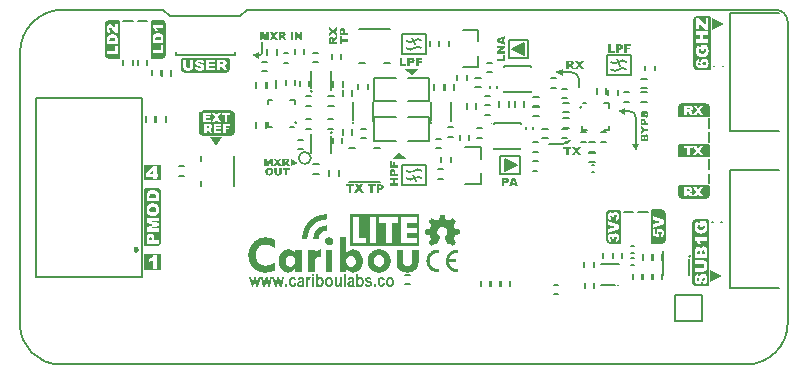
<source format=gto>
G04*
G04 #@! TF.GenerationSoftware,Altium Limited,CircuitStudio,1.5.2 (30)*
G04*
G04 Layer_Color=65535*
%FSLAX25Y25*%
%MOIN*%
G70*
G01*
G75*
%ADD44C,0.00600*%
%ADD45C,0.00800*%
%ADD46C,0.00400*%
%ADD54C,0.00500*%
%ADD95C,0.01575*%
%ADD96C,0.00394*%
%ADD97C,0.00787*%
G36*
X1143246Y725381D02*
X1142553D01*
Y729762D01*
X1143246D01*
Y725381D01*
D02*
G37*
G36*
X1145112Y728621D02*
X1145209Y728615D01*
X1145313Y728595D01*
X1145423Y728576D01*
X1145533Y728543D01*
X1145624Y728504D01*
X1145637Y728498D01*
X1145663Y728485D01*
X1145702Y728453D01*
X1145754Y728414D01*
X1145806Y728368D01*
X1145864Y728310D01*
X1145916Y728245D01*
X1145955Y728167D01*
X1145961Y728155D01*
X1145974Y728129D01*
X1145987Y728070D01*
X1146000Y728038D01*
X1146006Y727992D01*
X1146019Y727947D01*
X1146026Y727889D01*
X1146032Y727831D01*
X1146045Y727759D01*
X1146052Y727681D01*
Y727597D01*
X1146058Y727506D01*
Y727403D01*
X1146052Y726424D01*
Y726418D01*
Y726405D01*
Y726385D01*
Y726360D01*
Y726282D01*
X1146058Y726191D01*
Y726094D01*
X1146065Y725990D01*
X1146071Y725893D01*
X1146084Y725809D01*
Y725802D01*
X1146091Y725776D01*
X1146097Y725731D01*
X1146110Y725679D01*
X1146130Y725614D01*
X1146149Y725543D01*
X1146175Y725465D01*
X1146207Y725381D01*
X1145527D01*
X1145436Y725725D01*
X1145430Y725718D01*
X1145404Y725692D01*
X1145371Y725653D01*
X1145320Y725608D01*
X1145261Y725556D01*
X1145197Y725504D01*
X1145125Y725459D01*
X1145054Y725414D01*
X1145047Y725407D01*
X1145022Y725400D01*
X1144976Y725381D01*
X1144924Y725362D01*
X1144860Y725342D01*
X1144788Y725329D01*
X1144711Y725316D01*
X1144626Y725310D01*
X1144587D01*
X1144561Y725316D01*
X1144490Y725323D01*
X1144406Y725342D01*
X1144309Y725375D01*
X1144205Y725414D01*
X1144101Y725478D01*
X1144004Y725562D01*
X1143991Y725575D01*
X1143965Y725608D01*
X1143926Y725666D01*
X1143888Y725744D01*
X1143842Y725841D01*
X1143803Y725958D01*
X1143777Y726094D01*
X1143764Y726243D01*
Y726256D01*
Y726288D01*
X1143771Y726340D01*
X1143777Y726405D01*
X1143790Y726476D01*
X1143803Y726554D01*
X1143829Y726632D01*
X1143862Y726710D01*
X1143868Y726716D01*
X1143881Y726742D01*
X1143900Y726781D01*
X1143933Y726826D01*
X1143972Y726878D01*
X1144017Y726930D01*
X1144069Y726982D01*
X1144134Y727027D01*
X1144140Y727034D01*
X1144166Y727046D01*
X1144211Y727072D01*
X1144276Y727098D01*
X1144354Y727137D01*
X1144451Y727170D01*
X1144574Y727208D01*
X1144711Y727247D01*
X1144717D01*
X1144730Y727254D01*
X1144756Y727260D01*
X1144788Y727267D01*
X1144827Y727273D01*
X1144872Y727286D01*
X1144976Y727312D01*
X1145086Y727345D01*
X1145197Y727383D01*
X1145300Y727416D01*
X1145345Y727435D01*
X1145384Y727455D01*
Y727468D01*
Y727494D01*
Y727539D01*
X1145378Y727597D01*
Y727649D01*
X1145371Y727707D01*
X1145358Y727753D01*
X1145345Y727792D01*
Y727798D01*
X1145339Y727805D01*
X1145313Y727844D01*
X1145268Y727882D01*
X1145203Y727928D01*
X1145197D01*
X1145183Y727934D01*
X1145164Y727947D01*
X1145132Y727960D01*
X1145093Y727967D01*
X1145047Y727980D01*
X1144989Y727986D01*
X1144892D01*
X1144860Y727980D01*
X1144821Y727973D01*
X1144723Y727954D01*
X1144678Y727928D01*
X1144633Y727902D01*
X1144626Y727895D01*
X1144613Y727882D01*
X1144594Y727863D01*
X1144574Y727831D01*
X1144549Y727792D01*
X1144516Y727733D01*
X1144490Y727669D01*
X1144464Y727591D01*
X1143842Y727720D01*
Y727727D01*
X1143849Y727740D01*
X1143855Y727766D01*
X1143862Y727798D01*
X1143875Y727837D01*
X1143894Y727882D01*
X1143933Y727986D01*
X1143978Y728103D01*
X1144043Y728213D01*
X1144121Y728323D01*
X1144211Y728414D01*
X1144224Y728420D01*
X1144263Y728446D01*
X1144322Y728478D01*
X1144406Y728524D01*
X1144510Y728563D01*
X1144639Y728595D01*
X1144795Y728621D01*
X1144963Y728628D01*
X1145035D01*
X1145112Y728621D01*
D02*
G37*
G36*
X1132658Y725381D02*
X1131964D01*
Y728556D01*
X1132658D01*
Y725381D01*
D02*
G37*
G36*
X1123715D02*
X1123028D01*
Y726224D01*
X1123715D01*
Y725381D01*
D02*
G37*
G36*
X1128387Y728621D02*
X1128485Y728615D01*
X1128588Y728595D01*
X1128698Y728576D01*
X1128808Y728543D01*
X1128899Y728504D01*
X1128912Y728498D01*
X1128938Y728485D01*
X1128977Y728453D01*
X1129029Y728414D01*
X1129081Y728368D01*
X1129139Y728310D01*
X1129191Y728245D01*
X1129230Y728167D01*
X1129236Y728155D01*
X1129249Y728129D01*
X1129262Y728070D01*
X1129275Y728038D01*
X1129282Y727992D01*
X1129294Y727947D01*
X1129301Y727889D01*
X1129307Y727831D01*
X1129321Y727759D01*
X1129327Y727681D01*
Y727597D01*
X1129333Y727506D01*
Y727403D01*
X1129327Y726424D01*
Y726418D01*
Y726405D01*
Y726385D01*
Y726360D01*
Y726282D01*
X1129333Y726191D01*
Y726094D01*
X1129340Y725990D01*
X1129346Y725893D01*
X1129359Y725809D01*
Y725802D01*
X1129366Y725776D01*
X1129372Y725731D01*
X1129385Y725679D01*
X1129405Y725614D01*
X1129424Y725543D01*
X1129450Y725465D01*
X1129482Y725381D01*
X1128802D01*
X1128711Y725725D01*
X1128705Y725718D01*
X1128679Y725692D01*
X1128647Y725653D01*
X1128595Y725608D01*
X1128536Y725556D01*
X1128472Y725504D01*
X1128400Y725459D01*
X1128329Y725414D01*
X1128323Y725407D01*
X1128297Y725400D01*
X1128251Y725381D01*
X1128199Y725362D01*
X1128135Y725342D01*
X1128063Y725329D01*
X1127986Y725316D01*
X1127901Y725310D01*
X1127862D01*
X1127837Y725316D01*
X1127765Y725323D01*
X1127681Y725342D01*
X1127584Y725375D01*
X1127480Y725414D01*
X1127376Y725478D01*
X1127279Y725562D01*
X1127266Y725575D01*
X1127240Y725608D01*
X1127201Y725666D01*
X1127163Y725744D01*
X1127117Y725841D01*
X1127078Y725958D01*
X1127052Y726094D01*
X1127040Y726243D01*
Y726256D01*
Y726288D01*
X1127046Y726340D01*
X1127052Y726405D01*
X1127065Y726476D01*
X1127078Y726554D01*
X1127104Y726632D01*
X1127137Y726710D01*
X1127143Y726716D01*
X1127156Y726742D01*
X1127176Y726781D01*
X1127208Y726826D01*
X1127247Y726878D01*
X1127292Y726930D01*
X1127344Y726982D01*
X1127409Y727027D01*
X1127415Y727034D01*
X1127441Y727046D01*
X1127487Y727072D01*
X1127551Y727098D01*
X1127629Y727137D01*
X1127726Y727170D01*
X1127849Y727208D01*
X1127986Y727247D01*
X1127992D01*
X1128005Y727254D01*
X1128031Y727260D01*
X1128063Y727267D01*
X1128102Y727273D01*
X1128148Y727286D01*
X1128251Y727312D01*
X1128361Y727345D01*
X1128472Y727383D01*
X1128575Y727416D01*
X1128621Y727435D01*
X1128660Y727455D01*
Y727468D01*
Y727494D01*
Y727539D01*
X1128653Y727597D01*
Y727649D01*
X1128647Y727707D01*
X1128634Y727753D01*
X1128621Y727792D01*
Y727798D01*
X1128614Y727805D01*
X1128588Y727844D01*
X1128543Y727882D01*
X1128478Y727928D01*
X1128472D01*
X1128459Y727934D01*
X1128439Y727947D01*
X1128407Y727960D01*
X1128368Y727967D01*
X1128323Y727980D01*
X1128264Y727986D01*
X1128167D01*
X1128135Y727980D01*
X1128096Y727973D01*
X1127999Y727954D01*
X1127953Y727928D01*
X1127908Y727902D01*
X1127901Y727895D01*
X1127888Y727882D01*
X1127869Y727863D01*
X1127849Y727831D01*
X1127824Y727792D01*
X1127791Y727733D01*
X1127765Y727669D01*
X1127739Y727591D01*
X1127117Y727720D01*
Y727727D01*
X1127124Y727740D01*
X1127130Y727766D01*
X1127137Y727798D01*
X1127150Y727837D01*
X1127169Y727882D01*
X1127208Y727986D01*
X1127253Y728103D01*
X1127318Y728213D01*
X1127396Y728323D01*
X1127487Y728414D01*
X1127500Y728420D01*
X1127538Y728446D01*
X1127597Y728478D01*
X1127681Y728524D01*
X1127785Y728563D01*
X1127914Y728595D01*
X1128070Y728621D01*
X1128238Y728628D01*
X1128310D01*
X1128387Y728621D01*
D02*
G37*
G36*
X1153277Y725381D02*
X1152590D01*
Y726224D01*
X1153277D01*
Y725381D01*
D02*
G37*
G36*
X1121830D02*
X1121175D01*
X1120722Y727422D01*
X1120274Y725381D01*
X1119613D01*
X1118791Y728556D01*
X1119458D01*
X1119944Y726470D01*
X1120397Y728556D01*
X1121052D01*
X1121493Y726470D01*
X1121998Y728556D01*
X1122678D01*
X1121830Y725381D01*
D02*
G37*
G36*
X1125607Y728621D02*
X1125646D01*
X1125692Y728615D01*
X1125795Y728595D01*
X1125912Y728569D01*
X1126042Y728524D01*
X1126158Y728466D01*
X1126275Y728381D01*
X1126281D01*
X1126288Y728368D01*
X1126320Y728336D01*
X1126372Y728278D01*
X1126437Y728193D01*
X1126508Y728090D01*
X1126573Y727960D01*
X1126612Y727882D01*
X1126638Y727798D01*
X1126670Y727714D01*
X1126696Y727617D01*
X1126016Y727468D01*
Y727474D01*
X1126009Y727487D01*
Y727513D01*
X1125996Y727545D01*
X1125970Y727623D01*
X1125925Y727720D01*
X1125867Y727811D01*
X1125782Y727889D01*
X1125731Y727921D01*
X1125679Y727947D01*
X1125614Y727960D01*
X1125543Y727967D01*
X1125504D01*
X1125452Y727954D01*
X1125400Y727941D01*
X1125335Y727915D01*
X1125264Y727876D01*
X1125199Y727818D01*
X1125134Y727746D01*
X1125128Y727733D01*
X1125109Y727707D01*
X1125083Y727649D01*
X1125057Y727578D01*
X1125031Y727474D01*
X1125018Y727416D01*
X1125005Y727351D01*
X1124992Y727280D01*
X1124985Y727202D01*
X1124979Y727111D01*
Y727021D01*
Y727014D01*
Y726995D01*
Y726969D01*
Y726930D01*
X1124985Y726885D01*
Y726833D01*
X1124998Y726710D01*
X1125018Y726580D01*
X1125044Y726444D01*
X1125076Y726327D01*
X1125102Y726269D01*
X1125128Y726224D01*
X1125134Y726217D01*
X1125154Y726191D01*
X1125193Y726152D01*
X1125238Y726113D01*
X1125296Y726068D01*
X1125374Y726036D01*
X1125452Y726010D01*
X1125549Y725997D01*
X1125581D01*
X1125614Y726003D01*
X1125659Y726016D01*
X1125705Y726029D01*
X1125763Y726049D01*
X1125815Y726081D01*
X1125860Y726126D01*
X1125867Y726133D01*
X1125880Y726152D01*
X1125906Y726185D01*
X1125931Y726236D01*
X1125964Y726301D01*
X1125996Y726379D01*
X1126022Y726483D01*
X1126048Y726599D01*
X1126729Y726457D01*
Y726444D01*
X1126715Y726405D01*
X1126702Y726353D01*
X1126677Y726275D01*
X1126651Y726191D01*
X1126612Y726094D01*
X1126560Y725990D01*
X1126495Y725886D01*
X1126424Y725776D01*
X1126340Y725673D01*
X1126243Y725575D01*
X1126132Y725491D01*
X1126003Y725414D01*
X1125860Y725362D01*
X1125698Y725323D01*
X1125614Y725316D01*
X1125523Y725310D01*
X1125497D01*
X1125465Y725316D01*
X1125420D01*
X1125368Y725323D01*
X1125303Y725336D01*
X1125167Y725368D01*
X1125089Y725394D01*
X1125011Y725426D01*
X1124934Y725465D01*
X1124856Y725511D01*
X1124778Y725569D01*
X1124707Y725634D01*
X1124635Y725705D01*
X1124577Y725789D01*
Y725796D01*
X1124564Y725809D01*
X1124551Y725841D01*
X1124532Y725874D01*
X1124506Y725925D01*
X1124480Y725977D01*
X1124454Y726042D01*
X1124428Y726120D01*
X1124396Y726198D01*
X1124370Y726288D01*
X1124344Y726385D01*
X1124318Y726489D01*
X1124286Y726710D01*
X1124279Y726833D01*
X1124273Y726956D01*
Y726962D01*
Y726995D01*
Y727034D01*
X1124279Y727092D01*
X1124286Y727157D01*
X1124292Y727234D01*
X1124298Y727325D01*
X1124318Y727416D01*
X1124357Y727617D01*
X1124415Y727824D01*
X1124454Y727928D01*
X1124506Y728025D01*
X1124558Y728116D01*
X1124616Y728200D01*
X1124623Y728206D01*
X1124635Y728219D01*
X1124655Y728239D01*
X1124681Y728265D01*
X1124713Y728297D01*
X1124759Y728336D01*
X1124804Y728375D01*
X1124862Y728414D01*
X1124927Y728453D01*
X1124992Y728491D01*
X1125147Y728563D01*
X1125238Y728589D01*
X1125329Y728608D01*
X1125426Y728621D01*
X1125530Y728628D01*
X1125575D01*
X1125607Y728621D01*
D02*
G37*
G36*
X1117922Y725381D02*
X1117268D01*
X1116814Y727422D01*
X1116367Y725381D01*
X1115706D01*
X1114883Y728556D01*
X1115551D01*
X1116037Y726470D01*
X1116490Y728556D01*
X1117144D01*
X1117585Y726470D01*
X1118091Y728556D01*
X1118771D01*
X1117922Y725381D01*
D02*
G37*
G36*
X1141840D02*
X1141192D01*
Y725854D01*
X1141185Y725841D01*
X1141166Y725809D01*
X1141133Y725763D01*
X1141095Y725705D01*
X1141036Y725640D01*
X1140971Y725575D01*
X1140900Y725511D01*
X1140816Y725452D01*
X1140803Y725446D01*
X1140777Y725433D01*
X1140732Y725407D01*
X1140667Y725381D01*
X1140596Y725355D01*
X1140511Y725329D01*
X1140421Y725316D01*
X1140330Y725310D01*
X1140285D01*
X1140239Y725316D01*
X1140181Y725329D01*
X1140110Y725342D01*
X1140032Y725362D01*
X1139948Y725394D01*
X1139870Y725439D01*
X1139863Y725446D01*
X1139837Y725465D01*
X1139799Y725498D01*
X1139760Y725537D01*
X1139708Y725595D01*
X1139663Y725660D01*
X1139611Y725737D01*
X1139572Y725822D01*
X1139565Y725835D01*
X1139559Y725867D01*
X1139539Y725925D01*
X1139526Y726010D01*
X1139507Y726107D01*
X1139488Y726230D01*
X1139481Y726379D01*
X1139475Y726541D01*
Y728556D01*
X1140168D01*
Y727098D01*
Y727092D01*
Y727072D01*
Y727040D01*
Y726995D01*
Y726949D01*
Y726891D01*
X1140174Y726761D01*
Y726625D01*
X1140181Y726496D01*
Y726437D01*
X1140187Y726385D01*
Y726340D01*
X1140194Y726301D01*
Y726295D01*
X1140200Y726275D01*
X1140207Y726243D01*
X1140226Y726204D01*
X1140265Y726120D01*
X1140298Y726081D01*
X1140330Y726042D01*
X1140337Y726036D01*
X1140349Y726029D01*
X1140375Y726016D01*
X1140401Y725997D01*
X1140440Y725977D01*
X1140485Y725964D01*
X1140537Y725958D01*
X1140589Y725951D01*
X1140622D01*
X1140654Y725958D01*
X1140693Y725964D01*
X1140745Y725977D01*
X1140797Y726003D01*
X1140855Y726029D01*
X1140907Y726068D01*
X1140913Y726074D01*
X1140933Y726087D01*
X1140952Y726120D01*
X1140985Y726152D01*
X1141017Y726198D01*
X1141049Y726249D01*
X1141075Y726314D01*
X1141095Y726379D01*
Y726385D01*
X1141101Y726418D01*
X1141108Y726444D01*
X1141114Y726470D01*
Y726509D01*
X1141121Y726554D01*
X1141127Y726606D01*
X1141133Y726664D01*
Y726735D01*
X1141140Y726813D01*
Y726897D01*
X1141146Y726995D01*
Y727098D01*
Y727215D01*
Y728556D01*
X1141840D01*
Y725381D01*
D02*
G37*
G36*
X1114015D02*
X1113360D01*
X1112907Y727422D01*
X1112459Y725381D01*
X1111799D01*
X1110976Y728556D01*
X1111643D01*
X1112129Y726470D01*
X1112583Y728556D01*
X1113237D01*
X1113678Y726470D01*
X1114183Y728556D01*
X1114864D01*
X1114015Y725381D01*
D02*
G37*
G36*
X1243429Y776119D02*
X1243475Y776114D01*
X1243530Y776100D01*
X1243591Y776087D01*
X1243651Y776063D01*
X1243711Y776031D01*
X1243715Y776026D01*
X1243738Y776013D01*
X1243766Y775994D01*
X1243798Y775966D01*
X1243840Y775929D01*
X1243882Y775883D01*
X1243923Y775832D01*
X1243960Y775777D01*
Y775772D01*
X1243969Y775758D01*
X1243979Y775735D01*
X1243992Y775703D01*
X1244006Y775661D01*
X1244020Y775611D01*
X1244029Y775551D01*
X1244043Y775481D01*
Y775477D01*
Y775472D01*
X1244048Y775458D01*
Y775440D01*
X1244053Y775393D01*
X1244057Y775338D01*
X1244066Y775278D01*
X1244071Y775222D01*
X1244076Y775172D01*
Y775130D01*
Y773781D01*
X1241544D01*
Y775246D01*
Y775250D01*
Y775264D01*
Y775283D01*
X1241549Y775306D01*
Y775338D01*
X1241553Y775370D01*
X1241567Y775454D01*
X1241590Y775546D01*
X1241622Y775638D01*
X1241669Y775726D01*
X1241729Y775809D01*
Y775814D01*
X1241738Y775818D01*
X1241761Y775842D01*
X1241798Y775874D01*
X1241853Y775911D01*
X1241918Y775943D01*
X1241992Y775976D01*
X1242080Y775999D01*
X1242126Y776008D01*
X1242214D01*
X1242255Y775999D01*
X1242306Y775989D01*
X1242366Y775971D01*
X1242431Y775948D01*
X1242496Y775911D01*
X1242560Y775865D01*
X1242565Y775860D01*
X1242579Y775846D01*
X1242597Y775828D01*
X1242620Y775795D01*
X1242648Y775758D01*
X1242676Y775712D01*
X1242703Y775657D01*
X1242731Y775592D01*
Y775597D01*
X1242736Y775606D01*
Y775620D01*
X1242745Y775638D01*
X1242759Y775684D01*
X1242782Y775745D01*
X1242814Y775809D01*
X1242856Y775879D01*
X1242902Y775939D01*
X1242958Y775994D01*
X1242967Y775999D01*
X1242985Y776013D01*
X1243022Y776036D01*
X1243068Y776059D01*
X1243124Y776082D01*
X1243193Y776105D01*
X1243272Y776119D01*
X1243359Y776123D01*
X1243392D01*
X1243429Y776119D01*
D02*
G37*
G36*
X1243018Y778050D02*
X1244076D01*
Y777265D01*
X1243018D01*
X1241544Y776276D01*
Y777144D01*
X1242394Y777653D01*
X1241544Y778165D01*
Y779034D01*
X1243018Y778050D01*
D02*
G37*
G36*
X1200754Y758881D02*
X1199848D01*
X1199711Y759339D01*
X1198734D01*
X1198596Y758881D01*
X1197715D01*
X1198759Y761670D01*
X1199706D01*
X1200754Y758881D01*
D02*
G37*
G36*
X1220591Y770716D02*
X1221543Y769281D01*
X1220576D01*
X1220021Y770177D01*
X1219471Y769281D01*
X1218509D01*
X1219471Y770732D01*
X1218595Y772070D01*
X1219547D01*
X1220036Y771210D01*
X1220520Y772070D01*
X1221461D01*
X1220591Y770716D01*
D02*
G37*
G36*
X1196682Y761665D02*
X1196723D01*
X1196769Y761660D01*
X1196871Y761645D01*
X1196982Y761614D01*
X1197100Y761574D01*
X1197212Y761523D01*
X1197262Y761487D01*
X1197308Y761447D01*
X1197313D01*
X1197318Y761436D01*
X1197329Y761421D01*
X1197344Y761406D01*
X1197385Y761355D01*
X1197425Y761284D01*
X1197466Y761192D01*
X1197507Y761085D01*
X1197532Y760958D01*
X1197542Y760892D01*
Y760815D01*
Y760810D01*
Y760795D01*
Y760775D01*
X1197537Y760744D01*
Y760708D01*
X1197527Y760668D01*
X1197512Y760576D01*
X1197481Y760469D01*
X1197435Y760357D01*
X1197405Y760301D01*
X1197375Y760250D01*
X1197334Y760199D01*
X1197288Y760154D01*
X1197283D01*
X1197278Y760143D01*
X1197262Y760133D01*
X1197242Y760118D01*
X1197212Y760098D01*
X1197181Y760077D01*
X1197140Y760057D01*
X1197095Y760037D01*
X1197044Y760016D01*
X1196988Y759996D01*
X1196922Y759975D01*
X1196850Y759955D01*
X1196774Y759940D01*
X1196692Y759930D01*
X1196606Y759925D01*
X1196509Y759919D01*
X1196041D01*
Y758881D01*
X1195176D01*
Y761670D01*
X1196652D01*
X1196682Y761665D01*
D02*
G37*
G36*
X1242385Y781427D02*
X1242417D01*
X1242454Y781418D01*
X1242537Y781404D01*
X1242634Y781376D01*
X1242736Y781335D01*
X1242787Y781307D01*
X1242833Y781279D01*
X1242879Y781242D01*
X1242921Y781201D01*
Y781196D01*
X1242930Y781192D01*
X1242939Y781178D01*
X1242953Y781159D01*
X1242971Y781132D01*
X1242990Y781104D01*
X1243008Y781067D01*
X1243027Y781025D01*
X1243045Y780979D01*
X1243064Y780928D01*
X1243082Y780868D01*
X1243101Y780803D01*
X1243115Y780734D01*
X1243124Y780660D01*
X1243128Y780582D01*
X1243133Y780494D01*
Y780069D01*
X1244076D01*
Y779284D01*
X1241544D01*
Y780582D01*
Y780586D01*
Y780600D01*
Y780623D01*
X1241549Y780651D01*
Y780688D01*
X1241553Y780730D01*
X1241567Y780822D01*
X1241595Y780924D01*
X1241632Y781030D01*
X1241678Y781132D01*
X1241710Y781178D01*
X1241747Y781219D01*
Y781224D01*
X1241756Y781228D01*
X1241770Y781238D01*
X1241784Y781252D01*
X1241830Y781289D01*
X1241895Y781326D01*
X1241978Y781362D01*
X1242075Y781399D01*
X1242191Y781423D01*
X1242251Y781432D01*
X1242357D01*
X1242385Y781427D01*
D02*
G37*
G36*
X1147400Y728181D02*
X1147406Y728193D01*
X1147426Y728219D01*
X1147458Y728258D01*
X1147503Y728304D01*
X1147555Y728355D01*
X1147614Y728414D01*
X1147672Y728466D01*
X1147743Y728511D01*
X1147750Y728517D01*
X1147775Y728530D01*
X1147814Y728550D01*
X1147866Y728569D01*
X1147925Y728589D01*
X1147996Y728608D01*
X1148074Y728621D01*
X1148151Y728628D01*
X1148197D01*
X1148229Y728621D01*
X1148268Y728615D01*
X1148313Y728608D01*
X1148423Y728576D01*
X1148547Y728524D01*
X1148605Y728491D01*
X1148676Y728453D01*
X1148741Y728401D01*
X1148806Y728342D01*
X1148871Y728278D01*
X1148929Y728206D01*
X1148935Y728200D01*
X1148942Y728187D01*
X1148961Y728161D01*
X1148981Y728129D01*
X1149000Y728083D01*
X1149033Y728031D01*
X1149059Y727973D01*
X1149091Y727895D01*
X1149117Y727818D01*
X1149149Y727727D01*
X1149175Y727623D01*
X1149195Y727513D01*
X1149221Y727396D01*
X1149234Y727267D01*
X1149240Y727131D01*
X1149247Y726982D01*
Y726975D01*
Y726949D01*
Y726904D01*
X1149240Y726852D01*
X1149234Y726781D01*
X1149227Y726703D01*
X1149221Y726619D01*
X1149208Y726528D01*
X1149169Y726327D01*
X1149110Y726120D01*
X1149072Y726023D01*
X1149026Y725919D01*
X1148974Y725828D01*
X1148916Y725744D01*
X1148909Y725737D01*
X1148903Y725725D01*
X1148884Y725705D01*
X1148858Y725679D01*
X1148793Y725608D01*
X1148702Y725530D01*
X1148586Y725446D01*
X1148462Y725381D01*
X1148391Y725349D01*
X1148313Y725329D01*
X1148236Y725316D01*
X1148158Y725310D01*
X1148119D01*
X1148074Y725316D01*
X1148015Y725329D01*
X1147950Y725342D01*
X1147873Y725368D01*
X1147795Y725400D01*
X1147711Y725446D01*
X1147704Y725452D01*
X1147678Y725472D01*
X1147633Y725504D01*
X1147588Y725550D01*
X1147529Y725601D01*
X1147464Y725673D01*
X1147406Y725750D01*
X1147348Y725841D01*
Y725381D01*
X1146706D01*
Y729762D01*
X1147400D01*
Y728181D01*
D02*
G37*
G36*
X1158059Y728621D02*
X1158111Y728615D01*
X1158176Y728602D01*
X1158241Y728589D01*
X1158312Y728569D01*
X1158390Y728543D01*
X1158474Y728504D01*
X1158552Y728466D01*
X1158636Y728420D01*
X1158720Y728362D01*
X1158798Y728297D01*
X1158869Y728219D01*
X1158941Y728135D01*
X1158947Y728129D01*
X1158953Y728116D01*
X1158973Y728083D01*
X1158999Y728051D01*
X1159025Y727999D01*
X1159057Y727947D01*
X1159090Y727882D01*
X1159122Y727805D01*
X1159154Y727727D01*
X1159187Y727636D01*
X1159219Y727545D01*
X1159245Y727442D01*
X1159291Y727221D01*
X1159297Y727105D01*
X1159303Y726982D01*
Y726975D01*
Y726962D01*
Y726936D01*
Y726897D01*
X1159297Y726859D01*
Y726807D01*
X1159278Y726690D01*
X1159258Y726554D01*
X1159226Y726405D01*
X1159180Y726249D01*
X1159116Y726100D01*
Y726094D01*
X1159109Y726081D01*
X1159096Y726061D01*
X1159083Y726036D01*
X1159038Y725964D01*
X1158986Y725880D01*
X1158915Y725783D01*
X1158830Y725679D01*
X1158733Y725589D01*
X1158623Y725504D01*
X1158617D01*
X1158610Y725498D01*
X1158571Y725472D01*
X1158506Y725446D01*
X1158429Y725407D01*
X1158325Y725375D01*
X1158215Y725342D01*
X1158092Y725316D01*
X1157956Y725310D01*
X1157897D01*
X1157858Y725316D01*
X1157813Y725323D01*
X1157755Y725336D01*
X1157690Y725349D01*
X1157619Y725368D01*
X1157470Y725420D01*
X1157392Y725452D01*
X1157308Y725498D01*
X1157230Y725550D01*
X1157146Y725608D01*
X1157068Y725673D01*
X1156997Y725750D01*
X1156990Y725757D01*
X1156977Y725770D01*
X1156964Y725796D01*
X1156938Y725835D01*
X1156906Y725880D01*
X1156873Y725932D01*
X1156841Y725997D01*
X1156809Y726074D01*
X1156770Y726159D01*
X1156737Y726249D01*
X1156705Y726353D01*
X1156673Y726470D01*
X1156647Y726586D01*
X1156634Y726722D01*
X1156621Y726859D01*
X1156614Y727008D01*
Y727014D01*
Y727027D01*
Y727053D01*
Y727085D01*
X1156621Y727131D01*
X1156627Y727176D01*
X1156640Y727286D01*
X1156660Y727422D01*
X1156692Y727565D01*
X1156737Y727707D01*
X1156796Y727856D01*
Y727863D01*
X1156802Y727876D01*
X1156815Y727895D01*
X1156828Y727921D01*
X1156873Y727986D01*
X1156925Y728070D01*
X1156997Y728167D01*
X1157081Y728258D01*
X1157178Y728355D01*
X1157282Y728433D01*
X1157288D01*
X1157295Y728440D01*
X1157333Y728466D01*
X1157398Y728498D01*
X1157476Y728530D01*
X1157580Y728569D01*
X1157690Y728595D01*
X1157819Y728621D01*
X1157956Y728628D01*
X1158014D01*
X1158059Y728621D01*
D02*
G37*
G36*
X1137699D02*
X1137751Y728615D01*
X1137816Y728602D01*
X1137881Y728589D01*
X1137952Y728569D01*
X1138030Y728543D01*
X1138114Y728504D01*
X1138192Y728466D01*
X1138276Y728420D01*
X1138360Y728362D01*
X1138438Y728297D01*
X1138509Y728219D01*
X1138580Y728135D01*
X1138587Y728129D01*
X1138593Y728116D01*
X1138613Y728083D01*
X1138639Y728051D01*
X1138665Y727999D01*
X1138697Y727947D01*
X1138729Y727882D01*
X1138762Y727805D01*
X1138794Y727727D01*
X1138827Y727636D01*
X1138859Y727545D01*
X1138885Y727442D01*
X1138930Y727221D01*
X1138937Y727105D01*
X1138943Y726982D01*
Y726975D01*
Y726962D01*
Y726936D01*
Y726897D01*
X1138937Y726859D01*
Y726807D01*
X1138917Y726690D01*
X1138898Y726554D01*
X1138865Y726405D01*
X1138820Y726249D01*
X1138755Y726100D01*
Y726094D01*
X1138749Y726081D01*
X1138736Y726061D01*
X1138723Y726036D01*
X1138678Y725964D01*
X1138626Y725880D01*
X1138554Y725783D01*
X1138470Y725679D01*
X1138373Y725589D01*
X1138263Y725504D01*
X1138256D01*
X1138250Y725498D01*
X1138211Y725472D01*
X1138146Y725446D01*
X1138068Y725407D01*
X1137965Y725375D01*
X1137855Y725342D01*
X1137731Y725316D01*
X1137595Y725310D01*
X1137537D01*
X1137498Y725316D01*
X1137453Y725323D01*
X1137395Y725336D01*
X1137330Y725349D01*
X1137259Y725368D01*
X1137109Y725420D01*
X1137032Y725452D01*
X1136947Y725498D01*
X1136870Y725550D01*
X1136785Y725608D01*
X1136708Y725673D01*
X1136636Y725750D01*
X1136630Y725757D01*
X1136617Y725770D01*
X1136604Y725796D01*
X1136578Y725835D01*
X1136546Y725880D01*
X1136513Y725932D01*
X1136481Y725997D01*
X1136448Y726074D01*
X1136410Y726159D01*
X1136377Y726249D01*
X1136345Y726353D01*
X1136312Y726470D01*
X1136287Y726586D01*
X1136273Y726722D01*
X1136261Y726859D01*
X1136254Y727008D01*
Y727014D01*
Y727027D01*
Y727053D01*
Y727085D01*
X1136261Y727131D01*
X1136267Y727176D01*
X1136280Y727286D01*
X1136299Y727422D01*
X1136332Y727565D01*
X1136377Y727707D01*
X1136436Y727856D01*
Y727863D01*
X1136442Y727876D01*
X1136455Y727895D01*
X1136468Y727921D01*
X1136513Y727986D01*
X1136565Y728070D01*
X1136636Y728167D01*
X1136721Y728258D01*
X1136818Y728355D01*
X1136922Y728433D01*
X1136928D01*
X1136934Y728440D01*
X1136973Y728466D01*
X1137038Y728498D01*
X1137116Y728530D01*
X1137220Y728569D01*
X1137330Y728595D01*
X1137459Y728621D01*
X1137595Y728628D01*
X1137654D01*
X1137699Y728621D01*
D02*
G37*
G36*
X1243341Y783996D02*
X1243401Y783987D01*
X1243470Y783973D01*
X1243549Y783945D01*
X1243627Y783913D01*
X1243706Y783867D01*
X1243715Y783862D01*
X1243738Y783844D01*
X1243775Y783811D01*
X1243822Y783770D01*
X1243872Y783714D01*
X1243923Y783649D01*
X1243969Y783575D01*
X1244016Y783488D01*
Y783483D01*
X1244020Y783478D01*
X1244025Y783465D01*
X1244029Y783446D01*
X1244039Y783423D01*
X1244048Y783391D01*
X1244057Y783358D01*
X1244066Y783321D01*
X1244085Y783234D01*
X1244103Y783127D01*
X1244113Y783012D01*
X1244117Y782878D01*
Y782869D01*
Y782850D01*
Y782818D01*
X1244113Y782772D01*
X1244108Y782721D01*
X1244103Y782661D01*
X1244099Y782596D01*
X1244085Y782522D01*
X1244057Y782374D01*
X1244016Y782227D01*
X1243988Y782157D01*
X1243951Y782093D01*
X1243914Y782032D01*
X1243872Y781982D01*
X1243868Y781977D01*
X1243859Y781972D01*
X1243845Y781958D01*
X1243826Y781945D01*
X1243803Y781926D01*
X1243775Y781903D01*
X1243738Y781880D01*
X1243701Y781857D01*
X1243609Y781806D01*
X1243498Y781760D01*
X1243378Y781728D01*
X1243309Y781714D01*
X1243239Y781704D01*
X1243189Y782448D01*
X1243198D01*
X1243221Y782453D01*
X1243253Y782457D01*
X1243290Y782471D01*
X1243383Y782499D01*
X1243429Y782522D01*
X1243466Y782545D01*
X1243470Y782550D01*
X1243489Y782568D01*
X1243512Y782596D01*
X1243540Y782633D01*
X1243572Y782684D01*
X1243595Y782744D01*
X1243614Y782813D01*
X1243618Y782892D01*
Y782901D01*
Y782919D01*
X1243614Y782947D01*
X1243609Y782989D01*
X1243600Y783030D01*
X1243586Y783072D01*
X1243567Y783113D01*
X1243544Y783150D01*
X1243540Y783155D01*
X1243530Y783164D01*
X1243512Y783178D01*
X1243493Y783197D01*
X1243466Y783215D01*
X1243433Y783229D01*
X1243396Y783238D01*
X1243359Y783243D01*
X1243341D01*
X1243322Y783238D01*
X1243299Y783234D01*
X1243272Y783220D01*
X1243244Y783206D01*
X1243212Y783183D01*
X1243184Y783155D01*
X1243179Y783150D01*
X1243170Y783137D01*
X1243156Y783109D01*
X1243138Y783072D01*
X1243115Y783016D01*
X1243087Y782947D01*
X1243073Y782906D01*
X1243064Y782859D01*
X1243050Y782809D01*
X1243036Y782753D01*
Y782749D01*
X1243032Y782730D01*
X1243022Y782702D01*
X1243018Y782670D01*
X1243004Y782628D01*
X1242990Y782578D01*
X1242976Y782527D01*
X1242958Y782471D01*
X1242911Y782347D01*
X1242861Y782227D01*
X1242801Y782116D01*
X1242768Y782065D01*
X1242731Y782019D01*
X1242727D01*
X1242722Y782009D01*
X1242699Y781986D01*
X1242657Y781949D01*
X1242597Y781912D01*
X1242528Y781871D01*
X1242445Y781834D01*
X1242352Y781811D01*
X1242301Y781806D01*
X1242246Y781801D01*
X1242214D01*
X1242172Y781806D01*
X1242126Y781815D01*
X1242070Y781829D01*
X1242006Y781848D01*
X1241941Y781875D01*
X1241877Y781912D01*
X1241867Y781917D01*
X1241849Y781935D01*
X1241816Y781963D01*
X1241775Y782000D01*
X1241733Y782046D01*
X1241687Y782106D01*
X1241646Y782176D01*
X1241604Y782254D01*
Y782259D01*
X1241599Y782263D01*
X1241595Y782277D01*
X1241590Y782296D01*
X1241581Y782319D01*
X1241572Y782347D01*
X1241562Y782379D01*
X1241553Y782416D01*
X1241544Y782457D01*
X1241535Y782508D01*
X1241516Y782615D01*
X1241507Y782739D01*
X1241502Y782878D01*
Y782882D01*
Y782901D01*
Y782924D01*
X1241507Y782956D01*
Y782998D01*
X1241512Y783044D01*
X1241516Y783095D01*
X1241525Y783150D01*
X1241549Y783271D01*
X1241581Y783395D01*
X1241627Y783511D01*
X1241655Y783566D01*
X1241687Y783617D01*
Y783622D01*
X1241696Y783626D01*
X1241719Y783659D01*
X1241766Y783700D01*
X1241826Y783751D01*
X1241863Y783779D01*
X1241904Y783802D01*
X1241955Y783830D01*
X1242006Y783853D01*
X1242061Y783876D01*
X1242121Y783894D01*
X1242191Y783908D01*
X1242260Y783922D01*
X1242301Y783183D01*
X1242292D01*
X1242274Y783178D01*
X1242241Y783169D01*
X1242204Y783155D01*
X1242167Y783137D01*
X1242126Y783118D01*
X1242084Y783090D01*
X1242052Y783058D01*
X1242047Y783053D01*
X1242038Y783040D01*
X1242029Y783021D01*
X1242010Y782993D01*
X1241997Y782956D01*
X1241987Y782910D01*
X1241978Y782859D01*
X1241973Y782799D01*
Y782795D01*
Y782776D01*
X1241978Y782753D01*
X1241983Y782721D01*
X1241997Y782652D01*
X1242015Y782619D01*
X1242033Y782591D01*
X1242038Y782587D01*
X1242043Y782582D01*
X1242070Y782559D01*
X1242117Y782536D01*
X1242144Y782531D01*
X1242172Y782527D01*
X1242181D01*
X1242209Y782536D01*
X1242246Y782550D01*
X1242265Y782564D01*
X1242283Y782582D01*
Y782587D01*
X1242292Y782596D01*
X1242301Y782610D01*
X1242315Y782638D01*
X1242329Y782670D01*
X1242343Y782716D01*
X1242362Y782772D01*
X1242375Y782841D01*
Y782845D01*
X1242380Y782864D01*
X1242385Y782892D01*
X1242394Y782924D01*
X1242403Y782966D01*
X1242417Y783016D01*
X1242431Y783072D01*
X1242445Y783127D01*
X1242477Y783248D01*
X1242519Y783372D01*
X1242560Y783483D01*
X1242579Y783534D01*
X1242602Y783580D01*
Y783585D01*
X1242606Y783589D01*
X1242620Y783617D01*
X1242643Y783654D01*
X1242676Y783705D01*
X1242717Y783756D01*
X1242764Y783811D01*
X1242819Y783862D01*
X1242879Y783904D01*
X1242888Y783908D01*
X1242907Y783917D01*
X1242944Y783936D01*
X1242990Y783954D01*
X1243045Y783973D01*
X1243105Y783991D01*
X1243179Y784000D01*
X1243253Y784005D01*
X1243295D01*
X1243341Y783996D01*
D02*
G37*
G36*
X1134019Y728181D02*
X1134025Y728193D01*
X1134044Y728219D01*
X1134077Y728258D01*
X1134122Y728304D01*
X1134174Y728355D01*
X1134232Y728414D01*
X1134291Y728466D01*
X1134362Y728511D01*
X1134368Y728517D01*
X1134394Y728530D01*
X1134433Y728550D01*
X1134485Y728569D01*
X1134543Y728589D01*
X1134615Y728608D01*
X1134692Y728621D01*
X1134770Y728628D01*
X1134816D01*
X1134848Y728621D01*
X1134887Y728615D01*
X1134932Y728608D01*
X1135042Y728576D01*
X1135165Y728524D01*
X1135224Y728491D01*
X1135295Y728453D01*
X1135360Y728401D01*
X1135425Y728342D01*
X1135489Y728278D01*
X1135548Y728206D01*
X1135554Y728200D01*
X1135561Y728187D01*
X1135580Y728161D01*
X1135600Y728129D01*
X1135619Y728083D01*
X1135651Y728031D01*
X1135677Y727973D01*
X1135710Y727895D01*
X1135736Y727818D01*
X1135768Y727727D01*
X1135794Y727623D01*
X1135813Y727513D01*
X1135839Y727396D01*
X1135852Y727267D01*
X1135859Y727131D01*
X1135865Y726982D01*
Y726975D01*
Y726949D01*
Y726904D01*
X1135859Y726852D01*
X1135852Y726781D01*
X1135846Y726703D01*
X1135839Y726619D01*
X1135826Y726528D01*
X1135787Y726327D01*
X1135729Y726120D01*
X1135690Y726023D01*
X1135645Y725919D01*
X1135593Y725828D01*
X1135535Y725744D01*
X1135528Y725737D01*
X1135522Y725725D01*
X1135502Y725705D01*
X1135476Y725679D01*
X1135412Y725608D01*
X1135321Y725530D01*
X1135204Y725446D01*
X1135081Y725381D01*
X1135010Y725349D01*
X1134932Y725329D01*
X1134854Y725316D01*
X1134777Y725310D01*
X1134738D01*
X1134692Y725316D01*
X1134634Y725329D01*
X1134569Y725342D01*
X1134492Y725368D01*
X1134414Y725400D01*
X1134330Y725446D01*
X1134323Y725452D01*
X1134297Y725472D01*
X1134252Y725504D01*
X1134206Y725550D01*
X1134148Y725601D01*
X1134083Y725673D01*
X1134025Y725750D01*
X1133967Y725841D01*
Y725381D01*
X1133325D01*
Y729762D01*
X1134019D01*
Y728181D01*
D02*
G37*
G36*
X1151371Y731264D02*
X1151370Y731264D01*
X1151371Y731264D01*
Y731264D01*
D02*
G37*
G36*
X1171135Y731415D02*
Y731415D01*
X1171140Y731419D01*
X1171135Y731415D01*
D02*
G37*
G36*
X1157132Y731256D02*
Y731256D01*
X1157128Y731260D01*
X1157132Y731256D01*
D02*
G37*
G36*
X1166070Y730648D02*
X1166061Y730662D01*
X1166061D01*
X1166070Y730648D01*
D02*
G37*
G36*
X1166021Y730721D02*
X1166021D01*
X1166020Y730723D01*
X1166021Y730721D01*
D02*
G37*
G36*
X1157475Y731550D02*
X1157473Y731551D01*
Y731551D01*
X1157475Y731550D01*
D02*
G37*
G36*
X1157501Y731714D02*
Y731714D01*
X1157499Y731715D01*
X1157501Y731714D01*
D02*
G37*
G36*
X1178462Y732146D02*
X1178462D01*
X1178464Y732148D01*
X1178462Y732146D01*
D02*
G37*
G36*
X1157565Y731670D02*
X1157560Y731673D01*
Y731673D01*
X1157565Y731670D01*
D02*
G37*
G36*
X1151126Y731579D02*
X1151121Y731575D01*
X1151126Y731579D01*
Y731579D01*
D02*
G37*
G36*
X1157415Y731594D02*
Y731594D01*
X1157406Y731601D01*
X1157415Y731594D01*
D02*
G37*
G36*
X1132658Y728984D02*
X1131964D01*
Y729762D01*
X1132658D01*
Y728984D01*
D02*
G37*
G36*
X1141873Y807922D02*
X1143976D01*
Y807062D01*
X1141873D01*
Y806181D01*
X1141186D01*
Y808802D01*
X1141873D01*
Y807922D01*
D02*
G37*
G36*
X1131297Y728621D02*
X1131355Y728608D01*
X1131427Y728589D01*
X1131504Y728556D01*
X1131582Y728517D01*
X1131666Y728466D01*
X1131446Y727733D01*
X1131439Y727740D01*
X1131420Y727753D01*
X1131388Y727779D01*
X1131342Y727805D01*
X1131297Y727831D01*
X1131239Y727856D01*
X1131187Y727869D01*
X1131128Y727876D01*
X1131102D01*
X1131077Y727869D01*
X1131044Y727863D01*
X1131005Y727850D01*
X1130960Y727831D01*
X1130921Y727805D01*
X1130876Y727766D01*
X1130869Y727759D01*
X1130856Y727746D01*
X1130837Y727720D01*
X1130817Y727681D01*
X1130791Y727630D01*
X1130766Y727558D01*
X1130740Y727481D01*
X1130720Y727383D01*
Y727370D01*
X1130714Y727351D01*
Y727332D01*
X1130707Y727299D01*
Y727254D01*
X1130701Y727208D01*
Y727150D01*
X1130694Y727085D01*
X1130688Y727014D01*
Y726930D01*
X1130681Y726833D01*
Y726729D01*
X1130675Y726619D01*
Y726496D01*
Y726360D01*
Y725381D01*
X1129981D01*
Y728556D01*
X1130623D01*
Y728109D01*
X1130629Y728116D01*
X1130649Y728155D01*
X1130681Y728206D01*
X1130720Y728278D01*
X1130766Y728342D01*
X1130817Y728414D01*
X1130863Y728478D01*
X1130915Y728524D01*
X1130921Y728530D01*
X1130941Y728543D01*
X1130966Y728556D01*
X1130999Y728576D01*
X1131044Y728595D01*
X1131096Y728615D01*
X1131154Y728621D01*
X1131213Y728628D01*
X1131252D01*
X1131297Y728621D01*
D02*
G37*
G36*
X1155169D02*
X1155208D01*
X1155253Y728615D01*
X1155357Y728595D01*
X1155474Y728569D01*
X1155603Y728524D01*
X1155720Y728466D01*
X1155837Y728381D01*
X1155843D01*
X1155850Y728368D01*
X1155882Y728336D01*
X1155934Y728278D01*
X1155999Y728193D01*
X1156070Y728090D01*
X1156135Y727960D01*
X1156174Y727882D01*
X1156199Y727798D01*
X1156232Y727714D01*
X1156258Y727617D01*
X1155577Y727468D01*
Y727474D01*
X1155571Y727487D01*
Y727513D01*
X1155558Y727545D01*
X1155532Y727623D01*
X1155487Y727720D01*
X1155428Y727811D01*
X1155344Y727889D01*
X1155292Y727921D01*
X1155241Y727947D01*
X1155176Y727960D01*
X1155104Y727967D01*
X1155066D01*
X1155014Y727954D01*
X1154962Y727941D01*
X1154897Y727915D01*
X1154826Y727876D01*
X1154761Y727818D01*
X1154696Y727746D01*
X1154690Y727733D01*
X1154670Y727707D01*
X1154644Y727649D01*
X1154618Y727578D01*
X1154593Y727474D01*
X1154580Y727416D01*
X1154566Y727351D01*
X1154554Y727280D01*
X1154547Y727202D01*
X1154541Y727111D01*
Y727021D01*
Y727014D01*
Y726995D01*
Y726969D01*
Y726930D01*
X1154547Y726885D01*
Y726833D01*
X1154560Y726710D01*
X1154580Y726580D01*
X1154605Y726444D01*
X1154638Y726327D01*
X1154664Y726269D01*
X1154690Y726224D01*
X1154696Y726217D01*
X1154716Y726191D01*
X1154755Y726152D01*
X1154800Y726113D01*
X1154858Y726068D01*
X1154936Y726036D01*
X1155014Y726010D01*
X1155111Y725997D01*
X1155143D01*
X1155176Y726003D01*
X1155221Y726016D01*
X1155266Y726029D01*
X1155325Y726049D01*
X1155377Y726081D01*
X1155422Y726126D01*
X1155428Y726133D01*
X1155441Y726152D01*
X1155467Y726185D01*
X1155493Y726236D01*
X1155526Y726301D01*
X1155558Y726379D01*
X1155584Y726483D01*
X1155610Y726599D01*
X1156290Y726457D01*
Y726444D01*
X1156277Y726405D01*
X1156264Y726353D01*
X1156238Y726275D01*
X1156213Y726191D01*
X1156174Y726094D01*
X1156122Y725990D01*
X1156057Y725886D01*
X1155986Y725776D01*
X1155901Y725673D01*
X1155804Y725575D01*
X1155694Y725491D01*
X1155564Y725414D01*
X1155422Y725362D01*
X1155260Y725323D01*
X1155176Y725316D01*
X1155085Y725310D01*
X1155059D01*
X1155027Y725316D01*
X1154981D01*
X1154929Y725323D01*
X1154865Y725336D01*
X1154729Y725368D01*
X1154651Y725394D01*
X1154573Y725426D01*
X1154495Y725465D01*
X1154418Y725511D01*
X1154340Y725569D01*
X1154268Y725634D01*
X1154197Y725705D01*
X1154139Y725789D01*
Y725796D01*
X1154126Y725809D01*
X1154113Y725841D01*
X1154093Y725874D01*
X1154068Y725925D01*
X1154042Y725977D01*
X1154016Y726042D01*
X1153990Y726120D01*
X1153957Y726198D01*
X1153932Y726288D01*
X1153906Y726385D01*
X1153880Y726489D01*
X1153847Y726710D01*
X1153841Y726833D01*
X1153834Y726956D01*
Y726962D01*
Y726995D01*
Y727034D01*
X1153841Y727092D01*
X1153847Y727157D01*
X1153854Y727234D01*
X1153860Y727325D01*
X1153880Y727416D01*
X1153918Y727617D01*
X1153977Y727824D01*
X1154016Y727928D01*
X1154068Y728025D01*
X1154119Y728116D01*
X1154178Y728200D01*
X1154184Y728206D01*
X1154197Y728219D01*
X1154217Y728239D01*
X1154243Y728265D01*
X1154275Y728297D01*
X1154320Y728336D01*
X1154366Y728375D01*
X1154424Y728414D01*
X1154489Y728453D01*
X1154554Y728491D01*
X1154709Y728563D01*
X1154800Y728589D01*
X1154891Y728608D01*
X1154988Y728621D01*
X1155091Y728628D01*
X1155137D01*
X1155169Y728621D01*
D02*
G37*
G36*
X1150879D02*
X1150925Y728615D01*
X1151041Y728602D01*
X1151165Y728576D01*
X1151294Y728543D01*
X1151417Y728491D01*
X1151527Y728427D01*
X1151540Y728420D01*
X1151573Y728388D01*
X1151618Y728342D01*
X1151676Y728271D01*
X1151741Y728181D01*
X1151806Y728070D01*
X1151864Y727941D01*
X1151910Y727785D01*
X1151262Y727643D01*
Y727649D01*
X1151255Y727662D01*
X1151249Y727675D01*
X1151242Y727701D01*
X1151210Y727766D01*
X1151165Y727837D01*
X1151100Y727902D01*
X1151015Y727967D01*
X1150964Y727992D01*
X1150899Y728006D01*
X1150834Y728019D01*
X1150763Y728025D01*
X1150724D01*
X1150679Y728019D01*
X1150620D01*
X1150504Y727992D01*
X1150445Y727973D01*
X1150400Y727947D01*
X1150393D01*
X1150387Y727934D01*
X1150348Y727895D01*
X1150316Y727837D01*
X1150303Y727798D01*
X1150296Y727759D01*
Y727753D01*
Y727740D01*
X1150303Y727720D01*
X1150309Y727701D01*
X1150322Y727669D01*
X1150335Y727643D01*
X1150361Y727610D01*
X1150393Y727584D01*
X1150400D01*
X1150419Y727571D01*
X1150452Y727552D01*
X1150504Y727532D01*
X1150543Y727520D01*
X1150588Y727500D01*
X1150633Y727481D01*
X1150692Y727461D01*
X1150756Y727442D01*
X1150828Y727422D01*
X1150912Y727396D01*
X1151003Y727370D01*
X1151009D01*
X1151029Y727364D01*
X1151054Y727351D01*
X1151093Y727345D01*
X1151145Y727325D01*
X1151197Y727306D01*
X1151320Y727260D01*
X1151450Y727202D01*
X1151579Y727137D01*
X1151696Y727066D01*
X1151741Y727021D01*
X1151787Y726982D01*
X1151793Y726969D01*
X1151819Y726936D01*
X1151851Y726891D01*
X1151890Y726820D01*
X1151929Y726729D01*
X1151962Y726625D01*
X1151987Y726502D01*
X1151994Y726366D01*
Y726360D01*
Y726347D01*
Y726321D01*
X1151987Y726288D01*
Y726249D01*
X1151975Y726204D01*
X1151955Y726100D01*
X1151916Y725977D01*
X1151858Y725854D01*
X1151826Y725789D01*
X1151780Y725725D01*
X1151735Y725666D01*
X1151676Y725608D01*
X1151670D01*
X1151663Y725595D01*
X1151644Y725582D01*
X1151618Y725562D01*
X1151586Y725537D01*
X1151547Y725511D01*
X1151501Y725485D01*
X1151450Y725459D01*
X1151326Y725407D01*
X1151178Y725355D01*
X1151003Y725323D01*
X1150912Y725316D01*
X1150808Y725310D01*
X1150763D01*
X1150724Y725316D01*
X1150679D01*
X1150633Y725323D01*
X1150517Y725342D01*
X1150387Y725368D01*
X1150244Y725414D01*
X1150108Y725472D01*
X1149979Y725556D01*
X1149972D01*
X1149966Y725569D01*
X1149927Y725601D01*
X1149875Y725660D01*
X1149810Y725744D01*
X1149739Y725848D01*
X1149668Y725971D01*
X1149609Y726120D01*
X1149564Y726288D01*
X1150257Y726418D01*
Y726411D01*
X1150264Y726398D01*
X1150270Y726372D01*
X1150277Y726340D01*
X1150309Y726262D01*
X1150361Y726172D01*
X1150426Y726074D01*
X1150471Y726036D01*
X1150523Y725997D01*
X1150581Y725964D01*
X1150653Y725938D01*
X1150724Y725925D01*
X1150808Y725919D01*
X1150847D01*
X1150892Y725925D01*
X1150944Y725932D01*
X1151067Y725958D01*
X1151126Y725977D01*
X1151178Y726010D01*
X1151184Y726016D01*
X1151197Y726029D01*
X1151216Y726049D01*
X1151242Y726081D01*
X1151262Y726113D01*
X1151281Y726159D01*
X1151294Y726204D01*
X1151301Y726262D01*
Y726269D01*
Y726282D01*
X1151294Y726321D01*
X1151275Y726372D01*
X1151242Y726424D01*
X1151229Y726437D01*
X1151216Y726444D01*
X1151190Y726457D01*
X1151165Y726476D01*
X1151126Y726496D01*
X1151080Y726509D01*
X1151022Y726528D01*
X1151015D01*
X1150983Y726541D01*
X1150944Y726547D01*
X1150886Y726567D01*
X1150815Y726586D01*
X1150737Y726612D01*
X1150653Y726638D01*
X1150568Y726664D01*
X1150381Y726735D01*
X1150206Y726807D01*
X1150121Y726839D01*
X1150050Y726878D01*
X1149992Y726917D01*
X1149940Y726956D01*
X1149927Y726969D01*
X1149895Y727001D01*
X1149849Y727059D01*
X1149797Y727137D01*
X1149745Y727234D01*
X1149700Y727357D01*
X1149668Y727494D01*
X1149661Y727571D01*
X1149655Y727649D01*
Y727656D01*
Y727669D01*
Y727694D01*
X1149661Y727720D01*
Y727759D01*
X1149668Y727805D01*
X1149687Y727902D01*
X1149726Y728019D01*
X1149771Y728135D01*
X1149843Y728252D01*
X1149881Y728304D01*
X1149933Y728355D01*
X1149940Y728362D01*
X1149946Y728368D01*
X1149966Y728381D01*
X1149985Y728401D01*
X1150050Y728440D01*
X1150141Y728491D01*
X1150257Y728543D01*
X1150400Y728582D01*
X1150562Y728615D01*
X1150750Y728628D01*
X1150834D01*
X1150879Y728621D01*
D02*
G37*
G36*
X1142113Y811551D02*
X1142148D01*
X1142189Y811541D01*
X1142281Y811526D01*
X1142387Y811495D01*
X1142500Y811449D01*
X1142556Y811419D01*
X1142606Y811388D01*
X1142657Y811347D01*
X1142703Y811302D01*
Y811296D01*
X1142713Y811291D01*
X1142723Y811276D01*
X1142739Y811256D01*
X1142759Y811225D01*
X1142779Y811195D01*
X1142800Y811154D01*
X1142820Y811108D01*
X1142840Y811057D01*
X1142861Y811001D01*
X1142881Y810935D01*
X1142902Y810864D01*
X1142917Y810787D01*
X1142927Y810706D01*
X1142932Y810620D01*
X1142937Y810523D01*
Y810055D01*
X1143976D01*
Y809189D01*
X1141186D01*
Y810620D01*
Y810625D01*
Y810640D01*
Y810665D01*
X1141191Y810696D01*
Y810737D01*
X1141197Y810782D01*
X1141212Y810884D01*
X1141242Y810996D01*
X1141283Y811113D01*
X1141334Y811225D01*
X1141370Y811276D01*
X1141410Y811322D01*
Y811327D01*
X1141420Y811332D01*
X1141436Y811342D01*
X1141451Y811358D01*
X1141502Y811398D01*
X1141573Y811439D01*
X1141665Y811480D01*
X1141772Y811520D01*
X1141899Y811546D01*
X1141965Y811556D01*
X1142082D01*
X1142113Y811551D01*
D02*
G37*
G36*
X1138766Y730239D02*
X1136603D01*
Y737683D01*
X1138766D01*
Y730239D01*
D02*
G37*
G36*
X1165285Y730268D02*
X1165284Y730271D01*
X1165284D01*
X1165285Y730268D01*
D02*
G37*
G36*
X1146530Y730227D02*
X1146530D01*
X1146526Y730240D01*
X1146530Y730227D01*
D02*
G37*
G36*
X1268676Y728781D02*
X1264676Y726781D01*
Y730781D01*
X1268676Y728781D01*
D02*
G37*
G36*
X1146746Y730224D02*
X1146743Y730232D01*
X1146743D01*
X1146746Y730224D01*
D02*
G37*
G36*
X1196276Y800481D02*
X1193486D01*
Y801341D01*
X1195588D01*
Y802690D01*
X1196276D01*
Y800481D01*
D02*
G37*
G36*
Y804945D02*
X1194738Y803897D01*
X1196276D01*
Y803087D01*
X1193486D01*
Y803886D01*
X1195034Y804945D01*
X1193486D01*
Y805759D01*
X1196276D01*
Y804945D01*
D02*
G37*
G36*
X1264076Y725981D02*
X1259087D01*
Y747281D01*
X1264076D01*
Y725981D01*
D02*
G37*
G36*
X1264076Y782281D02*
X1254476D01*
Y786081D01*
X1264076D01*
Y782281D01*
D02*
G37*
G36*
X1264476Y797981D02*
X1259487D01*
Y814981D01*
X1264476D01*
Y797981D01*
D02*
G37*
G36*
X1196276Y808182D02*
X1195817Y808045D01*
Y807068D01*
X1196276Y806930D01*
Y806050D01*
X1193486Y807093D01*
Y808040D01*
X1196276Y809088D01*
Y808182D01*
D02*
G37*
G36*
X1162036Y799568D02*
X1163385D01*
Y798881D01*
X1161176D01*
Y801670D01*
X1162036D01*
Y799568D01*
D02*
G37*
G36*
X1165278Y801665D02*
X1165319D01*
X1165365Y801660D01*
X1165466Y801645D01*
X1165578Y801614D01*
X1165695Y801574D01*
X1165808Y801523D01*
X1165858Y801487D01*
X1165904Y801447D01*
X1165909D01*
X1165914Y801436D01*
X1165925Y801421D01*
X1165940Y801406D01*
X1165981Y801355D01*
X1166021Y801284D01*
X1166062Y801192D01*
X1166103Y801085D01*
X1166128Y800958D01*
X1166138Y800892D01*
Y800815D01*
Y800810D01*
Y800795D01*
Y800775D01*
X1166133Y800744D01*
Y800708D01*
X1166123Y800668D01*
X1166108Y800576D01*
X1166077Y800469D01*
X1166031Y800357D01*
X1166001Y800301D01*
X1165970Y800250D01*
X1165930Y800199D01*
X1165884Y800154D01*
X1165879D01*
X1165874Y800143D01*
X1165858Y800133D01*
X1165838Y800118D01*
X1165808Y800098D01*
X1165777Y800077D01*
X1165736Y800057D01*
X1165690Y800037D01*
X1165639Y800016D01*
X1165584Y799996D01*
X1165517Y799975D01*
X1165446Y799955D01*
X1165370Y799940D01*
X1165288Y799930D01*
X1165202Y799925D01*
X1165105Y799919D01*
X1164637D01*
Y798881D01*
X1163772D01*
Y801670D01*
X1165248D01*
X1165278Y801665D01*
D02*
G37*
G36*
X1238229Y805570D02*
X1236962D01*
Y805086D01*
X1238046D01*
Y804521D01*
X1236962D01*
Y803381D01*
X1236096D01*
Y806170D01*
X1238229D01*
Y805570D01*
D02*
G37*
G36*
X1231536Y804068D02*
X1232885D01*
Y803381D01*
X1230676D01*
Y806170D01*
X1231536D01*
Y804068D01*
D02*
G37*
G36*
X1234778Y806165D02*
X1234819D01*
X1234865Y806160D01*
X1234966Y806145D01*
X1235078Y806114D01*
X1235196Y806074D01*
X1235308Y806023D01*
X1235358Y805987D01*
X1235404Y805947D01*
X1235409D01*
X1235414Y805936D01*
X1235425Y805921D01*
X1235440Y805906D01*
X1235481Y805855D01*
X1235521Y805784D01*
X1235562Y805692D01*
X1235603Y805585D01*
X1235628Y805458D01*
X1235638Y805392D01*
Y805315D01*
Y805310D01*
Y805295D01*
Y805275D01*
X1235633Y805244D01*
Y805208D01*
X1235623Y805168D01*
X1235608Y805076D01*
X1235577Y804969D01*
X1235532Y804857D01*
X1235501Y804801D01*
X1235470Y804750D01*
X1235430Y804699D01*
X1235384Y804654D01*
X1235379D01*
X1235374Y804643D01*
X1235358Y804633D01*
X1235338Y804618D01*
X1235308Y804598D01*
X1235277Y804577D01*
X1235236Y804557D01*
X1235190Y804537D01*
X1235139Y804516D01*
X1235083Y804496D01*
X1235017Y804475D01*
X1234946Y804455D01*
X1234870Y804440D01*
X1234788Y804430D01*
X1234702Y804424D01*
X1234605Y804419D01*
X1234137D01*
Y803381D01*
X1233272D01*
Y806170D01*
X1234748D01*
X1234778Y806165D01*
D02*
G37*
G36*
X1067476Y801881D02*
X1063276D01*
Y813881D01*
X1067476D01*
Y801881D01*
D02*
G37*
G36*
X1082676D02*
X1078576D01*
Y813881D01*
X1082676D01*
Y801881D01*
D02*
G37*
G36*
X1081576Y730981D02*
X1076076D01*
Y736131D01*
X1081576D01*
Y730981D01*
D02*
G37*
G36*
X1105776Y779881D02*
Y776181D01*
X1094676D01*
Y779881D01*
Y783681D01*
X1105776D01*
Y779881D01*
D02*
G37*
G36*
X1081476Y760881D02*
X1076076D01*
Y766024D01*
X1081476D01*
Y760881D01*
D02*
G37*
G36*
X1104176Y797281D02*
X1088576D01*
Y801281D01*
X1104176D01*
Y797281D01*
D02*
G37*
G36*
X1263976Y755081D02*
X1254376D01*
Y758881D01*
X1263976D01*
Y755081D01*
D02*
G37*
G36*
Y768781D02*
X1254376D01*
Y772581D01*
X1263976D01*
Y768781D01*
D02*
G37*
G36*
X1249276Y740081D02*
X1245476D01*
Y750581D01*
X1249276D01*
Y740081D01*
D02*
G37*
G36*
X1081176Y739481D02*
X1076476D01*
Y757781D01*
X1081176D01*
Y739481D01*
D02*
G37*
G36*
X1234276Y740181D02*
X1230476D01*
Y750381D01*
X1234276D01*
Y740181D01*
D02*
G37*
G36*
X1123515Y768108D02*
X1123599Y768104D01*
X1123686Y768099D01*
X1123779Y768085D01*
X1123866Y768071D01*
X1123945Y768048D01*
X1123954Y768044D01*
X1123977Y768034D01*
X1124014Y768020D01*
X1124056Y767997D01*
X1124107Y767965D01*
X1124158Y767923D01*
X1124208Y767877D01*
X1124255Y767817D01*
X1124259Y767808D01*
X1124273Y767790D01*
X1124292Y767753D01*
X1124315Y767702D01*
X1124338Y767642D01*
X1124356Y767572D01*
X1124370Y767494D01*
X1124375Y767406D01*
Y767397D01*
Y767369D01*
X1124370Y767332D01*
X1124366Y767281D01*
X1124352Y767226D01*
X1124338Y767166D01*
X1124315Y767101D01*
X1124282Y767041D01*
X1124278Y767036D01*
X1124269Y767018D01*
X1124245Y766990D01*
X1124218Y766953D01*
X1124181Y766916D01*
X1124139Y766875D01*
X1124088Y766833D01*
X1124033Y766796D01*
X1124028Y766791D01*
X1124014Y766787D01*
X1123991Y766773D01*
X1123964Y766759D01*
X1123922Y766745D01*
X1123876Y766727D01*
X1123820Y766713D01*
X1123760Y766694D01*
X1123765D01*
X1123783Y766685D01*
X1123806Y766676D01*
X1123839Y766667D01*
X1123903Y766635D01*
X1123936Y766621D01*
X1123964Y766602D01*
X1123973Y766598D01*
X1123982Y766588D01*
X1123996Y766574D01*
X1124014Y766556D01*
X1124033Y766533D01*
X1124061Y766505D01*
X1124088Y766468D01*
X1124093Y766464D01*
X1124102Y766450D01*
X1124116Y766431D01*
X1124135Y766413D01*
X1124172Y766357D01*
X1124185Y766334D01*
X1124199Y766311D01*
X1124583Y765581D01*
X1123696D01*
X1123275Y766353D01*
X1123271Y766357D01*
X1123261Y766376D01*
X1123248Y766403D01*
X1123229Y766431D01*
X1123183Y766496D01*
X1123155Y766524D01*
X1123132Y766547D01*
X1123127Y766551D01*
X1123118Y766556D01*
X1123100Y766565D01*
X1123077Y766579D01*
X1123049Y766588D01*
X1123016Y766598D01*
X1122980Y766602D01*
X1122938Y766607D01*
X1122873D01*
Y765581D01*
X1122088D01*
Y768113D01*
X1123483D01*
X1123515Y768108D01*
D02*
G37*
G36*
X1118826Y765581D02*
X1118184D01*
Y767512D01*
X1117690Y765581D01*
X1117107D01*
X1116618Y767512D01*
Y765581D01*
X1115976D01*
Y768113D01*
X1117006D01*
X1117399Y766570D01*
X1117796Y768113D01*
X1118826D01*
Y765581D01*
D02*
G37*
G36*
X1119761Y808984D02*
X1120625Y807681D01*
X1119747D01*
X1119243Y808494D01*
X1118744Y807681D01*
X1117871D01*
X1118744Y808998D01*
X1117949Y810213D01*
X1118814D01*
X1119257Y809432D01*
X1119696Y810213D01*
X1120551D01*
X1119761Y808984D01*
D02*
G37*
G36*
X1117626Y807681D02*
X1116984D01*
Y809612D01*
X1116490Y807681D01*
X1115907D01*
X1115418Y809612D01*
Y807681D01*
X1114776D01*
Y810213D01*
X1115806D01*
X1116199Y808670D01*
X1116596Y810213D01*
X1117626D01*
Y807681D01*
D02*
G37*
G36*
X1128617D02*
X1127878D01*
X1126926Y809076D01*
Y807681D01*
X1126192D01*
Y810213D01*
X1126917D01*
X1127878Y808808D01*
Y810213D01*
X1128617D01*
Y807681D01*
D02*
G37*
G36*
X1120961Y766884D02*
X1121824Y765581D01*
X1120947D01*
X1120443Y766394D01*
X1119944Y765581D01*
X1119071D01*
X1119944Y766898D01*
X1119149Y768113D01*
X1120014D01*
X1120457Y767332D01*
X1120896Y768113D01*
X1121751D01*
X1120961Y766884D01*
D02*
G37*
G36*
X1221601Y799383D02*
X1222553Y797948D01*
X1221586D01*
X1221031Y798844D01*
X1220481Y797948D01*
X1218547D01*
X1218084Y798798D01*
X1218079Y798803D01*
X1218068Y798823D01*
X1218053Y798854D01*
X1218033Y798884D01*
X1217982Y798956D01*
X1217951Y798986D01*
X1217926Y799012D01*
X1217921Y799017D01*
X1217911Y799022D01*
X1217890Y799032D01*
X1217865Y799047D01*
X1217834Y799057D01*
X1217799Y799068D01*
X1217758Y799073D01*
X1217712Y799078D01*
X1217641D01*
Y797948D01*
X1216776D01*
Y800737D01*
X1218313D01*
X1218348Y800732D01*
X1218440Y800727D01*
X1218537Y800722D01*
X1218639Y800707D01*
X1218735Y800691D01*
X1218822Y800666D01*
X1218832Y800661D01*
X1218857Y800651D01*
X1218898Y800635D01*
X1218944Y800610D01*
X1219000Y800574D01*
X1219056Y800528D01*
X1219112Y800478D01*
X1219163Y800411D01*
X1219168Y800401D01*
X1219183Y800381D01*
X1219203Y800340D01*
X1219229Y800284D01*
X1219254Y800218D01*
X1219275Y800142D01*
X1219290Y800055D01*
X1219295Y799958D01*
Y799948D01*
Y799918D01*
X1219290Y799877D01*
X1219285Y799821D01*
X1219270Y799760D01*
X1219254Y799694D01*
X1219229Y799622D01*
X1219193Y799556D01*
X1219188Y799551D01*
X1219178Y799531D01*
X1219153Y799500D01*
X1219122Y799460D01*
X1219081Y799419D01*
X1219036Y799373D01*
X1218980Y799327D01*
X1218919Y799286D01*
X1218913Y799281D01*
X1218898Y799276D01*
X1218873Y799261D01*
X1218842Y799246D01*
X1218796Y799230D01*
X1218745Y799210D01*
X1218684Y799195D01*
X1218618Y799174D01*
X1218623D01*
X1218644Y799164D01*
X1218669Y799154D01*
X1218705Y799144D01*
X1218776Y799108D01*
X1218812Y799093D01*
X1218842Y799073D01*
X1218852Y799068D01*
X1218863Y799057D01*
X1218878Y799042D01*
X1218898Y799022D01*
X1218919Y798996D01*
X1218949Y798966D01*
X1218980Y798925D01*
X1218985Y798920D01*
X1218995Y798905D01*
X1219010Y798884D01*
X1219030Y798864D01*
X1219071Y798803D01*
X1219086Y798777D01*
X1219102Y798752D01*
X1219522Y797952D01*
X1220481Y799398D01*
X1219606Y800737D01*
X1220557D01*
X1221046Y799877D01*
X1221530Y800737D01*
X1222471D01*
X1221601Y799383D01*
D02*
G37*
G36*
X1218397Y771383D02*
X1217516D01*
Y769281D01*
X1216656D01*
Y771383D01*
X1215776D01*
Y772070D01*
X1218397D01*
Y771383D01*
D02*
G37*
G36*
X1121850Y763502D02*
Y763497D01*
Y763493D01*
Y763465D01*
X1121846Y763424D01*
X1121841Y763368D01*
X1121832Y763299D01*
X1121818Y763230D01*
X1121799Y763156D01*
X1121776Y763077D01*
X1121772Y763068D01*
X1121762Y763045D01*
X1121749Y763008D01*
X1121721Y762962D01*
X1121693Y762906D01*
X1121652Y762846D01*
X1121610Y762786D01*
X1121555Y762731D01*
X1121550Y762726D01*
X1121527Y762708D01*
X1121499Y762680D01*
X1121462Y762647D01*
X1121416Y762615D01*
X1121361Y762583D01*
X1121305Y762550D01*
X1121245Y762523D01*
X1121241D01*
X1121236Y762518D01*
X1121222Y762513D01*
X1121204Y762509D01*
X1121157Y762495D01*
X1121088Y762481D01*
X1121009Y762467D01*
X1120917Y762453D01*
X1120811Y762444D01*
X1120695Y762439D01*
X1120626D01*
X1120575Y762444D01*
X1120515D01*
X1120446Y762453D01*
X1120372Y762458D01*
X1120289Y762467D01*
X1120280D01*
X1120252Y762472D01*
X1120210Y762476D01*
X1120164Y762490D01*
X1120104Y762500D01*
X1120044Y762518D01*
X1119984Y762541D01*
X1119924Y762564D01*
X1119919Y762569D01*
X1119901Y762578D01*
X1119873Y762597D01*
X1119836Y762620D01*
X1119794Y762652D01*
X1119748Y762689D01*
X1119702Y762731D01*
X1119656Y762781D01*
X1119651Y762786D01*
X1119637Y762805D01*
X1119614Y762837D01*
X1119591Y762874D01*
X1119563Y762915D01*
X1119536Y762966D01*
X1119508Y763022D01*
X1119489Y763077D01*
Y763082D01*
X1119485Y763086D01*
Y763100D01*
X1119480Y763119D01*
X1119466Y763165D01*
X1119457Y763220D01*
X1119443Y763285D01*
X1119429Y763359D01*
X1119425Y763433D01*
X1119420Y763502D01*
Y765013D01*
X1120201D01*
Y763470D01*
Y763460D01*
Y763437D01*
X1120206Y763396D01*
X1120215Y763350D01*
X1120229Y763299D01*
X1120247Y763248D01*
X1120275Y763193D01*
X1120312Y763146D01*
X1120317Y763142D01*
X1120335Y763128D01*
X1120358Y763109D01*
X1120395Y763091D01*
X1120441Y763068D01*
X1120497Y763049D01*
X1120561Y763035D01*
X1120635Y763031D01*
X1120668D01*
X1120704Y763035D01*
X1120751Y763045D01*
X1120802Y763059D01*
X1120857Y763077D01*
X1120908Y763105D01*
X1120954Y763142D01*
X1120959Y763146D01*
X1120973Y763165D01*
X1120991Y763188D01*
X1121014Y763225D01*
X1121033Y763271D01*
X1121051Y763331D01*
X1121065Y763396D01*
X1121070Y763470D01*
Y765013D01*
X1121850D01*
Y763502D01*
D02*
G37*
G36*
X1117785Y765050D02*
X1117840Y765045D01*
X1117900Y765036D01*
X1117970Y765027D01*
X1118039Y765013D01*
X1118117Y764994D01*
X1118196Y764971D01*
X1118279Y764944D01*
X1118358Y764911D01*
X1118436Y764870D01*
X1118515Y764823D01*
X1118584Y764773D01*
X1118653Y764713D01*
X1118658Y764708D01*
X1118667Y764699D01*
X1118686Y764676D01*
X1118709Y764652D01*
X1118732Y764615D01*
X1118764Y764574D01*
X1118797Y764523D01*
X1118829Y764468D01*
X1118861Y764403D01*
X1118889Y764334D01*
X1118921Y764255D01*
X1118944Y764172D01*
X1118967Y764080D01*
X1118986Y763983D01*
X1118995Y763876D01*
X1119000Y763765D01*
Y763761D01*
Y763747D01*
Y763724D01*
Y763692D01*
X1118995Y763655D01*
X1118991Y763608D01*
X1118986Y763562D01*
X1118981Y763507D01*
X1118963Y763391D01*
X1118935Y763271D01*
X1118898Y763151D01*
X1118847Y763035D01*
Y763031D01*
X1118843Y763022D01*
X1118833Y763008D01*
X1118820Y762989D01*
X1118787Y762938D01*
X1118736Y762874D01*
X1118676Y762805D01*
X1118602Y762731D01*
X1118519Y762661D01*
X1118418Y762597D01*
X1118413D01*
X1118404Y762592D01*
X1118390Y762583D01*
X1118367Y762573D01*
X1118339Y762560D01*
X1118307Y762546D01*
X1118270Y762532D01*
X1118224Y762518D01*
X1118173Y762504D01*
X1118122Y762490D01*
X1118002Y762463D01*
X1117863Y762444D01*
X1117711Y762439D01*
X1117642D01*
X1117605Y762444D01*
X1117563Y762449D01*
X1117517D01*
X1117461Y762458D01*
X1117350Y762472D01*
X1117235Y762495D01*
X1117115Y762527D01*
X1117004Y762573D01*
X1116999D01*
X1116990Y762578D01*
X1116976Y762587D01*
X1116958Y762601D01*
X1116907Y762634D01*
X1116842Y762680D01*
X1116768Y762735D01*
X1116694Y762814D01*
X1116616Y762901D01*
X1116547Y763003D01*
Y763008D01*
X1116537Y763017D01*
X1116533Y763035D01*
X1116519Y763059D01*
X1116505Y763086D01*
X1116491Y763119D01*
X1116477Y763160D01*
X1116463Y763206D01*
X1116445Y763257D01*
X1116431Y763313D01*
X1116417Y763373D01*
X1116403Y763442D01*
X1116385Y763585D01*
X1116376Y763742D01*
Y763752D01*
Y763770D01*
X1116380Y763802D01*
Y763844D01*
X1116385Y763895D01*
X1116394Y763955D01*
X1116403Y764024D01*
X1116417Y764093D01*
X1116436Y764172D01*
X1116459Y764251D01*
X1116486Y764329D01*
X1116519Y764412D01*
X1116560Y764491D01*
X1116607Y764569D01*
X1116657Y764639D01*
X1116718Y764708D01*
X1116722Y764713D01*
X1116736Y764722D01*
X1116754Y764740D01*
X1116782Y764763D01*
X1116819Y764786D01*
X1116861Y764819D01*
X1116912Y764851D01*
X1116967Y764884D01*
X1117032Y764916D01*
X1117106Y764944D01*
X1117184Y764976D01*
X1117272Y764999D01*
X1117364Y765022D01*
X1117466Y765041D01*
X1117572Y765050D01*
X1117683Y765054D01*
X1117743D01*
X1117785Y765050D01*
D02*
G37*
G36*
X1124567Y764389D02*
X1123768D01*
Y762481D01*
X1122987D01*
Y764389D01*
X1122188D01*
Y765013D01*
X1124567D01*
Y764389D01*
D02*
G37*
G36*
X1158587Y765909D02*
X1159070D01*
Y766993D01*
X1159635D01*
Y765909D01*
X1160776D01*
Y765043D01*
X1157986D01*
Y767176D01*
X1158587D01*
Y765909D01*
D02*
G37*
G36*
X1145997Y758783D02*
X1145116D01*
Y756681D01*
X1144256D01*
Y758783D01*
X1143376D01*
Y759470D01*
X1145997D01*
Y758783D01*
D02*
G37*
G36*
X1158913Y764580D02*
X1158948D01*
X1158989Y764570D01*
X1159081Y764555D01*
X1159188Y764524D01*
X1159299Y764478D01*
X1159356Y764448D01*
X1159406Y764417D01*
X1159457Y764376D01*
X1159503Y764331D01*
Y764326D01*
X1159513Y764321D01*
X1159523Y764305D01*
X1159539Y764285D01*
X1159559Y764254D01*
X1159579Y764224D01*
X1159600Y764183D01*
X1159620Y764137D01*
X1159641Y764086D01*
X1159661Y764030D01*
X1159681Y763964D01*
X1159702Y763893D01*
X1159717Y763817D01*
X1159727Y763735D01*
X1159732Y763649D01*
X1159737Y763552D01*
Y763084D01*
X1160776D01*
Y762218D01*
X1157986D01*
Y763649D01*
Y763654D01*
Y763669D01*
Y763694D01*
X1157991Y763725D01*
Y763766D01*
X1157996Y763811D01*
X1158012Y763913D01*
X1158042Y764025D01*
X1158083Y764142D01*
X1158134Y764254D01*
X1158169Y764305D01*
X1158210Y764351D01*
Y764356D01*
X1158220Y764361D01*
X1158236Y764371D01*
X1158251Y764387D01*
X1158302Y764427D01*
X1158373Y764468D01*
X1158465Y764509D01*
X1158572Y764549D01*
X1158699Y764575D01*
X1158765Y764585D01*
X1158882D01*
X1158913Y764580D01*
D02*
G37*
G36*
X1168729Y801070D02*
X1167462D01*
Y800586D01*
X1168546D01*
Y800021D01*
X1167462D01*
Y798881D01*
X1166596D01*
Y801670D01*
X1168729D01*
Y801070D01*
D02*
G37*
G36*
X1160776Y760788D02*
X1159646D01*
Y759841D01*
X1160776D01*
Y758981D01*
X1157986D01*
Y759841D01*
X1158959D01*
Y760788D01*
X1157986D01*
Y761653D01*
X1160776D01*
Y760788D01*
D02*
G37*
G36*
X1153143Y758783D02*
X1152263D01*
Y756681D01*
X1151402D01*
Y758783D01*
X1150522D01*
Y759470D01*
X1153143D01*
Y758783D01*
D02*
G37*
G36*
X1122315Y810208D02*
X1122399Y810204D01*
X1122486Y810199D01*
X1122579Y810185D01*
X1122666Y810171D01*
X1122745Y810148D01*
X1122754Y810143D01*
X1122777Y810134D01*
X1122814Y810120D01*
X1122856Y810097D01*
X1122907Y810065D01*
X1122958Y810023D01*
X1123008Y809977D01*
X1123055Y809917D01*
X1123059Y809908D01*
X1123073Y809890D01*
X1123092Y809853D01*
X1123115Y809802D01*
X1123138Y809742D01*
X1123156Y809672D01*
X1123170Y809594D01*
X1123175Y809506D01*
Y809497D01*
Y809469D01*
X1123170Y809432D01*
X1123166Y809381D01*
X1123152Y809326D01*
X1123138Y809266D01*
X1123115Y809201D01*
X1123082Y809141D01*
X1123078Y809136D01*
X1123069Y809118D01*
X1123045Y809090D01*
X1123018Y809053D01*
X1122981Y809016D01*
X1122939Y808975D01*
X1122888Y808933D01*
X1122833Y808896D01*
X1122828Y808891D01*
X1122814Y808887D01*
X1122791Y808873D01*
X1122764Y808859D01*
X1122722Y808845D01*
X1122676Y808827D01*
X1122620Y808813D01*
X1122560Y808794D01*
X1122565D01*
X1122583Y808785D01*
X1122606Y808776D01*
X1122639Y808767D01*
X1122703Y808735D01*
X1122736Y808721D01*
X1122764Y808702D01*
X1122773Y808698D01*
X1122782Y808688D01*
X1122796Y808674D01*
X1122814Y808656D01*
X1122833Y808633D01*
X1122861Y808605D01*
X1122888Y808568D01*
X1122893Y808564D01*
X1122902Y808550D01*
X1122916Y808531D01*
X1122935Y808513D01*
X1122972Y808457D01*
X1122985Y808434D01*
X1122999Y808411D01*
X1123383Y807681D01*
X1122496D01*
X1122075Y808453D01*
X1122071Y808457D01*
X1122061Y808476D01*
X1122048Y808503D01*
X1122029Y808531D01*
X1121983Y808596D01*
X1121955Y808624D01*
X1121932Y808647D01*
X1121927Y808651D01*
X1121918Y808656D01*
X1121900Y808665D01*
X1121877Y808679D01*
X1121849Y808688D01*
X1121817Y808698D01*
X1121780Y808702D01*
X1121738Y808707D01*
X1121673D01*
Y807681D01*
X1120888D01*
Y810213D01*
X1122283D01*
X1122315Y810208D01*
D02*
G37*
G36*
X1125628Y807681D02*
X1124843D01*
Y810213D01*
X1125628D01*
Y807681D01*
D02*
G37*
G36*
X1140376Y810991D02*
X1139480Y810436D01*
X1140376Y809887D01*
Y808925D01*
Y807952D01*
X1139526Y807489D01*
X1139520Y807484D01*
X1139500Y807474D01*
X1139470Y807459D01*
X1139439Y807438D01*
X1139368Y807387D01*
X1139337Y807357D01*
X1139312Y807331D01*
X1139307Y807326D01*
X1139302Y807316D01*
X1139291Y807296D01*
X1139276Y807270D01*
X1139266Y807240D01*
X1139256Y807204D01*
X1139251Y807164D01*
X1139246Y807118D01*
Y807046D01*
X1140376D01*
Y806181D01*
X1137586D01*
Y807617D01*
Y807622D01*
Y807637D01*
Y807657D01*
Y807683D01*
Y807718D01*
X1137591Y807754D01*
X1137597Y807845D01*
X1137601Y807942D01*
X1137617Y808044D01*
X1137632Y808141D01*
X1137658Y808227D01*
X1137663Y808237D01*
X1137673Y808263D01*
X1137688Y808304D01*
X1137714Y808349D01*
X1137749Y808405D01*
X1137795Y808461D01*
X1137846Y808517D01*
X1137912Y808568D01*
X1137922Y808573D01*
X1137943Y808589D01*
X1137983Y808609D01*
X1138039Y808634D01*
X1138105Y808660D01*
X1138182Y808680D01*
X1138268Y808696D01*
X1138365Y808701D01*
X1138406D01*
X1138447Y808696D01*
X1138503Y808690D01*
X1138564Y808675D01*
X1138630Y808660D01*
X1138701Y808634D01*
X1138767Y808599D01*
X1138772Y808594D01*
X1138793Y808584D01*
X1138823Y808558D01*
X1138864Y808528D01*
X1138905Y808487D01*
X1138950Y808441D01*
X1138996Y808385D01*
X1139037Y808324D01*
X1139042Y808319D01*
X1139047Y808304D01*
X1139062Y808278D01*
X1139078Y808248D01*
X1139093Y808202D01*
X1139113Y808151D01*
X1139128Y808090D01*
X1139149Y808024D01*
Y808029D01*
X1139159Y808049D01*
X1139169Y808075D01*
X1139179Y808110D01*
X1139215Y808181D01*
X1139230Y808217D01*
X1139251Y808248D01*
X1139256Y808258D01*
X1139266Y808268D01*
X1139281Y808283D01*
X1139302Y808304D01*
X1139327Y808324D01*
X1139358Y808354D01*
X1139398Y808385D01*
X1139403Y808390D01*
X1139419Y808400D01*
X1139439Y808416D01*
X1139459Y808436D01*
X1139520Y808477D01*
X1139546Y808492D01*
X1139571Y808507D01*
X1140371Y808927D01*
X1138925Y809887D01*
X1137586Y809011D01*
Y809963D01*
X1138447Y810452D01*
X1137586Y810935D01*
Y811877D01*
X1138940Y811006D01*
X1140376Y811958D01*
Y810991D01*
D02*
G37*
G36*
X1155037Y759465D02*
X1155077D01*
X1155123Y759460D01*
X1155225Y759445D01*
X1155337Y759414D01*
X1155454Y759374D01*
X1155566Y759323D01*
X1155617Y759287D01*
X1155663Y759246D01*
X1155668D01*
X1155673Y759236D01*
X1155683Y759221D01*
X1155698Y759206D01*
X1155739Y759155D01*
X1155780Y759084D01*
X1155821Y758992D01*
X1155861Y758885D01*
X1155887Y758758D01*
X1155897Y758692D01*
Y758615D01*
Y758610D01*
Y758595D01*
Y758575D01*
X1155892Y758544D01*
Y758508D01*
X1155882Y758468D01*
X1155867Y758376D01*
X1155836Y758269D01*
X1155790Y758157D01*
X1155760Y758101D01*
X1155729Y758050D01*
X1155688Y757999D01*
X1155643Y757954D01*
X1155637D01*
X1155632Y757943D01*
X1155617Y757933D01*
X1155597Y757918D01*
X1155566Y757898D01*
X1155536Y757877D01*
X1155495Y757857D01*
X1155449Y757836D01*
X1155398Y757816D01*
X1155342Y757796D01*
X1155276Y757775D01*
X1155205Y757755D01*
X1155128Y757740D01*
X1155047Y757730D01*
X1154960Y757725D01*
X1154864Y757719D01*
X1154395D01*
Y756681D01*
X1153530D01*
Y759470D01*
X1155006D01*
X1155037Y759465D01*
D02*
G37*
G36*
X1148191Y758116D02*
X1149143Y756681D01*
X1148176D01*
X1147621Y757577D01*
X1147071Y756681D01*
X1146109D01*
X1147071Y758132D01*
X1146195Y759470D01*
X1147147D01*
X1147636Y758610D01*
X1148120Y759470D01*
X1149061D01*
X1148191Y758116D01*
D02*
G37*
G36*
X1136544Y741234D02*
X1136531Y741243D01*
Y741243D01*
X1136544Y741234D01*
D02*
G37*
G36*
X1136471Y741283D02*
Y741283D01*
X1136470Y741284D01*
X1136471Y741283D01*
D02*
G37*
G36*
X1138834Y739782D02*
Y739782D01*
X1138826Y739788D01*
X1138834Y739782D01*
D02*
G37*
G36*
X1136565Y739713D02*
Y739713D01*
X1136573Y739718D01*
X1136565Y739713D01*
D02*
G37*
G36*
X1138897Y739742D02*
X1138894Y739744D01*
Y739744D01*
X1138897Y739742D01*
D02*
G37*
G36*
X1116419Y741800D02*
X1116419Y741802D01*
X1116419Y741802D01*
X1116419D01*
X1116494Y741801D01*
X1116568Y741799D01*
X1116568D01*
X1116642Y741796D01*
X1116716Y741792D01*
X1116791Y741788D01*
X1116864Y741783D01*
X1116939Y741776D01*
X1117013Y741769D01*
X1117086Y741762D01*
X1117161Y741753D01*
X1117234Y741744D01*
X1117308Y741733D01*
X1117308D01*
X1117381Y741722D01*
X1117380Y741713D01*
X1117599Y741669D01*
Y741669D01*
X1118179Y741554D01*
X1118510Y741441D01*
X1118515Y741457D01*
X1118538Y741449D01*
X1118562Y741441D01*
X1118562Y741441D01*
X1118585Y741434D01*
X1118585D01*
X1118609Y741426D01*
X1118632Y741418D01*
X1118632Y741418D01*
X1118656Y741410D01*
X1118656D01*
X1118679Y741402D01*
X1118679Y741402D01*
X1118703Y741394D01*
X1118726Y741386D01*
X1118749Y741378D01*
X1118773Y741369D01*
X1118796Y741361D01*
X1118796D01*
X1118820Y741353D01*
X1118843Y741344D01*
X1118843Y741344D01*
X1118866Y741336D01*
X1118866D01*
X1118889Y741327D01*
X1118889Y741327D01*
X1118913Y741319D01*
X1118936Y741310D01*
X1118959Y741301D01*
X1118982Y741293D01*
X1118982Y741293D01*
X1119006Y741284D01*
X1119029Y741275D01*
X1119052Y741266D01*
X1119075Y741257D01*
X1119075Y741257D01*
X1119098Y741248D01*
X1119098D01*
X1119122Y741239D01*
X1119122D01*
X1119145Y741230D01*
X1119145D01*
X1119168Y741221D01*
X1119168Y741221D01*
X1119191Y741212D01*
X1119191D01*
X1119214Y741203D01*
X1119237Y741194D01*
X1119237D01*
X1119260Y741185D01*
X1119260Y741185D01*
X1119283Y741175D01*
X1119307Y741166D01*
X1119330Y741157D01*
X1119353Y741148D01*
X1119376Y741138D01*
X1119399Y741129D01*
X1119399D01*
X1119422Y741120D01*
X1119422Y741120D01*
X1119445Y741110D01*
X1119445D01*
X1119468Y741101D01*
X1119491Y741092D01*
X1119491Y741092D01*
X1119514Y741082D01*
X1119514D01*
X1119537Y741073D01*
X1119561Y741063D01*
X1119584Y741054D01*
X1119606Y741045D01*
Y738337D01*
X1119602Y738339D01*
X1119587Y738348D01*
X1119587D01*
X1119587Y738348D01*
X1119572Y738356D01*
X1119557Y738365D01*
X1119541Y738373D01*
X1119541Y738373D01*
X1119526Y738382D01*
X1119526D01*
X1119511Y738390D01*
X1119511Y738390D01*
X1119496Y738399D01*
X1119496Y738399D01*
X1119481Y738407D01*
X1119481Y738407D01*
X1119466Y738416D01*
X1119466D01*
X1119466Y738416D01*
X1119450Y738424D01*
X1119435Y738433D01*
X1119435D01*
X1119420Y738441D01*
X1119420D01*
X1119420Y738441D01*
X1119405Y738450D01*
X1119390Y738458D01*
X1119390D01*
X1119390Y738458D01*
X1119374Y738467D01*
X1119374D01*
X1119359Y738475D01*
X1119359D01*
X1119359Y738475D01*
X1119344Y738483D01*
X1119344D01*
X1119344Y738483D01*
X1119329Y738492D01*
X1119329D01*
X1119329Y738492D01*
X1119314Y738500D01*
X1119314D01*
X1119314Y738500D01*
X1119298Y738509D01*
X1119298D01*
X1119298Y738509D01*
X1119283Y738517D01*
X1119283D01*
X1119283Y738517D01*
X1119268Y738525D01*
X1119268D01*
X1119268Y738525D01*
X1119253Y738534D01*
X1119253D01*
X1119253Y738534D01*
X1119238Y738542D01*
X1119237Y738542D01*
X1119222Y738550D01*
X1119222D01*
X1119222Y738550D01*
X1119207Y738559D01*
X1119207D01*
X1119207Y738559D01*
X1119192Y738567D01*
X1119176Y738575D01*
X1119176D01*
X1119176Y738575D01*
X1119161Y738584D01*
X1119161Y738584D01*
X1119146Y738592D01*
X1119146D01*
X1119146Y738592D01*
X1119131Y738600D01*
X1119130D01*
X1119130Y738600D01*
X1119115Y738608D01*
X1119115Y738608D01*
X1119100Y738617D01*
X1119100D01*
X1119100Y738617D01*
X1119084Y738625D01*
X1119084Y738625D01*
X1119069Y738633D01*
X1119069D01*
X1119069Y738633D01*
X1119054Y738641D01*
X1119054D01*
X1119054Y738641D01*
X1119038Y738649D01*
X1119038D01*
X1119038Y738649D01*
X1119023Y738657D01*
X1119023D01*
X1119023Y738657D01*
X1119008Y738665D01*
X1119008D01*
X1119008Y738665D01*
X1118992Y738673D01*
X1118992D01*
X1118992Y738673D01*
X1118977Y738682D01*
X1118977D01*
X1118977Y738682D01*
X1118961Y738690D01*
X1118961D01*
X1118961Y738690D01*
X1118946Y738698D01*
X1118946D01*
X1118946Y738698D01*
X1118931Y738706D01*
X1118930D01*
X1118930Y738706D01*
X1118915Y738714D01*
X1118915D01*
X1118915Y738714D01*
X1118900Y738722D01*
X1118900D01*
X1118900Y738722D01*
X1118884Y738729D01*
X1118884D01*
X1118884Y738729D01*
X1118869Y738737D01*
X1118869D01*
X1118869Y738737D01*
X1118853Y738745D01*
X1118853D01*
X1118853Y738745D01*
X1118838Y738753D01*
X1118837D01*
X1118837Y738753D01*
X1118822Y738761D01*
X1118822D01*
X1118822Y738761D01*
X1118806Y738769D01*
X1118806D01*
X1118806Y738769D01*
X1118791Y738776D01*
X1118791D01*
X1118791Y738776D01*
X1118775Y738784D01*
X1118775D01*
X1118775Y738784D01*
X1118760Y738792D01*
X1118760D01*
X1118760Y738792D01*
X1118744Y738799D01*
X1118744D01*
X1118744Y738800D01*
X1118728Y738807D01*
X1118728D01*
X1118728Y738807D01*
X1118713Y738815D01*
X1118713D01*
X1118713Y738815D01*
X1118697Y738822D01*
X1118697D01*
X1118697Y738823D01*
X1118681Y738830D01*
X1118681D01*
X1118681Y738830D01*
X1118666Y738837D01*
X1118666D01*
X1118666Y738838D01*
X1118650Y738845D01*
X1118650D01*
X1118650Y738845D01*
X1118634Y738853D01*
X1118634D01*
X1118634Y738853D01*
X1118618Y738860D01*
X1118618D01*
X1118618Y738860D01*
X1118603Y738867D01*
X1118603D01*
X1118603Y738867D01*
X1118587Y738875D01*
X1118587D01*
X1118587Y738875D01*
X1118571Y738882D01*
X1118571D01*
X1118571Y738882D01*
X1118555Y738889D01*
X1118555D01*
X1118555Y738889D01*
X1118540Y738897D01*
X1118539D01*
X1118539Y738897D01*
X1118524Y738904D01*
X1118524D01*
X1118524Y738904D01*
X1118508Y738911D01*
X1118508D01*
X1118508Y738911D01*
X1118492Y738918D01*
X1118492D01*
X1118492Y738918D01*
X1118476Y738925D01*
X1118476D01*
X1118476Y738926D01*
X1118444Y738940D01*
X1118444D01*
X1118444Y738940D01*
X1118396Y738961D01*
X1118396D01*
X1118396Y738961D01*
X1118348Y738981D01*
X1118348D01*
X1118348Y738981D01*
X1118300Y739001D01*
X1118300D01*
X1118299Y739001D01*
X1118251Y739021D01*
X1118251D01*
X1118251Y739021D01*
X1118203Y739041D01*
X1118202D01*
X1118202Y739041D01*
X1118154Y739060D01*
X1118154D01*
X1118154Y739060D01*
X1118105Y739079D01*
X1118105D01*
X1118105Y739079D01*
X1118056Y739097D01*
X1118056Y739097D01*
X1118056Y739097D01*
X1118007Y739115D01*
X1118007Y739115D01*
X1118006Y739115D01*
X1117957Y739132D01*
X1117957Y739132D01*
X1117957Y739132D01*
X1117908Y739150D01*
X1117908Y739150D01*
X1117907Y739150D01*
X1117858Y739166D01*
X1117858Y739166D01*
X1117858Y739166D01*
X1117808Y739183D01*
X1117808Y739183D01*
X1117808Y739183D01*
X1117758Y739198D01*
X1117758Y739198D01*
X1117758Y739198D01*
X1117708Y739214D01*
X1117708Y739214D01*
X1117708Y739214D01*
X1117658Y739229D01*
X1117658Y739229D01*
X1117657Y739229D01*
X1117607Y739243D01*
X1117607Y739243D01*
X1117607Y739243D01*
X1117557Y739257D01*
X1117557Y739257D01*
X1117556Y739257D01*
X1117506Y739271D01*
X1117506Y739271D01*
X1117506Y739271D01*
X1117455Y739284D01*
X1117455Y739284D01*
X1117455Y739284D01*
X1117404Y739297D01*
X1117404Y739297D01*
X1117404Y739297D01*
X1117353Y739309D01*
X1117353Y739309D01*
X1117353Y739309D01*
X1117319Y739317D01*
X1117319Y739317D01*
X1117319Y739317D01*
X1117285Y739324D01*
X1117285Y739324D01*
X1117284Y739324D01*
X1117251Y739331D01*
X1117250Y739331D01*
X1117250Y739331D01*
X1117216Y739338D01*
X1117216Y739338D01*
X1117216Y739339D01*
X1117182Y739345D01*
X1117182Y739345D01*
X1117182Y739345D01*
X1117147Y739352D01*
X1117147Y739352D01*
X1117147Y739352D01*
X1117113Y739358D01*
X1117113Y739358D01*
X1117113Y739358D01*
X1117078Y739364D01*
X1117078Y739364D01*
X1117078Y739364D01*
X1117044Y739370D01*
X1117044Y739370D01*
X1117044Y739370D01*
X1117009Y739376D01*
X1117009Y739376D01*
X1117009Y739376D01*
X1116975Y739381D01*
X1116975Y739381D01*
X1116974Y739381D01*
X1116940Y739386D01*
X1116940Y739386D01*
X1116940Y739386D01*
X1116905Y739391D01*
X1116905Y739391D01*
X1116905Y739391D01*
X1116870Y739396D01*
X1116870Y739396D01*
X1116870Y739396D01*
X1116836Y739400D01*
X1116835Y739400D01*
X1116835Y739400D01*
X1116801Y739404D01*
X1116801Y739404D01*
X1116800Y739404D01*
X1116766Y739408D01*
X1116766Y739408D01*
X1116766Y739408D01*
X1116731Y739411D01*
X1116731Y739411D01*
X1116731Y739411D01*
X1116696Y739414D01*
X1116696Y739414D01*
X1116696Y739414D01*
X1116661Y739417D01*
X1116661Y739417D01*
X1116661Y739417D01*
X1116626Y739420D01*
X1116626Y739420D01*
X1116626Y739420D01*
X1116591Y739422D01*
X1116591Y739422D01*
X1116591Y739422D01*
X1116556Y739424D01*
X1116556Y739424D01*
X1116556Y739424D01*
X1116521Y739426D01*
X1116521Y739425D01*
X1116521Y739426D01*
X1116486Y739427D01*
X1116486Y739427D01*
X1116486Y739427D01*
X1116451Y739428D01*
X1116451Y739428D01*
X1116451Y739428D01*
X1116416Y739429D01*
X1116416Y739428D01*
X1116416Y739429D01*
X1116381Y739429D01*
X1116381Y739429D01*
X1116381Y739442D01*
X1116360Y739444D01*
X1116328Y739441D01*
X1116328Y739429D01*
X1116328Y739429D01*
X1116276Y739428D01*
X1116275Y739428D01*
X1116275Y739428D01*
X1116223Y739426D01*
X1116222Y739426D01*
X1116222Y739426D01*
X1116170Y739424D01*
X1116170Y739424D01*
X1116169Y739424D01*
X1116117Y739421D01*
X1116117Y739421D01*
X1116117Y739421D01*
X1116065Y739417D01*
X1116065Y739417D01*
X1116064Y739417D01*
X1116012Y739412D01*
X1116012Y739412D01*
X1116012Y739412D01*
X1115960Y739407D01*
X1115959Y739406D01*
X1115959Y739406D01*
X1115907Y739400D01*
X1115907Y739400D01*
X1115907Y739400D01*
X1115855Y739393D01*
X1115855Y739393D01*
X1115854Y739393D01*
X1115803Y739385D01*
X1115803Y739385D01*
X1115802Y739385D01*
X1115751Y739376D01*
X1115751Y739376D01*
X1115750Y739376D01*
X1115699Y739366D01*
X1115699Y739366D01*
X1115698Y739366D01*
X1115647Y739356D01*
X1115647Y739356D01*
X1115647Y739356D01*
X1115596Y739344D01*
X1115595Y739344D01*
X1115594Y739348D01*
X1115544Y739332D01*
X1115544Y739332D01*
X1115493Y739317D01*
X1115493Y739316D01*
X1115493Y739317D01*
X1115421Y739295D01*
X1115419Y739296D01*
X1115409Y739291D01*
X1115409Y739291D01*
X1115409D01*
X1115409Y739291D01*
X1115407Y739291D01*
X1115336Y739269D01*
X1115336Y739269D01*
X1115336Y739269D01*
X1115325Y739266D01*
X1115325Y739265D01*
X1115325D01*
X1115324Y739266D01*
X1115257Y739245D01*
X1115257Y739245D01*
X1115189Y739225D01*
X1115189Y739225D01*
X1115135Y739208D01*
X1115122Y739201D01*
X1115127Y739190D01*
X1115122Y739201D01*
X1115060Y739168D01*
X1115060Y739168D01*
X1115013Y739143D01*
X1115014Y739140D01*
X1115013Y739143D01*
X1114966Y739118D01*
X1114967Y739117D01*
X1114966Y739117D01*
X1114957Y739112D01*
X1114956Y739112D01*
X1114956Y739112D01*
X1114920Y739093D01*
X1114920Y739093D01*
X1114920Y739093D01*
X1114920D01*
X1114920Y739093D01*
X1114909Y739088D01*
X1114908Y739087D01*
X1114874Y739068D01*
X1114873Y739068D01*
X1114863Y739064D01*
X1114862Y739062D01*
X1114826Y739043D01*
X1114827Y739042D01*
X1114826Y739043D01*
X1114818Y739038D01*
X1114818Y739038D01*
X1114818Y739038D01*
X1114780Y739018D01*
X1114780Y739018D01*
X1114669Y738959D01*
X1114656Y738948D01*
X1114656Y738948D01*
X1114615Y738914D01*
X1114615Y738915D01*
X1114574Y738881D01*
X1114575Y738879D01*
X1114575D01*
X1114574Y738881D01*
X1114533Y738847D01*
X1114533Y738847D01*
X1114533D01*
X1114533Y738847D01*
X1114532Y738847D01*
X1114528Y738845D01*
X1114527Y738843D01*
X1114495Y738816D01*
X1114491Y738815D01*
X1114492Y738814D01*
X1114491Y738815D01*
X1114487Y738813D01*
X1114485Y738808D01*
X1114455Y738784D01*
X1114450Y738781D01*
X1114451Y738780D01*
X1114451D01*
X1114450Y738781D01*
X1114447Y738780D01*
X1114445Y738775D01*
X1114413Y738749D01*
X1114410Y738747D01*
X1114410Y738747D01*
X1114410Y738747D01*
X1114407Y738746D01*
X1114405Y738743D01*
X1114356Y738702D01*
X1114356Y738702D01*
X1114301Y738657D01*
X1114305Y738653D01*
X1114305D01*
X1114301Y738657D01*
X1114246Y738612D01*
X1114246Y738612D01*
X1114246Y738612D01*
X1114201Y738557D01*
X1114201Y738557D01*
X1114156Y738502D01*
X1114157Y738501D01*
X1114156Y738503D01*
X1114104Y738440D01*
X1114100Y738438D01*
X1114099Y738435D01*
X1114097Y738431D01*
X1114050Y738373D01*
X1114044Y738371D01*
X1114043Y738367D01*
X1114041Y738363D01*
X1113992Y738303D01*
X1113991Y738302D01*
X1113990Y738300D01*
X1113988Y738298D01*
X1113988Y738298D01*
X1113932Y738230D01*
X1113937Y738227D01*
Y738227D01*
X1113932Y738230D01*
X1113866Y738150D01*
X1113865Y738147D01*
X1113868Y738146D01*
X1113865Y738148D01*
X1113815Y738054D01*
X1113820Y738051D01*
X1113815Y738054D01*
X1113762Y737954D01*
X1113761Y737954D01*
X1113760Y737952D01*
X1113757Y737945D01*
X1113757Y737945D01*
X1113696Y737832D01*
X1113695Y737832D01*
X1113692Y737825D01*
X1113690Y737821D01*
X1113691Y737821D01*
X1113690Y737821D01*
X1113632Y737712D01*
X1113634Y737711D01*
X1113634Y737711D01*
X1113620Y737680D01*
X1113620Y737679D01*
X1113620Y737679D01*
X1113605Y737647D01*
X1113605Y737647D01*
X1113605Y737647D01*
X1113591Y737615D01*
Y737615D01*
X1113591Y737615D01*
X1113578Y737583D01*
Y737583D01*
X1113577Y737582D01*
X1113564Y737550D01*
Y737550D01*
X1113564Y737550D01*
X1113551Y737518D01*
Y737517D01*
X1113551Y737517D01*
X1113539Y737485D01*
X1113539Y737485D01*
X1113539Y737485D01*
X1113526Y737452D01*
X1113526Y737452D01*
X1113526Y737452D01*
X1113514Y737419D01*
X1113514Y737419D01*
X1113514Y737419D01*
X1113503Y737386D01*
X1113503Y737386D01*
X1113503Y737386D01*
X1113491Y737353D01*
X1113491Y737353D01*
X1113491Y737352D01*
X1113480Y737319D01*
X1113480Y737319D01*
X1113480Y737319D01*
X1113470Y737286D01*
X1113470Y737286D01*
X1113469Y737286D01*
X1113459Y737252D01*
X1113459Y737252D01*
X1113459Y737252D01*
X1113449Y737219D01*
X1113449Y737219D01*
X1113449Y737218D01*
X1113439Y737185D01*
X1113439Y737185D01*
X1113439Y737185D01*
X1113430Y737151D01*
X1113430Y737151D01*
X1113430Y737151D01*
X1113420Y737117D01*
X1113420Y737117D01*
X1113420Y737117D01*
X1113412Y737083D01*
X1113412Y737083D01*
X1113411Y737083D01*
X1113403Y737049D01*
X1113403Y737049D01*
X1113403Y737049D01*
X1113395Y737015D01*
X1113395Y737015D01*
X1113394Y737015D01*
X1113386Y736981D01*
X1113386Y736981D01*
X1113386Y736981D01*
X1113379Y736947D01*
X1113379Y736947D01*
X1113379Y736946D01*
X1113371Y736912D01*
X1113371Y736912D01*
X1113371Y736912D01*
X1113364Y736878D01*
X1113364Y736878D01*
X1113364Y736878D01*
X1113357Y736844D01*
X1113357Y736844D01*
X1113357Y736843D01*
X1113347Y736792D01*
X1113347Y736792D01*
X1113347Y736792D01*
X1113338Y736740D01*
X1113338Y736740D01*
X1113338Y736740D01*
X1113329Y736689D01*
X1113329Y736689D01*
X1113329Y736688D01*
X1113321Y736637D01*
X1113321Y736637D01*
X1113321Y736636D01*
X1113314Y736585D01*
X1113314Y736585D01*
X1113313Y736584D01*
X1113307Y736533D01*
X1113307Y736532D01*
X1113307Y736532D01*
X1113300Y736481D01*
X1113300Y736480D01*
X1113300Y736480D01*
X1113295Y736428D01*
X1113295Y736428D01*
X1113295Y736428D01*
X1113291Y736394D01*
X1113291Y736393D01*
X1113291Y736393D01*
X1113288Y736359D01*
X1113288Y736359D01*
X1113288Y736358D01*
X1113285Y736324D01*
X1113285Y736324D01*
X1113285Y736324D01*
X1113282Y736289D01*
X1113282Y736289D01*
X1113282Y736289D01*
X1113279Y736254D01*
X1113279Y736254D01*
X1113279Y736254D01*
X1113277Y736219D01*
X1113277Y736219D01*
X1113277Y736219D01*
X1113275Y736184D01*
X1113275Y736184D01*
X1113275Y736184D01*
X1113273Y736149D01*
X1113273Y736149D01*
X1113273Y736149D01*
X1113271Y736114D01*
X1113271Y736114D01*
X1113271Y736114D01*
X1113270Y736079D01*
X1113270Y736079D01*
X1113270Y736079D01*
X1113268Y736044D01*
X1113268Y736044D01*
X1113268Y736044D01*
X1113268Y736009D01*
X1113268Y736009D01*
X1113268Y736009D01*
X1113267Y735974D01*
X1113267Y735974D01*
X1113267Y735974D01*
X1113266Y735939D01*
X1113266Y735939D01*
X1113266Y735939D01*
X1113266Y735904D01*
X1113266Y735904D01*
X1113266Y735904D01*
X1113266Y735869D01*
X1113266Y735869D01*
X1113266Y735869D01*
X1113266Y735800D01*
X1113266Y735799D01*
X1113266Y735799D01*
X1113266Y735782D01*
X1113266Y735782D01*
X1113266Y735782D01*
X1113266Y735764D01*
X1113266Y735764D01*
X1113266Y735764D01*
X1113267Y735747D01*
X1113267Y735747D01*
X1113267Y735747D01*
X1113267Y735729D01*
X1113267Y735729D01*
X1113267Y735729D01*
X1113268Y735694D01*
X1113268Y735694D01*
X1113268Y735694D01*
X1113269Y735659D01*
X1113269Y735659D01*
X1113269Y735659D01*
X1113271Y735624D01*
X1113271Y735624D01*
X1113271Y735624D01*
X1113272Y735589D01*
X1113272Y735589D01*
X1113272Y735589D01*
X1113274Y735554D01*
X1113274Y735554D01*
X1113274Y735554D01*
X1113276Y735519D01*
X1113276Y735519D01*
X1113276Y735519D01*
X1113279Y735485D01*
X1113279Y735484D01*
X1113279Y735484D01*
X1113281Y735450D01*
X1113281Y735449D01*
X1113281Y735449D01*
X1113284Y735415D01*
X1113284Y735415D01*
X1113284Y735414D01*
X1113287Y735380D01*
X1113287Y735380D01*
X1113287Y735379D01*
X1113291Y735345D01*
X1113291Y735345D01*
X1113291Y735345D01*
X1113294Y735310D01*
X1113294Y735310D01*
X1113294Y735310D01*
X1113298Y735275D01*
X1113298Y735275D01*
X1113298Y735275D01*
X1113302Y735240D01*
X1113302Y735240D01*
X1113302Y735240D01*
X1113307Y735206D01*
X1113307Y735206D01*
X1113307Y735205D01*
X1113312Y735171D01*
X1113312Y735171D01*
X1113312Y735171D01*
X1113317Y735136D01*
X1113317Y735136D01*
X1113317Y735136D01*
X1113322Y735102D01*
X1113322Y735102D01*
X1113322Y735101D01*
X1113328Y735067D01*
X1113328Y735067D01*
X1113328Y735067D01*
X1113334Y735033D01*
X1113334Y735032D01*
X1113334Y735032D01*
X1113340Y734998D01*
X1113340Y734998D01*
X1113340Y734998D01*
X1113346Y734964D01*
X1113346Y734963D01*
X1113346Y734963D01*
X1113353Y734929D01*
X1113353Y734929D01*
X1113353Y734929D01*
X1113361Y734895D01*
X1113361Y734895D01*
X1113361Y734894D01*
X1113368Y734860D01*
X1113368Y734860D01*
X1113368Y734860D01*
X1113380Y734809D01*
X1113380Y734809D01*
X1113380Y734809D01*
X1113393Y734758D01*
X1113393Y734758D01*
X1113393Y734758D01*
X1113406Y734707D01*
X1113406Y734707D01*
X1113406Y734706D01*
X1113420Y734656D01*
X1113420Y734656D01*
X1113420Y734656D01*
X1113435Y734606D01*
X1113435Y734605D01*
X1113435Y734605D01*
X1113451Y734555D01*
X1113451Y734555D01*
X1113451Y734555D01*
X1113467Y734505D01*
X1113468Y734505D01*
X1113468Y734505D01*
X1113485Y734455D01*
X1113485Y734455D01*
X1113485Y734455D01*
X1113503Y734406D01*
X1113503Y734405D01*
X1113503Y734405D01*
X1113522Y734356D01*
X1113522Y734356D01*
Y734356D01*
X1113541Y734307D01*
X1113542Y734307D01*
Y734307D01*
X1113562Y734259D01*
X1113562Y734258D01*
X1113562Y734258D01*
X1113583Y734210D01*
X1113583Y734210D01*
X1113583Y734210D01*
X1113605Y734162D01*
X1113605Y734162D01*
X1113605Y734162D01*
X1113628Y734115D01*
X1113628Y734114D01*
X1113628Y734114D01*
X1113651Y734067D01*
X1113657Y734063D01*
X1113818Y733762D01*
X1113866Y733703D01*
X1113866Y733703D01*
X1114198Y733298D01*
X1114244Y733260D01*
X1114247Y733263D01*
X1114244Y733260D01*
X1114337Y733184D01*
X1114338Y733183D01*
X1114340Y733182D01*
X1114340Y733182D01*
X1114340Y733182D01*
X1114340Y733182D01*
X1114415Y733120D01*
X1114417Y733115D01*
X1114421Y733113D01*
X1114426Y733111D01*
X1114484Y733064D01*
X1114485Y733061D01*
X1114490Y733059D01*
X1114490Y733059D01*
X1114558Y733003D01*
X1114560Y733006D01*
X1114560D01*
X1114558Y733003D01*
X1114613Y732958D01*
X1114613Y732958D01*
X1114646Y732931D01*
X1114671Y732918D01*
X1114671Y732918D01*
X1114733Y732884D01*
X1114734Y732884D01*
X1114796Y732851D01*
X1114796Y732851D01*
X1114867Y732813D01*
X1114872Y732807D01*
X1114903Y732791D01*
X1114903Y732791D01*
X1114903Y732790D01*
X1114934Y732774D01*
X1114935Y732774D01*
X1114935Y732774D01*
X1114966Y732759D01*
X1114966Y732759D01*
X1114966Y732758D01*
X1114997Y732743D01*
X1114998Y732743D01*
X1114998Y732743D01*
X1115029Y732728D01*
X1115029Y732728D01*
X1115030Y732728D01*
X1115061Y732714D01*
X1115061Y732714D01*
X1115062Y732713D01*
X1115093Y732699D01*
X1115094Y732699D01*
X1115094Y732699D01*
X1115126Y732685D01*
X1115126D01*
X1115126Y732685D01*
X1115158Y732672D01*
X1115159D01*
X1115159Y732672D01*
X1115191Y732659D01*
X1115191D01*
X1115191Y732658D01*
X1115224Y732646D01*
X1115224Y732646D01*
X1115224Y732646D01*
X1115257Y732633D01*
X1115257Y732633D01*
X1115257Y732633D01*
X1115290Y732621D01*
X1115290Y732621D01*
X1115290Y732621D01*
X1115323Y732610D01*
X1115323Y732610D01*
X1115324Y732610D01*
X1115357Y732598D01*
X1115357Y732598D01*
X1115357Y732598D01*
X1115407Y732582D01*
X1115407Y732582D01*
X1115407Y732582D01*
X1115457Y732567D01*
X1115458Y732567D01*
X1115458Y732566D01*
X1115508Y732552D01*
X1115508Y732552D01*
X1115509Y732552D01*
X1115559Y732538D01*
X1115559Y732538D01*
X1115559Y732538D01*
X1115610Y732525D01*
X1115610Y732525D01*
X1115610Y732523D01*
X1115695Y732498D01*
X1115695Y732502D01*
X1115694Y732497D01*
X1115769Y732475D01*
X1115780Y732474D01*
X1115783Y732489D01*
X1115783D01*
X1115780Y732474D01*
X1115868Y732465D01*
X1115868Y732465D01*
X1115973Y732454D01*
Y732454D01*
X1116074Y732444D01*
X1116078Y732443D01*
X1116082Y732441D01*
X1116086Y732443D01*
X1116178Y732434D01*
X1116182Y732432D01*
X1116183Y732434D01*
X1116183D01*
X1116182Y732432D01*
X1116185Y732431D01*
X1116190Y732433D01*
X1116287Y732423D01*
X1116288Y732425D01*
X1116288D01*
X1116287Y732423D01*
X1116410Y732411D01*
X1116410Y732420D01*
X1116410Y732411D01*
X1116496Y732403D01*
X1116551Y732408D01*
X1116551Y732419D01*
X1116551Y732419D01*
X1116603Y732420D01*
X1116603Y732420D01*
X1116603Y732420D01*
X1116656Y732422D01*
X1116656Y732422D01*
X1116656Y732422D01*
X1116708Y732424D01*
X1116708Y732424D01*
X1116709Y732424D01*
X1116761Y732427D01*
X1116761Y732427D01*
X1116761Y732427D01*
X1116813Y732431D01*
X1116813Y732431D01*
X1116814Y732431D01*
X1116866Y732436D01*
X1116866Y732436D01*
X1116866Y732436D01*
X1116901Y732439D01*
X1116901Y732439D01*
X1116901Y732439D01*
X1116935Y732443D01*
X1116936Y732443D01*
X1116936Y732443D01*
X1116970Y732447D01*
X1116970Y732447D01*
X1116971Y732447D01*
X1117005Y732451D01*
X1117005Y732451D01*
X1117005Y732451D01*
X1117040Y732455D01*
X1117040Y732456D01*
X1117040Y732455D01*
X1117074Y732460D01*
X1117075Y732460D01*
X1117075Y732460D01*
X1117109Y732465D01*
X1117109Y732465D01*
X1117109Y732465D01*
X1117144Y732471D01*
X1117144Y732471D01*
X1117144Y732471D01*
X1117179Y732476D01*
X1117179Y732476D01*
X1117179Y732476D01*
X1117213Y732482D01*
X1117213Y732482D01*
X1117213Y732482D01*
X1117247Y732488D01*
X1117248Y732488D01*
X1117248Y732488D01*
X1117282Y732495D01*
X1117282Y732495D01*
X1117282Y732495D01*
X1117316Y732501D01*
X1117317Y732501D01*
X1117317Y732501D01*
X1117351Y732508D01*
X1117351Y732508D01*
X1117351Y732508D01*
X1117385Y732515D01*
X1117385Y732515D01*
X1117385Y732515D01*
X1117419Y732523D01*
X1117419Y732523D01*
X1117420Y732523D01*
X1117453Y732530D01*
X1117454Y732530D01*
X1117454Y732530D01*
X1117488Y732538D01*
X1117488Y732538D01*
X1117488Y732538D01*
X1117522Y732546D01*
X1117522Y732546D01*
X1117522Y732546D01*
X1117556Y732555D01*
X1117556Y732555D01*
X1117556Y732555D01*
X1117590Y732563D01*
X1117590Y732563D01*
X1117590Y732563D01*
X1117624Y732572D01*
X1117624Y732572D01*
X1117624Y732572D01*
X1117657Y732581D01*
X1117657Y732581D01*
X1117658Y732581D01*
X1117691Y732590D01*
X1117691Y732590D01*
X1117691Y732590D01*
X1117725Y732599D01*
X1117725Y732600D01*
X1117725Y732600D01*
X1117758Y732609D01*
X1117758Y732609D01*
X1117759Y732609D01*
X1117792Y732619D01*
X1117792Y732619D01*
X1117792Y732619D01*
X1117825Y732629D01*
X1117826Y732629D01*
X1117826Y732629D01*
X1117859Y732639D01*
X1117859Y732640D01*
X1117859Y732640D01*
X1117892Y732650D01*
X1117892Y732650D01*
X1117892Y732650D01*
X1117925Y732661D01*
X1117926Y732661D01*
X1117926Y732661D01*
X1117959Y732671D01*
X1117959Y732672D01*
X1117959Y732671D01*
X1117992Y732683D01*
X1117992Y732683D01*
X1117992Y732683D01*
X1118025Y732694D01*
X1118025Y732694D01*
X1118025Y732694D01*
X1118058Y732705D01*
X1118058Y732705D01*
X1118058Y732705D01*
X1118091Y732717D01*
X1118091Y732717D01*
X1118091Y732717D01*
X1118124Y732729D01*
X1118124Y732729D01*
X1118124D01*
X1118157Y732741D01*
X1118157Y732741D01*
X1118157D01*
X1118189Y732753D01*
X1118190Y732753D01*
X1118190D01*
X1118222Y732765D01*
X1118222Y732765D01*
X1118222D01*
X1118255Y732778D01*
X1118255Y732778D01*
X1118255D01*
X1118287Y732791D01*
X1118287Y732791D01*
X1118287D01*
X1118320Y732803D01*
X1118320Y732803D01*
X1118320D01*
X1118352Y732816D01*
X1118352Y732817D01*
X1118352D01*
X1118384Y732830D01*
X1118384Y732830D01*
X1118385D01*
X1118417Y732843D01*
X1118417Y732843D01*
X1118417D01*
X1118449Y732857D01*
X1118449Y732857D01*
X1118449D01*
X1118481Y732870D01*
X1118481Y732870D01*
X1118481D01*
X1118513Y732884D01*
X1118513Y732884D01*
X1118513D01*
X1118529Y732891D01*
X1118529Y732891D01*
X1118529D01*
X1118545Y732898D01*
X1118545Y732898D01*
X1118545D01*
X1118561Y732905D01*
X1118561Y732905D01*
X1118561D01*
X1118577Y732912D01*
X1118577Y732912D01*
X1118577D01*
X1118593Y732919D01*
X1118593Y732919D01*
X1118593D01*
X1118609Y732926D01*
X1118609Y732926D01*
X1118609D01*
X1118625Y732933D01*
X1118625Y732934D01*
X1118625D01*
X1118641Y732941D01*
X1118641Y732941D01*
X1118641D01*
X1118656Y732948D01*
X1118656Y732948D01*
X1118656D01*
X1118672Y732955D01*
X1118672Y732955D01*
X1118672D01*
X1118688Y732962D01*
X1118688Y732962D01*
X1118688D01*
X1118704Y732970D01*
X1118704Y732970D01*
X1118704D01*
X1118720Y732977D01*
X1118720Y732977D01*
X1118720D01*
X1118735Y732984D01*
X1118735Y732984D01*
X1118736D01*
X1118751Y732992D01*
X1118751Y732992D01*
X1118751D01*
X1118767Y732999D01*
X1118767Y732999D01*
X1118767D01*
X1118783Y733007D01*
X1118783Y733007D01*
X1118783D01*
X1118798Y733014D01*
X1118798Y733014D01*
X1118814Y733022D01*
X1118814Y733022D01*
X1118814D01*
X1118830Y733029D01*
X1118830Y733029D01*
X1118830D01*
X1118845Y733037D01*
X1118845Y733037D01*
X1118845D01*
X1118861Y733045D01*
X1118861Y733045D01*
X1118861D01*
X1118877Y733052D01*
X1118877Y733052D01*
X1118877D01*
X1118892Y733060D01*
X1118892Y733060D01*
X1118892D01*
X1118908Y733068D01*
X1118908Y733068D01*
X1118908D01*
X1118923Y733075D01*
X1118923Y733075D01*
X1118923D01*
X1118939Y733083D01*
X1118939Y733083D01*
X1118939D01*
X1118955Y733091D01*
X1118955Y733091D01*
X1118955D01*
X1118970Y733099D01*
X1118970Y733099D01*
X1118970D01*
X1118986Y733106D01*
X1118986Y733106D01*
X1118986D01*
X1119001Y733114D01*
X1119001Y733114D01*
X1119001D01*
X1119017Y733122D01*
X1119017Y733122D01*
X1119017D01*
X1119032Y733130D01*
X1119032Y733130D01*
X1119032D01*
X1119048Y733138D01*
X1119048Y733138D01*
X1119063Y733146D01*
X1119063Y733146D01*
X1119063D01*
X1119079Y733153D01*
X1119079Y733153D01*
X1119079D01*
X1119094Y733161D01*
X1119094Y733161D01*
X1119094D01*
X1119110Y733169D01*
X1119110Y733169D01*
X1119110D01*
X1119125Y733177D01*
X1119125Y733177D01*
X1119125D01*
X1119141Y733185D01*
X1119141Y733185D01*
X1119141D01*
X1119156Y733193D01*
X1119156Y733193D01*
X1119156D01*
X1119172Y733201D01*
X1119172Y733201D01*
X1119172D01*
X1119187Y733209D01*
X1119187Y733209D01*
X1119187D01*
X1119202Y733217D01*
X1119202Y733217D01*
X1119202D01*
X1119218Y733225D01*
X1119218Y733225D01*
X1119218D01*
X1119233Y733234D01*
X1119233Y733234D01*
X1119233D01*
X1119249Y733242D01*
X1119264Y733250D01*
X1119264Y733250D01*
X1119264D01*
X1119279Y733258D01*
X1119279Y733258D01*
X1119279D01*
X1119295Y733266D01*
X1119295D01*
X1119310Y733274D01*
X1119310Y733274D01*
X1119310D01*
X1119325Y733282D01*
X1119325Y733282D01*
X1119325D01*
X1119341Y733290D01*
X1119341Y733290D01*
X1119341D01*
X1119356Y733299D01*
X1119356Y733299D01*
X1119371Y733307D01*
X1119371Y733307D01*
X1119372D01*
X1119387Y733315D01*
X1119387Y733315D01*
X1119387D01*
X1119402Y733323D01*
X1119402Y733323D01*
X1119417Y733331D01*
X1119417Y733331D01*
X1119433Y733340D01*
X1119433Y733340D01*
X1119433D01*
X1119448Y733348D01*
X1119448D01*
X1119463Y733356D01*
X1119463Y733356D01*
X1119463D01*
X1119479Y733364D01*
X1119479Y733364D01*
X1119494Y733372D01*
X1119494Y733372D01*
X1119494D01*
X1119509Y733381D01*
X1119524Y733389D01*
X1119524D01*
X1119540Y733397D01*
X1119540Y733397D01*
X1119555Y733405D01*
X1119570Y733414D01*
X1119570Y733414D01*
X1119586Y733422D01*
X1119586D01*
X1119601Y733430D01*
X1119601Y733430D01*
X1119606Y733433D01*
Y730745D01*
X1119585Y730739D01*
X1119561Y730731D01*
X1119561D01*
X1119538Y730724D01*
X1119538Y730724D01*
X1119538D01*
X1119514Y730716D01*
X1119514D01*
X1119490Y730709D01*
X1119490D01*
X1119466Y730701D01*
X1119466Y730701D01*
X1119443Y730694D01*
X1119443Y730694D01*
X1119419Y730686D01*
X1119419D01*
X1119395Y730679D01*
X1119395Y730679D01*
X1119371Y730672D01*
X1119347Y730664D01*
X1119324Y730657D01*
X1119300Y730650D01*
X1119276Y730642D01*
X1119252Y730635D01*
X1119252D01*
X1119229Y730627D01*
X1119205Y730620D01*
X1119181Y730613D01*
X1119181D01*
X1119157Y730606D01*
X1119134Y730598D01*
X1119134D01*
X1119110Y730591D01*
X1119086Y730584D01*
X1119086Y730584D01*
X1119062Y730577D01*
X1119062D01*
X1119038Y730569D01*
X1119038Y730569D01*
X1119015Y730562D01*
X1118991Y730555D01*
X1118967Y730548D01*
X1118967Y730548D01*
X1118943Y730541D01*
X1118943D01*
X1118919Y730534D01*
X1118919Y730534D01*
X1118895Y730527D01*
X1118872Y730520D01*
X1118848Y730513D01*
X1118848D01*
X1118824Y730506D01*
X1118800Y730499D01*
X1118800D01*
X1118776Y730492D01*
X1118776Y730492D01*
X1118752Y730485D01*
X1118752Y730485D01*
X1118728Y730479D01*
X1118728D01*
X1118705Y730472D01*
X1118680Y730465D01*
X1118657Y730458D01*
X1118657Y730458D01*
X1118633Y730452D01*
X1118633D01*
X1118609Y730445D01*
X1118609D01*
X1118585Y730439D01*
X1118585Y730439D01*
X1118561Y730432D01*
X1118561D01*
X1118537Y730426D01*
X1118537Y730426D01*
X1118513Y730419D01*
X1118489Y730413D01*
X1118489Y730413D01*
X1118465Y730406D01*
X1118465D01*
X1118441Y730400D01*
X1118441D01*
X1118417Y730394D01*
X1118393Y730388D01*
X1118369Y730381D01*
X1118321Y730369D01*
X1118272Y730357D01*
X1118272Y730357D01*
X1118224Y730345D01*
X1118176Y730334D01*
X1118128Y730323D01*
X1118079Y730311D01*
X1118031Y730300D01*
X1118031Y730300D01*
X1117983Y730290D01*
X1117934Y730279D01*
X1117934D01*
X1117885Y730269D01*
X1117885D01*
X1117837Y730259D01*
X1117788Y730249D01*
X1117788Y730249D01*
X1117740Y730239D01*
X1117740D01*
X1117691Y730230D01*
X1117642Y730221D01*
X1117642D01*
X1117593Y730212D01*
X1117593D01*
X1117544Y730203D01*
X1117544D01*
X1117496Y730195D01*
X1117495D01*
X1117446Y730187D01*
X1117397Y730179D01*
X1117348Y730171D01*
X1117299Y730164D01*
X1117250Y730157D01*
X1117250D01*
X1117226Y730153D01*
X1117226D01*
X1117201Y730150D01*
X1117176Y730147D01*
X1117176D01*
X1117152Y730143D01*
X1117152D01*
X1117127Y730140D01*
X1117127D01*
X1117103Y730137D01*
X1117103Y730137D01*
X1117078Y730134D01*
X1117078D01*
X1117053Y730131D01*
X1117053Y730131D01*
X1117029Y730128D01*
X1117029Y730128D01*
X1117004Y730125D01*
X1117004D01*
X1116980Y730123D01*
X1116979D01*
X1116955Y730120D01*
X1116955Y730120D01*
X1116930Y730118D01*
X1116905Y730115D01*
X1116905D01*
X1116881Y730113D01*
X1116856Y730110D01*
X1116831Y730108D01*
X1116807Y730106D01*
X1116807D01*
X1116782Y730104D01*
X1116757Y730102D01*
X1116733Y730100D01*
X1116708Y730098D01*
X1116683Y730096D01*
X1116658Y730095D01*
X1116634Y730093D01*
X1116634Y730093D01*
X1116609Y730092D01*
X1116584Y730090D01*
X1116584D01*
X1116560Y730089D01*
X1116535Y730088D01*
X1116535Y730088D01*
X1116510Y730087D01*
X1116461Y730085D01*
X1116411Y730083D01*
X1116362Y730082D01*
X1116362D01*
X1116312Y730082D01*
X1116263Y730081D01*
X1116263Y730081D01*
X1116263Y730081D01*
X1116262D01*
X1116262Y730081D01*
X1116255Y730081D01*
X1116114Y730092D01*
X1116114Y730083D01*
X1116114D01*
X1116114Y730092D01*
X1115991Y730101D01*
X1115990Y730087D01*
X1115991Y730101D01*
X1115867Y730111D01*
X1115744Y730121D01*
X1115742Y730103D01*
X1115744Y730121D01*
X1115645Y730129D01*
Y730129D01*
X1115547Y730136D01*
X1115545Y730124D01*
X1115547Y730136D01*
X1115448Y730144D01*
X1115448Y730144D01*
X1115378Y730150D01*
X1115349Y730157D01*
X1115349Y730157D01*
X1115253Y730180D01*
X1115251Y730169D01*
X1115253Y730180D01*
X1115156Y730203D01*
X1115153Y730188D01*
X1115156Y730203D01*
X1115060Y730227D01*
X1114964Y730250D01*
X1114960Y730231D01*
X1114960D01*
X1114964Y730250D01*
X1114868Y730273D01*
X1114868Y730273D01*
X1114594Y730338D01*
X1114145Y730524D01*
X1114137Y730507D01*
X1114137Y730507D01*
X1114145Y730524D01*
X1113860Y730643D01*
X1113406Y730921D01*
X1113397Y730908D01*
X1113335Y730949D01*
X1113335D01*
X1113274Y730991D01*
X1113213Y731034D01*
X1113153Y731077D01*
X1113093Y731121D01*
X1113034Y731167D01*
X1113034D01*
X1112976Y731212D01*
Y731212D01*
X1112918Y731259D01*
X1112861Y731307D01*
X1112804Y731355D01*
X1112748Y731404D01*
X1112693Y731454D01*
X1112638Y731504D01*
X1112584Y731555D01*
X1112530Y731607D01*
X1112530D01*
X1112477Y731660D01*
X1112425Y731713D01*
X1112373Y731766D01*
X1112379Y731772D01*
X1112298Y731866D01*
X1112288Y731857D01*
X1112222Y731931D01*
X1112156Y732006D01*
X1112093Y732081D01*
X1112030Y732158D01*
X1111968Y732236D01*
X1111908Y732315D01*
X1111849Y732395D01*
Y732395D01*
X1111791Y732476D01*
X1111735Y732558D01*
X1111735D01*
X1111680Y732640D01*
X1111693Y732648D01*
X1111641Y732733D01*
X1111590Y732817D01*
X1111573Y732807D01*
X1111590Y732817D01*
X1111538Y732901D01*
X1111538Y732901D01*
X1111486Y732985D01*
X1111396Y733134D01*
X1111392Y733132D01*
X1111396Y733133D01*
X1111391Y733142D01*
X1111318Y733316D01*
X1111305Y733310D01*
X1111318Y733316D01*
X1111233Y733522D01*
X1111233Y733522D01*
X1111119Y733796D01*
X1111107Y733792D01*
Y733792D01*
X1111119Y733796D01*
X1111054Y733953D01*
X1110949Y734391D01*
X1110933Y734387D01*
X1110916Y734459D01*
X1110900Y734532D01*
X1110885Y734605D01*
X1110871Y734677D01*
X1110857Y734751D01*
X1110845Y734824D01*
X1110834Y734897D01*
X1110823Y734971D01*
X1110814Y735045D01*
Y735045D01*
X1110805Y735119D01*
X1110797Y735192D01*
Y735192D01*
X1110790Y735267D01*
X1110783Y735341D01*
Y735341D01*
X1110778Y735415D01*
X1110773Y735490D01*
X1110770Y735564D01*
X1110767Y735639D01*
Y735639D01*
X1110764Y735713D01*
X1110763Y735787D01*
Y735787D01*
X1110762Y735862D01*
X1110766Y735862D01*
X1110763Y735897D01*
X1110771Y736011D01*
X1110763Y736011D01*
X1110764Y736086D01*
X1110767Y736160D01*
X1110770Y736235D01*
X1110774Y736309D01*
Y736309D01*
X1110778Y736384D01*
X1110784Y736458D01*
Y736458D01*
X1110790Y736532D01*
X1110790Y736532D01*
X1110797Y736606D01*
Y736606D01*
X1110805Y736680D01*
X1110814Y736754D01*
X1110824Y736828D01*
X1110834Y736901D01*
Y736901D01*
X1110846Y736975D01*
Y736975D01*
X1110858Y737048D01*
X1110858Y737048D01*
X1110871Y737122D01*
Y737122D01*
X1110885Y737194D01*
X1110900Y737267D01*
X1110916Y737340D01*
X1110932Y737412D01*
X1110949Y737408D01*
X1111030Y737745D01*
X1111030Y737745D01*
X1111059Y737865D01*
X1111154Y738095D01*
X1111139Y738101D01*
Y738101D01*
X1111154Y738095D01*
X1111249Y738324D01*
X1111325Y738507D01*
X1111311Y738513D01*
X1111325Y738507D01*
X1111391Y738667D01*
X1111391Y738667D01*
X1111400Y738689D01*
X1111479Y738817D01*
X1111479Y738817D01*
X1111569Y738965D01*
X1111569Y738965D01*
X1111621Y739049D01*
X1111672Y739133D01*
X1111659Y739142D01*
X1111712Y739225D01*
X1111767Y739307D01*
X1111824Y739389D01*
X1111882Y739469D01*
X1111942Y739549D01*
X1112002Y739627D01*
X1112064Y739705D01*
X1112064D01*
X1112127Y739782D01*
X1112192Y739857D01*
X1112257Y739932D01*
X1112324Y740006D01*
X1112392Y740078D01*
X1112461Y740149D01*
X1112513Y740203D01*
X1112567Y740255D01*
X1112620Y740307D01*
X1112675Y740358D01*
X1112729Y740408D01*
X1112785Y740458D01*
X1112841Y740507D01*
X1112898Y740555D01*
X1112955Y740602D01*
X1113013Y740649D01*
X1113071Y740695D01*
X1113071Y740695D01*
X1113130Y740740D01*
X1113130D01*
X1113190Y740785D01*
X1113250Y740828D01*
X1113311Y740871D01*
X1113372Y740913D01*
X1113434Y740954D01*
X1113496Y740994D01*
X1113496D01*
X1113560Y741034D01*
X1113569Y741019D01*
X1113913Y741230D01*
X1114660Y741539D01*
X1115046Y741632D01*
Y741632D01*
X1115142Y741655D01*
X1115138Y741673D01*
X1115142Y741655D01*
X1115238Y741678D01*
X1115235Y741694D01*
X1115238Y741678D01*
X1115335Y741702D01*
X1115335Y741702D01*
X1115431Y741725D01*
X1115431Y741729D01*
X1115431Y741725D01*
X1115460Y741732D01*
X1115530Y741737D01*
X1115530Y741737D01*
X1115629Y741745D01*
X1115627Y741757D01*
X1115627D01*
X1115629Y741745D01*
X1115727Y741753D01*
X1115726Y741767D01*
X1115825Y741777D01*
X1115923Y741786D01*
X1116023Y741792D01*
X1116121Y741797D01*
X1116221Y741800D01*
X1116320Y741802D01*
X1116320Y741800D01*
X1116369Y741804D01*
X1116419Y741800D01*
D02*
G37*
G36*
X1134867Y743020D02*
X1134860Y743026D01*
Y743026D01*
X1134867Y743020D01*
D02*
G37*
G36*
X1135161Y743309D02*
X1135153Y743319D01*
X1135153Y743319D01*
X1135161Y743309D01*
D02*
G37*
G36*
X1173932Y742958D02*
Y742958D01*
X1173944Y742964D01*
X1173932Y742958D01*
D02*
G37*
G36*
X1137351Y741818D02*
X1137349Y741829D01*
X1137349D01*
X1137351Y741818D01*
D02*
G37*
G36*
X1137663Y741858D02*
X1137675Y741860D01*
X1137706Y741856D01*
X1137706Y741863D01*
X1137732Y741863D01*
X1137758Y741861D01*
X1137757Y741849D01*
X1137782Y741845D01*
X1137783Y741860D01*
X1137800Y741858D01*
X1137800D01*
X1137818Y741857D01*
X1137835Y741855D01*
X1137851Y741853D01*
X1137868Y741851D01*
X1137886Y741849D01*
X1137903Y741846D01*
X1137903D01*
X1137920Y741843D01*
X1137936Y741840D01*
X1137953Y741837D01*
X1137970Y741834D01*
X1137986Y741830D01*
X1137984Y741819D01*
X1138009Y741815D01*
X1138009Y741815D01*
X1138033Y741812D01*
X1138035Y741811D01*
Y741811D01*
X1138090Y741789D01*
X1138094Y741804D01*
X1138090Y741789D01*
X1138175Y741753D01*
X1138183Y741772D01*
X1138175Y741753D01*
X1138339Y741685D01*
X1138367Y741664D01*
X1138372Y741673D01*
X1138387Y741664D01*
X1138401Y741654D01*
X1138416Y741645D01*
X1138416D01*
X1138430Y741635D01*
X1138444Y741625D01*
X1138444D01*
X1138457Y741616D01*
X1138472Y741605D01*
X1138485Y741595D01*
X1138498Y741585D01*
X1138498Y741585D01*
X1138512Y741574D01*
X1138525Y741563D01*
X1138539Y741552D01*
X1138552Y741541D01*
X1138564Y741530D01*
X1138577Y741518D01*
X1138590Y741507D01*
X1138603Y741495D01*
X1138615Y741483D01*
X1138627Y741471D01*
X1138628Y741471D01*
X1138624Y741468D01*
X1138634Y741460D01*
X1138653Y741436D01*
X1138658Y741441D01*
X1138670Y741428D01*
X1138682Y741416D01*
X1138693Y741403D01*
X1138693Y741403D01*
X1138704Y741390D01*
X1138704Y741390D01*
X1138716Y741377D01*
X1138716D01*
X1138727Y741364D01*
Y741364D01*
X1138738Y741351D01*
Y741351D01*
X1138749Y741338D01*
X1138759Y741324D01*
X1138770Y741311D01*
X1138780Y741297D01*
Y741297D01*
X1138790Y741283D01*
X1138790D01*
X1138800Y741269D01*
Y741269D01*
X1138810Y741255D01*
X1138820Y741241D01*
X1138829Y741227D01*
X1138838Y741213D01*
Y741213D01*
X1138847Y741198D01*
X1138856Y741183D01*
X1138849Y741179D01*
X1138860Y741164D01*
X1138937Y740978D01*
X1138937D01*
X1138963Y740915D01*
X1138978Y740920D01*
X1138963Y740915D01*
X1138983Y740868D01*
X1138983Y740868D01*
X1138986Y740861D01*
X1138989Y740835D01*
X1138999Y740837D01*
X1139003Y740820D01*
X1139003Y740820D01*
X1139006Y740804D01*
X1139010Y740787D01*
X1139013Y740770D01*
X1139016Y740753D01*
X1139019Y740736D01*
X1139022Y740720D01*
X1139024Y740703D01*
X1139026Y740686D01*
X1139028Y740669D01*
X1139030Y740652D01*
Y740652D01*
X1139032Y740635D01*
Y740635D01*
X1139033Y740617D01*
X1139034Y740600D01*
X1139035Y740583D01*
X1139036Y740566D01*
X1139037Y740549D01*
X1139037Y740532D01*
X1139037Y740506D01*
X1139037Y740480D01*
X1139036Y740454D01*
X1139035Y740429D01*
X1139023Y740429D01*
X1139020Y740404D01*
X1139020D01*
X1139016Y740379D01*
X1139033Y740377D01*
Y740377D01*
X1139016Y740379D01*
X1139013Y740353D01*
X1139031Y740352D01*
X1139013Y740353D01*
X1139010Y740328D01*
X1139006Y740303D01*
X1139003Y740278D01*
X1139005Y740278D01*
X1139003Y740278D01*
X1139000Y740253D01*
X1139017Y740250D01*
X1139000Y740253D01*
X1138996Y740228D01*
X1138996Y740228D01*
X1138993Y740202D01*
X1138993Y740202D01*
X1138990Y740177D01*
X1138990Y740177D01*
X1138986Y740152D01*
X1138995Y740149D01*
Y740149D01*
X1138986Y740152D01*
X1138985Y740145D01*
X1138958Y740080D01*
X1138966Y740078D01*
X1138958Y740080D01*
X1138858Y739837D01*
X1138837Y739811D01*
X1138837Y739810D01*
X1138822Y739790D01*
X1138822Y739790D01*
X1138807Y739770D01*
X1138818Y739762D01*
X1138809Y739748D01*
X1138799Y739734D01*
X1138799Y739734D01*
X1138789Y739720D01*
X1138779Y739706D01*
X1138769Y739693D01*
X1138758Y739679D01*
Y739679D01*
X1138748Y739666D01*
X1138748Y739666D01*
X1138737Y739652D01*
X1138726Y739639D01*
X1138715Y739626D01*
X1138703Y739613D01*
X1138686Y739594D01*
X1138669Y739574D01*
X1138651Y739556D01*
X1138646Y739561D01*
X1138633Y739543D01*
X1138603Y739520D01*
X1138608Y739514D01*
X1138589Y739496D01*
X1138570Y739478D01*
X1138558Y739467D01*
X1138544Y739456D01*
X1138544D01*
X1138531Y739445D01*
X1138518Y739434D01*
X1138505Y739424D01*
X1138491Y739413D01*
X1138478Y739403D01*
X1138463Y739392D01*
X1138450Y739382D01*
X1138436Y739372D01*
X1138422Y739363D01*
Y739363D01*
X1138408Y739354D01*
X1138393Y739344D01*
X1138386Y739355D01*
X1138366Y739339D01*
X1138366Y739339D01*
X1138346Y739324D01*
X1138351Y739315D01*
X1138351D01*
X1138346Y739324D01*
X1138339Y739319D01*
X1138104Y739221D01*
X1138104Y739221D01*
X1138049Y739198D01*
X1138049Y739198D01*
X1138033Y739192D01*
X1138000Y739187D01*
X1138002Y739175D01*
X1138002D01*
X1138000Y739187D01*
X1137974Y739184D01*
X1137977Y739172D01*
X1137961Y739168D01*
X1137943Y739165D01*
X1137927Y739162D01*
X1137910Y739159D01*
X1137893Y739156D01*
X1137876Y739154D01*
X1137859Y739151D01*
X1137842Y739149D01*
X1137825Y739148D01*
X1137808Y739146D01*
X1137791Y739144D01*
X1137774Y739143D01*
X1137773Y739157D01*
X1137747Y739154D01*
X1137748Y739142D01*
X1137722Y739141D01*
X1137696Y739140D01*
X1137696Y739147D01*
X1137675Y739144D01*
X1137636Y739149D01*
X1137636Y739141D01*
X1137611Y739142D01*
X1137585Y739143D01*
X1137568Y739144D01*
X1137551Y739145D01*
X1137533Y739147D01*
X1137533D01*
X1137516Y739149D01*
X1137500Y739150D01*
X1137483Y739153D01*
X1137465Y739155D01*
X1137449Y739158D01*
X1137431Y739160D01*
X1137431D01*
X1137415Y739163D01*
X1137398Y739166D01*
X1137381Y739170D01*
X1137364Y739174D01*
X1137348Y739178D01*
X1137350Y739187D01*
X1137325Y739191D01*
X1137325Y739191D01*
X1137318Y739192D01*
X1137262Y739215D01*
X1137257Y739200D01*
X1137257D01*
X1137261Y739215D01*
X1137191Y739244D01*
X1137012Y739319D01*
X1136991Y739335D01*
X1136985Y739325D01*
X1136991Y739334D01*
X1136970Y739350D01*
X1136970Y739350D01*
X1136950Y739365D01*
X1136947Y739361D01*
X1136950Y739365D01*
X1136930Y739381D01*
X1136920Y739367D01*
X1136930Y739381D01*
X1136910Y739396D01*
X1136907Y739393D01*
X1136910Y739396D01*
X1136890Y739412D01*
X1136878Y739397D01*
X1136878D01*
X1136890Y739412D01*
X1136870Y739427D01*
Y739427D01*
X1136849Y739443D01*
X1136829Y739458D01*
X1136818Y739445D01*
X1136818D01*
X1136829Y739458D01*
X1136809Y739474D01*
X1136799Y739463D01*
X1136780Y739479D01*
X1136761Y739497D01*
X1136742Y739514D01*
X1136724Y739532D01*
X1136727Y739536D01*
X1136719Y739542D01*
X1136689Y739582D01*
X1136682Y739575D01*
X1136664Y739594D01*
Y739594D01*
X1136647Y739614D01*
X1136630Y739633D01*
X1136614Y739653D01*
X1136627Y739663D01*
X1136611Y739683D01*
X1136596Y739704D01*
X1136592Y739701D01*
X1136596Y739704D01*
X1136580Y739724D01*
X1136580D01*
X1136565Y739744D01*
X1136565Y739744D01*
X1136544Y739771D01*
X1136531Y739762D01*
X1136544Y739771D01*
X1136523Y739798D01*
X1136524Y739798D01*
X1136503Y739825D01*
X1136503Y739825D01*
X1136490Y739842D01*
X1136488Y739846D01*
X1136483Y739843D01*
X1136474Y739858D01*
X1136466Y739873D01*
X1136458Y739888D01*
X1136450Y739904D01*
X1136443Y739919D01*
X1136435Y739935D01*
X1136428Y739950D01*
X1136428Y739950D01*
X1136421Y739965D01*
X1136414Y739982D01*
X1136408Y739997D01*
X1136401Y740013D01*
X1136395Y740029D01*
X1136390Y740045D01*
X1136384Y740061D01*
X1136379Y740077D01*
Y740077D01*
X1136374Y740093D01*
X1136369Y740109D01*
X1136364Y740126D01*
X1136360Y740142D01*
X1136356Y740159D01*
X1136354Y740167D01*
X1136352Y740175D01*
X1136351Y740183D01*
X1136349Y740192D01*
X1136347Y740200D01*
X1136346Y740208D01*
X1136344Y740217D01*
X1136344Y740217D01*
X1136343Y740225D01*
X1136341Y740233D01*
Y740233D01*
X1136340Y740242D01*
X1136340Y740242D01*
X1136338Y740250D01*
X1136337Y740259D01*
Y740259D01*
X1136336Y740267D01*
Y740267D01*
X1136335Y740276D01*
X1136333Y740284D01*
X1136333Y740293D01*
X1136333Y740293D01*
X1136331Y740301D01*
X1136330Y740310D01*
X1136330Y740310D01*
X1136329Y740318D01*
X1136328Y740327D01*
Y740327D01*
X1136327Y740335D01*
X1136327Y740344D01*
X1136327Y740344D01*
X1136326Y740353D01*
X1136326Y740353D01*
X1136325Y740361D01*
X1136324Y740370D01*
X1136323Y740379D01*
X1136323Y740387D01*
Y740387D01*
X1136322Y740396D01*
X1136321Y740405D01*
Y740405D01*
X1136320Y740413D01*
Y740413D01*
X1136320Y740422D01*
X1136320Y740422D01*
X1136319Y740431D01*
Y740431D01*
X1136318Y740440D01*
Y740440D01*
X1136318Y740448D01*
X1136318Y740448D01*
X1136317Y740457D01*
Y740457D01*
X1136317Y740466D01*
Y740466D01*
X1136316Y740475D01*
X1136315Y740483D01*
X1136316Y740483D01*
X1136315Y740492D01*
Y740492D01*
X1136314Y740501D01*
X1136314Y740501D01*
X1136314Y740501D01*
X1136314Y740507D01*
X1136315Y740522D01*
Y740522D01*
X1136316Y740531D01*
Y740531D01*
X1136316Y740540D01*
Y740540D01*
X1136317Y740549D01*
X1136317Y740557D01*
Y740557D01*
X1136318Y740566D01*
X1136319Y740575D01*
Y740575D01*
X1136319Y740584D01*
X1136319Y740584D01*
X1136320Y740592D01*
Y740592D01*
X1136321Y740601D01*
X1136321Y740610D01*
Y740610D01*
X1136322Y740618D01*
X1136323Y740627D01*
Y740627D01*
X1136324Y740636D01*
Y740636D01*
X1136324Y740644D01*
X1136324Y740644D01*
X1136325Y740653D01*
Y740653D01*
X1136326Y740662D01*
Y740662D01*
X1136327Y740670D01*
Y740670D01*
X1136328Y740679D01*
Y740679D01*
X1136329Y740687D01*
X1136330Y740696D01*
X1136331Y740704D01*
X1136331Y740704D01*
X1136332Y740713D01*
Y740713D01*
X1136333Y740722D01*
X1136334Y740730D01*
X1136335Y740738D01*
X1136335Y740738D01*
X1136337Y740747D01*
X1136338Y740755D01*
X1136339Y740764D01*
X1136340Y740772D01*
X1136342Y740781D01*
Y740781D01*
X1136343Y740789D01*
X1136343Y740789D01*
X1136345Y740798D01*
X1136347Y740806D01*
X1136348Y740814D01*
Y740814D01*
X1136350Y740822D01*
Y740822D01*
X1136351Y740830D01*
X1136353Y740839D01*
X1136355Y740847D01*
X1136357Y740855D01*
Y740856D01*
X1136359Y740863D01*
X1136359Y740863D01*
X1136364Y740880D01*
X1136368Y740896D01*
X1136373Y740912D01*
X1136378Y740928D01*
X1136378Y740928D01*
X1136383Y740944D01*
X1136389Y740961D01*
X1136395Y740977D01*
X1136401Y740993D01*
X1136407Y741008D01*
X1136413Y741024D01*
X1136420Y741040D01*
X1136427Y741055D01*
X1136434Y741071D01*
X1136442Y741087D01*
Y741087D01*
X1136450Y741102D01*
X1136450Y741102D01*
X1136458Y741117D01*
X1136466Y741132D01*
X1136474Y741147D01*
X1136482Y741162D01*
X1136491Y741177D01*
X1136498Y741173D01*
X1136513Y741193D01*
X1136511Y741195D01*
X1136513Y741193D01*
X1136529Y741214D01*
X1136520Y741220D01*
X1136529Y741214D01*
X1136544Y741234D01*
X1136544Y741234D01*
X1136560Y741254D01*
X1136560D01*
X1136575Y741274D01*
X1136560Y741285D01*
Y741285D01*
X1136575Y741274D01*
X1136591Y741294D01*
X1136576Y741306D01*
X1136591Y741294D01*
X1136606Y741315D01*
X1136592Y741326D01*
Y741326D01*
X1136606Y741315D01*
X1136622Y741335D01*
X1136609Y741345D01*
X1136625Y741365D01*
X1136642Y741385D01*
X1136659Y741404D01*
X1136677Y741423D01*
X1136694Y741441D01*
X1136712Y741460D01*
X1136730Y741478D01*
X1136749Y741496D01*
X1136762Y741508D01*
Y741508D01*
X1136774Y741519D01*
X1136787Y741531D01*
X1136800Y741542D01*
X1136813Y741553D01*
X1136827Y741564D01*
X1136827Y741564D01*
X1136840Y741575D01*
X1136853Y741585D01*
X1136867Y741596D01*
X1136881Y741606D01*
X1136894Y741616D01*
X1136894D01*
X1136909Y741626D01*
X1136909Y741626D01*
X1136922Y741636D01*
X1136936Y741645D01*
X1136950Y741655D01*
X1136965Y741664D01*
X1136979Y741673D01*
X1136994Y741682D01*
X1136998Y741675D01*
X1137012Y741685D01*
X1137239Y741779D01*
X1137239Y741779D01*
X1137302Y741805D01*
X1137302Y741805D01*
X1137318Y741812D01*
X1137352Y741816D01*
X1137352Y741816D01*
X1137377Y741820D01*
X1137374Y741832D01*
X1137391Y741836D01*
X1137408Y741839D01*
X1137424Y741842D01*
X1137441Y741845D01*
X1137458Y741848D01*
X1137475Y741850D01*
X1137492Y741852D01*
X1137509Y741854D01*
X1137526Y741856D01*
X1137543Y741858D01*
X1137560Y741859D01*
X1137561Y741844D01*
X1137587Y741848D01*
X1137586Y741861D01*
X1137611Y741862D01*
X1137638Y741863D01*
X1137663Y741864D01*
X1137663Y741858D01*
D02*
G37*
G36*
X1138052Y739188D02*
X1138052D01*
X1138050Y739195D01*
X1138052Y739188D01*
D02*
G37*
G36*
X1180496Y737750D02*
X1180497Y737750D01*
X1180497Y737750D01*
X1180497D01*
X1180497Y737750D01*
X1180498Y737750D01*
X1180498Y737750D01*
X1180498Y737749D01*
X1180499Y737749D01*
X1180499Y737749D01*
X1180499Y737749D01*
X1180499Y737749D01*
X1180499D01*
X1180499Y737749D01*
X1180500Y737749D01*
X1180500Y737749D01*
X1180500Y737749D01*
X1180501Y737749D01*
X1180501Y737749D01*
X1180501Y737749D01*
X1180502Y737749D01*
X1180502D01*
X1180502Y737749D01*
X1180502Y737749D01*
X1180502Y737749D01*
X1180503Y737749D01*
X1180503Y737749D01*
X1180503Y737749D01*
X1180503Y737749D01*
X1180504Y737749D01*
X1180504Y737749D01*
X1180504Y737749D01*
X1180505Y737749D01*
X1180505Y737749D01*
X1180505Y737749D01*
X1180506Y737748D01*
X1180506Y737748D01*
X1180506Y737748D01*
X1180507Y737748D01*
X1180507Y737748D01*
X1180507Y737748D01*
X1180509Y737732D01*
X1180509Y737732D01*
X1180509Y737732D01*
X1180511Y737732D01*
X1180511Y737732D01*
X1180512Y737733D01*
X1180512Y737733D01*
X1180514Y737734D01*
X1180514Y737734D01*
X1180518Y737735D01*
Y737735D01*
X1180524Y737738D01*
Y737738D01*
X1180535Y737742D01*
X1180535Y737742D01*
X1180542Y737745D01*
X1180543Y737745D01*
X1180543D01*
X1180544Y737745D01*
X1180544Y737745D01*
X1180544Y737745D01*
X1180545Y737745D01*
X1180546Y737745D01*
X1180546Y737745D01*
X1180547Y737745D01*
X1180547Y737745D01*
X1180548Y737745D01*
X1180548Y737745D01*
X1180549Y737745D01*
X1180550Y737745D01*
X1180551Y737745D01*
X1180552Y737745D01*
X1180552Y737745D01*
X1180552Y737745D01*
X1180553Y737745D01*
X1180554Y737745D01*
X1180554Y737745D01*
X1180554Y737745D01*
X1180555Y737745D01*
X1180556Y737745D01*
X1180556Y737745D01*
X1180556Y737745D01*
X1180557Y737745D01*
X1180558Y737745D01*
X1180559Y737745D01*
X1180559Y737745D01*
X1180560Y737744D01*
X1180560Y737744D01*
X1180561Y737744D01*
X1180562Y737744D01*
X1180562Y737744D01*
X1180562Y737744D01*
X1180562Y737744D01*
X1180563Y737744D01*
X1180563D01*
X1180564Y737744D01*
X1180564Y737744D01*
X1180565Y737744D01*
X1180566Y737744D01*
X1180566Y737744D01*
X1180566Y737744D01*
X1180566D01*
X1180566Y737744D01*
X1180566D01*
X1180566Y737744D01*
X1180566Y737744D01*
X1180566D01*
X1180567Y737744D01*
X1180567Y737744D01*
X1180567Y737744D01*
X1180567Y737744D01*
X1180567Y737744D01*
X1180567Y737744D01*
X1180567Y737744D01*
X1180567Y737744D01*
X1180568Y737744D01*
X1180568Y737744D01*
X1180568D01*
X1180568Y737744D01*
X1180568Y737744D01*
X1180569Y737744D01*
X1180569Y737744D01*
X1180569Y737744D01*
X1180569Y737744D01*
X1180569Y737744D01*
X1180570Y737744D01*
X1180570D01*
X1180570Y737744D01*
X1180570D01*
X1180570Y737744D01*
X1180570Y737744D01*
X1180570Y737744D01*
X1180571Y737744D01*
X1180571Y737744D01*
X1180571Y737744D01*
X1180571Y737744D01*
X1180571Y737744D01*
X1180571Y737744D01*
X1180571Y737744D01*
X1180572Y737744D01*
X1180572Y737744D01*
X1180572D01*
X1180572Y737744D01*
X1180572D01*
X1180572Y737744D01*
X1180573Y737744D01*
X1180573D01*
X1180573Y737743D01*
X1180573Y737744D01*
X1180573Y737743D01*
X1180573Y737743D01*
X1180573Y737743D01*
X1180573Y737743D01*
X1180573Y737743D01*
X1180574Y737743D01*
X1180574Y737743D01*
X1180574Y737743D01*
X1180574Y737743D01*
X1180574D01*
X1180574Y737743D01*
X1180574Y737743D01*
X1180574Y737743D01*
X1180574Y737743D01*
X1180575Y737743D01*
X1180575Y737743D01*
X1180575Y737743D01*
X1180575Y737743D01*
X1180575D01*
X1180575Y737743D01*
X1180575Y737743D01*
X1180575Y737743D01*
X1180575Y737743D01*
X1180575Y737743D01*
X1180575Y737743D01*
X1180576Y737743D01*
X1180576D01*
X1180576Y737743D01*
X1180576Y737743D01*
X1180576Y737743D01*
X1180576D01*
X1180576Y737743D01*
X1180576Y737743D01*
X1180576Y737743D01*
X1180577Y737743D01*
X1180577Y737743D01*
X1180577D01*
X1180577Y737743D01*
X1180577Y737743D01*
X1180577Y737743D01*
X1180577D01*
X1180577Y737743D01*
X1180577Y737743D01*
X1180577Y737743D01*
X1180577Y737743D01*
X1180578Y737743D01*
X1180578Y737743D01*
X1180578Y737743D01*
X1180578Y737743D01*
X1180578D01*
X1180578Y737743D01*
X1180578Y737743D01*
X1180578Y737743D01*
X1180578Y737743D01*
X1180579Y737743D01*
X1180579Y737743D01*
X1180579Y737743D01*
X1180579D01*
X1180579Y737743D01*
X1180579Y737743D01*
X1180579Y737743D01*
X1180579Y737743D01*
X1180579Y737743D01*
X1180579Y737743D01*
X1180580Y737743D01*
X1180580Y737743D01*
X1180580D01*
X1180580Y737743D01*
X1180580Y737743D01*
X1180580Y737743D01*
X1180580Y737743D01*
X1180580D01*
X1180580Y737743D01*
X1180581Y737743D01*
X1180581Y737743D01*
X1180581Y737743D01*
X1180581Y737743D01*
X1180581Y737743D01*
X1180581Y737743D01*
X1180581Y737743D01*
X1180582Y737743D01*
X1180582D01*
X1180582Y737743D01*
X1180582Y737743D01*
X1180582Y737743D01*
X1180582Y737743D01*
X1180582D01*
X1180582Y737743D01*
X1180582Y737743D01*
X1180583Y737743D01*
X1180583Y737743D01*
X1180583Y737743D01*
X1180583Y737743D01*
X1180583Y737743D01*
X1180583D01*
X1180583Y737743D01*
X1180583Y737743D01*
X1180583D01*
X1180583Y737743D01*
X1180583Y737742D01*
X1180584Y737742D01*
X1180584D01*
X1180584Y737742D01*
X1180584Y737742D01*
X1180584Y737743D01*
X1180584Y737742D01*
X1180584Y737742D01*
X1180584D01*
X1180584Y737742D01*
X1180585Y737742D01*
X1180585Y737742D01*
X1180585D01*
X1180585Y737742D01*
X1180585Y737742D01*
X1180585Y737742D01*
X1180585Y737742D01*
X1180585Y737742D01*
X1180585Y737742D01*
X1180585Y737742D01*
X1180586Y737742D01*
X1180586Y737742D01*
X1180586Y737742D01*
X1180586Y737742D01*
X1180586Y737742D01*
X1180586Y737742D01*
X1180586Y737742D01*
X1180586Y737742D01*
X1180586D01*
X1180587Y737742D01*
X1180587Y737742D01*
X1180587Y737742D01*
X1180587Y737742D01*
X1180587Y737742D01*
X1180587Y737742D01*
X1180587Y737742D01*
X1180587Y737742D01*
X1180587D01*
X1180587Y737742D01*
X1180588Y737742D01*
X1180588Y737742D01*
X1180588Y737742D01*
X1180588D01*
X1180588Y737742D01*
X1180588Y737742D01*
X1180588D01*
X1180588Y737742D01*
X1180588Y737742D01*
X1180589Y737742D01*
X1180589D01*
X1180589Y737742D01*
X1180589Y737742D01*
X1180589Y737742D01*
X1180589Y737742D01*
X1180589Y737742D01*
X1180589D01*
X1180589Y737742D01*
X1180589Y737742D01*
X1180589Y737742D01*
X1180589D01*
X1180590Y737742D01*
X1180590Y737742D01*
X1180590Y737742D01*
X1180590Y737742D01*
X1180590Y737742D01*
X1180590Y737742D01*
X1180590Y737742D01*
X1180591Y737742D01*
X1180591D01*
X1180591Y737742D01*
X1180591Y737742D01*
X1180591Y737742D01*
X1180591Y737742D01*
X1180591Y737742D01*
X1180591Y737742D01*
X1180591Y737742D01*
X1180591D01*
X1180591Y737742D01*
X1180591Y737742D01*
X1180592Y737742D01*
X1180592Y737742D01*
X1180592Y737742D01*
X1180592Y737742D01*
X1180592Y737742D01*
X1180592Y737742D01*
X1180592D01*
X1180592Y737742D01*
X1180592Y737742D01*
X1180593Y737742D01*
X1180593Y737742D01*
X1180593D01*
X1180593Y737742D01*
X1180593Y737742D01*
X1180593Y737742D01*
X1180593Y737742D01*
X1180593Y737742D01*
X1180594Y737742D01*
X1180594Y737742D01*
X1180594Y737742D01*
X1180594Y737742D01*
X1180594D01*
X1180594Y737742D01*
X1180594Y737741D01*
X1180594Y737741D01*
X1180595Y737741D01*
X1180595Y737741D01*
X1180595Y737741D01*
X1180595Y737741D01*
X1180595Y737741D01*
X1180595Y737741D01*
X1180595Y737741D01*
X1180595D01*
X1180595Y737741D01*
X1180595D01*
X1180596Y737741D01*
X1180596Y737741D01*
X1180596Y737741D01*
X1180596Y737741D01*
X1180596Y737741D01*
X1180596Y737741D01*
X1180596Y737741D01*
X1180597Y737741D01*
X1180597Y737741D01*
X1180597Y737741D01*
X1180597D01*
X1180597Y737741D01*
X1180597Y737741D01*
X1180597D01*
X1180597Y737741D01*
X1180597Y737741D01*
X1180597Y737741D01*
X1180597D01*
X1180598Y737741D01*
X1180598Y737741D01*
X1180598Y737741D01*
X1180598Y737741D01*
X1180598Y737741D01*
X1180598D01*
X1180598Y737741D01*
X1180598Y737741D01*
X1180598Y737741D01*
X1180598Y737732D01*
X1180601Y737731D01*
X1180602Y737741D01*
X1180602Y737741D01*
X1180603Y737741D01*
X1180603Y737741D01*
X1180603Y737741D01*
X1180603D01*
X1180603Y737741D01*
X1180603Y737741D01*
X1180603Y737741D01*
X1180603Y737741D01*
X1180603D01*
X1180604Y737741D01*
X1180604Y737741D01*
X1180604Y737741D01*
X1180604Y737741D01*
X1180604Y737741D01*
X1180604Y737741D01*
X1180604Y737741D01*
X1180604Y737741D01*
X1180605Y737741D01*
X1180605D01*
X1180605Y737741D01*
X1180605Y737741D01*
X1180605Y737740D01*
X1180605D01*
X1180605Y737741D01*
X1180605Y737740D01*
X1180605Y737740D01*
X1180606Y737740D01*
X1180606Y737740D01*
X1180606Y737740D01*
X1180606Y737740D01*
X1180606Y737740D01*
X1180606D01*
X1180606Y737740D01*
X1180606Y737740D01*
X1180606Y737740D01*
X1180606Y737740D01*
X1180606Y737740D01*
X1180607Y737740D01*
X1180607Y737740D01*
X1180607Y737740D01*
X1180607Y737740D01*
X1180607Y737740D01*
X1180607D01*
X1180607Y737740D01*
X1180607Y737740D01*
X1180608Y737740D01*
X1180608Y737740D01*
X1180608Y737740D01*
X1180608D01*
X1180608Y737740D01*
X1180608Y737740D01*
X1180608Y737740D01*
X1180608Y737740D01*
X1180608D01*
X1180608Y737740D01*
X1180609Y737740D01*
X1180609Y737740D01*
X1180609Y737740D01*
X1180609Y737740D01*
X1180609Y737740D01*
X1180609Y737740D01*
X1180609D01*
X1180609Y737740D01*
X1180610Y737740D01*
X1180610D01*
X1180610Y737740D01*
X1180610Y737740D01*
X1180610Y737740D01*
X1180610Y737740D01*
X1180610Y737740D01*
X1180610Y737740D01*
X1180610Y737740D01*
X1180610Y737740D01*
X1180610D01*
X1180611Y737740D01*
X1180611Y737740D01*
X1180611Y737740D01*
X1180611Y737740D01*
X1180611D01*
X1180611Y737740D01*
X1180611Y737740D01*
X1180612Y737740D01*
X1180612Y737740D01*
X1180612Y737740D01*
X1180612Y737740D01*
X1180612D01*
X1180612Y737740D01*
X1180612Y737740D01*
X1180612Y737740D01*
X1180612Y737740D01*
X1180613Y737740D01*
X1180613Y737740D01*
X1180613D01*
X1180613Y737740D01*
X1180613D01*
X1180613Y737740D01*
X1180614Y737740D01*
X1180614D01*
X1180614Y737740D01*
X1180614Y737740D01*
X1180614D01*
X1180614Y737740D01*
X1180614Y737740D01*
X1180614Y737740D01*
X1180614Y737740D01*
X1180615Y737740D01*
X1180615Y737740D01*
X1180615Y737740D01*
X1180615Y737740D01*
X1180615Y737740D01*
X1180616Y737740D01*
X1180616Y737740D01*
X1180616Y737740D01*
X1180616D01*
X1180616Y737739D01*
X1180616Y737739D01*
X1180617Y737739D01*
X1180617D01*
X1180617Y737739D01*
X1180617D01*
X1180617Y737739D01*
X1180617Y737739D01*
X1180617D01*
X1180617Y737739D01*
X1180617Y737739D01*
X1180617Y737739D01*
X1180617Y737739D01*
X1180618Y737739D01*
X1180618Y737739D01*
X1180618Y737739D01*
X1180618Y737739D01*
X1180618Y737739D01*
X1180619Y737739D01*
X1180619Y737739D01*
X1180619Y737739D01*
X1180619Y737739D01*
X1180619Y737739D01*
X1180619Y737739D01*
X1180619D01*
X1180620Y737739D01*
X1180620Y737739D01*
X1180620Y737739D01*
X1180620Y737739D01*
X1180621Y737739D01*
X1180621Y737739D01*
X1180621D01*
X1180621Y737739D01*
X1180622Y737739D01*
X1180622Y737739D01*
X1180623Y737739D01*
X1180623Y737739D01*
X1180623Y737739D01*
X1180623Y737739D01*
X1180624Y737739D01*
X1180624Y737739D01*
X1180625Y737739D01*
X1180625Y737739D01*
X1180625Y737739D01*
X1180626Y737738D01*
X1180627Y737738D01*
X1180627Y737738D01*
X1180627Y737738D01*
X1180628Y737738D01*
X1180628Y737738D01*
X1180629Y737738D01*
X1180629Y737738D01*
X1180629Y737738D01*
X1180630Y737737D01*
X1180630D01*
X1180631Y737737D01*
X1180631Y737737D01*
X1180631Y737737D01*
X1180632Y737737D01*
X1180632Y737737D01*
X1180632Y737737D01*
X1180633Y737737D01*
X1180633Y737737D01*
X1180634Y737736D01*
X1180635Y737736D01*
X1180635Y737736D01*
X1180635Y737736D01*
X1180637Y737736D01*
X1180637Y737736D01*
X1180637Y737736D01*
X1180638Y737736D01*
X1180638Y737736D01*
X1180639Y737735D01*
X1180639Y737735D01*
X1180639Y737735D01*
X1180640Y737735D01*
X1180640D01*
X1180641Y737735D01*
X1180641Y737735D01*
X1180641Y737735D01*
X1180643Y737734D01*
X1180643D01*
X1180644Y737734D01*
X1180644Y737734D01*
X1180644Y737734D01*
X1180645Y737734D01*
X1180646Y737734D01*
X1180647Y737733D01*
X1180647D01*
X1180649Y737733D01*
X1180650Y737733D01*
X1180650Y737733D01*
X1180650Y737733D01*
X1180651Y737732D01*
X1180651Y737732D01*
X1180652Y737732D01*
X1180654Y737732D01*
X1180654Y737732D01*
X1180654Y737732D01*
X1180655Y737732D01*
X1180655D01*
X1180656Y737731D01*
X1180656Y737731D01*
X1180656Y737731D01*
X1180657Y737731D01*
X1180657Y737731D01*
X1180658Y737731D01*
Y736674D01*
X1180654Y736674D01*
X1180654Y736674D01*
X1180654Y736674D01*
X1180646Y736675D01*
X1180646Y736675D01*
X1180646Y736675D01*
X1180638Y736677D01*
X1180638Y736676D01*
X1180638Y736677D01*
X1180630Y736678D01*
X1180630Y736677D01*
X1180630Y736678D01*
X1180622Y736678D01*
X1180622Y736678D01*
X1180622Y736678D01*
X1180614Y736679D01*
X1180614Y736679D01*
X1180614Y736679D01*
X1180610Y736680D01*
X1180610D01*
X1180606Y736680D01*
X1180606Y736680D01*
X1180606Y736680D01*
X1180602Y736681D01*
X1180602Y736681D01*
X1180602Y736681D01*
X1180598Y736681D01*
X1180597Y736681D01*
X1180597Y736681D01*
X1180593Y736681D01*
X1180593Y736681D01*
X1180593Y736681D01*
X1180589Y736682D01*
X1180585Y736682D01*
X1180585Y736682D01*
X1180585Y736682D01*
X1180581Y736683D01*
X1180581Y736683D01*
X1180581Y736683D01*
X1180577Y736683D01*
X1180577Y736683D01*
X1180577Y736683D01*
X1180573Y736683D01*
X1180569Y736684D01*
X1180569Y736684D01*
X1180569Y736684D01*
X1180565Y736684D01*
X1180565Y736684D01*
X1180565Y736684D01*
X1180561Y736684D01*
X1180557Y736684D01*
X1180557Y736684D01*
X1180557Y736685D01*
X1180553Y736685D01*
X1180549Y736685D01*
X1180549Y736685D01*
X1180549Y736685D01*
X1180545Y736685D01*
X1180545Y736685D01*
X1180545Y736685D01*
X1180541Y736686D01*
X1180541Y736686D01*
X1180541Y736686D01*
X1180537Y736686D01*
X1180537Y736686D01*
X1180537Y736686D01*
X1180533Y736686D01*
X1180533Y736686D01*
X1180533Y736686D01*
X1180529Y736686D01*
X1180525Y736687D01*
X1180525Y736687D01*
X1180525Y736687D01*
X1180521Y736687D01*
X1180517Y736687D01*
X1180517Y736687D01*
X1180517Y736687D01*
X1180513Y736687D01*
X1180509Y736687D01*
X1180509Y736687D01*
X1180509Y736687D01*
X1180505Y736688D01*
X1180505D01*
X1180501Y736688D01*
X1180501Y736688D01*
X1180500Y736688D01*
X1180497Y736688D01*
X1180496Y736688D01*
X1180496Y736688D01*
X1180492Y736688D01*
X1180492Y736688D01*
X1180492Y736688D01*
X1180488Y736688D01*
X1180484Y736688D01*
X1180484Y736688D01*
X1180484Y736688D01*
X1180480Y736689D01*
X1180480Y736689D01*
X1180480Y736689D01*
X1180476Y736689D01*
X1180472Y736689D01*
X1180472Y736689D01*
X1180472Y736689D01*
X1180468Y736689D01*
X1180468Y736689D01*
X1180468Y736689D01*
X1180464Y736689D01*
X1180460Y736689D01*
X1180460Y736689D01*
X1180460Y736689D01*
X1180456Y736689D01*
X1180456Y736689D01*
X1180456Y736689D01*
X1180452Y736689D01*
X1180448Y736689D01*
X1180448Y736689D01*
X1180448Y736689D01*
X1180444Y736690D01*
X1180444Y736690D01*
X1180444Y736690D01*
X1180440Y736690D01*
X1180436Y736690D01*
X1180436Y736690D01*
X1180436Y736690D01*
X1180432Y736690D01*
X1180428Y736690D01*
X1180428Y736690D01*
X1180428Y736690D01*
X1180424Y736690D01*
X1180424Y736690D01*
X1180424Y736690D01*
X1180420Y736690D01*
X1180416Y736690D01*
X1180412Y736690D01*
X1180412Y736690D01*
X1180412Y736690D01*
X1180408Y736690D01*
X1180408Y736690D01*
X1180408Y736690D01*
X1180404Y736690D01*
X1180400Y736690D01*
X1180400Y736690D01*
X1180400Y736690D01*
X1180396Y736690D01*
X1180392Y736690D01*
X1180388Y736690D01*
X1180388Y736690D01*
X1180387Y736690D01*
X1180387Y736704D01*
X1180386Y736704D01*
X1180383Y736704D01*
X1180383Y736690D01*
X1180383Y736690D01*
X1180383Y736690D01*
X1180379Y736690D01*
X1180375Y736690D01*
X1180371Y736690D01*
X1180371Y736690D01*
X1180371Y736690D01*
X1180367Y736690D01*
X1180363Y736690D01*
X1180359Y736690D01*
X1180359Y736690D01*
X1180359Y736690D01*
X1180355Y736690D01*
X1180355Y736690D01*
X1180355Y736690D01*
X1180351Y736690D01*
X1180347Y736690D01*
X1180347Y736690D01*
X1180347Y736690D01*
X1180343Y736690D01*
X1180343Y736690D01*
X1180343Y736690D01*
X1180339Y736690D01*
X1180335Y736690D01*
X1180335Y736690D01*
X1180335Y736690D01*
X1180331Y736690D01*
X1180331Y736690D01*
X1180331Y736690D01*
X1180327Y736690D01*
X1180323Y736690D01*
X1180323Y736690D01*
X1180323Y736690D01*
X1180319Y736690D01*
X1180319Y736690D01*
X1180319Y736690D01*
X1180311Y736689D01*
X1180311Y736689D01*
X1180311Y736689D01*
X1180307Y736689D01*
X1180303Y736689D01*
X1180299Y736689D01*
X1180299Y736689D01*
X1180299Y736689D01*
X1180295Y736689D01*
X1180291Y736689D01*
X1180287Y736689D01*
X1180287Y736689D01*
X1180287Y736689D01*
X1180283Y736689D01*
X1180279Y736689D01*
X1180275Y736689D01*
X1180271Y736689D01*
X1180271Y736689D01*
X1180271Y736689D01*
X1180267Y736688D01*
X1180263Y736688D01*
X1180263Y736688D01*
X1180263Y736688D01*
X1180259Y736688D01*
X1180255Y736688D01*
X1180251Y736688D01*
X1180251Y736688D01*
X1180251Y736688D01*
X1180247Y736688D01*
X1180243Y736688D01*
X1180239Y736688D01*
X1180239Y736688D01*
X1180239Y736688D01*
X1180235Y736688D01*
X1180235D01*
X1180231Y736687D01*
X1180231Y736687D01*
X1180231Y736687D01*
X1180227Y736687D01*
X1180223Y736687D01*
X1180219Y736687D01*
X1180219Y736687D01*
X1180219Y736687D01*
X1180215Y736687D01*
X1180215D01*
X1180211Y736687D01*
X1180211Y736687D01*
X1180211Y736687D01*
X1180207Y736687D01*
X1180207D01*
X1180203Y736686D01*
X1180203D01*
X1180199Y736686D01*
X1180199Y736686D01*
X1180199Y736686D01*
X1180195Y736686D01*
X1180195Y736686D01*
X1180195Y736686D01*
X1180191Y736686D01*
X1180191D01*
X1180187Y736686D01*
X1180187D01*
X1180183Y736685D01*
X1180183Y736685D01*
X1180183Y736685D01*
X1180179Y736685D01*
X1180175Y736685D01*
X1180171Y736685D01*
X1180171Y736685D01*
X1180171Y736685D01*
X1180167Y736685D01*
X1180167Y736685D01*
X1180167Y736685D01*
X1180163Y736685D01*
X1180159Y736684D01*
X1180159Y736684D01*
X1180159Y736684D01*
X1180155Y736684D01*
X1180151Y736684D01*
X1180147Y736684D01*
X1180147Y736684D01*
X1180147Y736684D01*
X1180143Y736683D01*
X1180143D01*
X1180139Y736683D01*
X1180139Y736683D01*
X1180139Y736683D01*
X1180135Y736683D01*
X1180135Y736683D01*
X1180135Y736683D01*
X1180131Y736683D01*
X1180127Y736682D01*
X1180127Y736682D01*
X1180127Y736682D01*
X1180123Y736682D01*
X1180119Y736682D01*
X1180119Y736682D01*
X1180119Y736682D01*
X1180115Y736682D01*
X1180111Y736681D01*
X1180111Y736681D01*
X1180111Y736681D01*
X1180107Y736681D01*
X1180107Y736681D01*
X1180107Y736681D01*
X1180099Y736680D01*
X1180099Y736680D01*
X1180099Y736680D01*
X1180091Y736680D01*
X1180091Y736680D01*
X1180091Y736680D01*
X1180083Y736679D01*
X1180083Y736679D01*
X1180083Y736679D01*
X1180075Y736679D01*
X1180075Y736679D01*
X1180075Y736679D01*
X1180067Y736678D01*
X1180067Y736678D01*
X1180066Y736678D01*
X1180059Y736677D01*
X1180058Y736677D01*
X1180058Y736677D01*
X1180051Y736676D01*
X1180050Y736676D01*
X1180050Y736676D01*
X1180042Y736676D01*
X1180042Y736676D01*
X1180042Y736676D01*
X1180035Y736675D01*
X1180035Y736675D01*
X1180034Y736675D01*
X1180027Y736674D01*
X1180026Y736674D01*
X1180026Y736674D01*
X1180019Y736673D01*
X1180018Y736673D01*
X1180018Y736673D01*
X1180011Y736672D01*
X1180010Y736672D01*
X1180010Y736672D01*
X1180002Y736671D01*
X1180002Y736671D01*
X1180002Y736671D01*
X1179994Y736670D01*
X1179994Y736670D01*
X1179994Y736670D01*
X1179986Y736670D01*
X1179986Y736669D01*
X1179986Y736670D01*
X1179978Y736669D01*
X1179978Y736668D01*
X1179978Y736669D01*
X1179970Y736668D01*
X1179970Y736667D01*
X1179970Y736668D01*
X1179955Y736665D01*
X1179954Y736665D01*
X1179954Y736665D01*
X1179943Y736664D01*
X1179942Y736664D01*
X1179942Y736664D01*
X1179930Y736662D01*
X1179930Y736662D01*
X1179930Y736662D01*
X1179918Y736660D01*
X1179918Y736660D01*
X1179918Y736660D01*
X1179906Y736658D01*
X1179906Y736658D01*
X1179906Y736658D01*
X1179895Y736657D01*
X1179895Y736656D01*
X1179894Y736657D01*
X1179883Y736655D01*
X1179883Y736654D01*
X1179882Y736655D01*
X1179871Y736652D01*
X1179871Y736652D01*
X1179871Y736652D01*
X1179859Y736650D01*
X1179859Y736650D01*
X1179859Y736650D01*
X1179847Y736648D01*
X1179847Y736648D01*
X1179847Y736648D01*
X1179835Y736646D01*
X1179835Y736646D01*
X1179835Y736646D01*
X1179823Y736644D01*
X1179823Y736644D01*
X1179823Y736644D01*
X1179811Y736641D01*
X1179811Y736641D01*
X1179811Y736641D01*
X1179799Y736639D01*
X1179799Y736639D01*
X1179799Y736639D01*
X1179788Y736636D01*
X1179787Y736636D01*
X1179787Y736636D01*
X1179776Y736634D01*
X1179776Y736634D01*
X1179776Y736634D01*
X1179764Y736631D01*
X1179764Y736631D01*
X1179764Y736631D01*
X1179752Y736629D01*
X1179752Y736628D01*
X1179752Y736628D01*
X1179740Y736626D01*
X1179740Y736626D01*
X1179740Y736626D01*
X1179729Y736623D01*
X1179728Y736623D01*
X1179728Y736623D01*
X1179717Y736620D01*
X1179717Y736620D01*
X1179716Y736620D01*
X1179705Y736618D01*
X1179705Y736617D01*
X1179705Y736617D01*
X1179693Y736615D01*
X1179693Y736615D01*
X1179693Y736615D01*
X1179681Y736612D01*
X1179681Y736612D01*
X1179681Y736612D01*
X1179670Y736609D01*
X1179670Y736609D01*
X1179670Y736609D01*
X1179658Y736606D01*
X1179658Y736606D01*
X1179658Y736606D01*
X1179646Y736602D01*
X1179646Y736602D01*
X1179646Y736602D01*
X1179635Y736599D01*
X1179635Y736599D01*
X1179634Y736599D01*
X1179623Y736596D01*
X1179619Y736593D01*
X1179558Y736574D01*
X1179557Y736575D01*
X1179546Y736571D01*
Y736571D01*
X1179545Y736570D01*
X1179489Y736553D01*
X1179488Y736553D01*
X1179486Y736552D01*
X1179477Y736550D01*
X1179477Y736549D01*
X1179477Y736550D01*
X1179411Y736530D01*
X1179411Y736530D01*
X1179353Y736512D01*
X1179353Y736512D01*
X1179299Y736495D01*
X1179300Y736492D01*
X1179299Y736495D01*
X1179275Y736488D01*
X1179247Y736473D01*
X1179251Y736463D01*
X1179251D01*
X1179247Y736473D01*
X1179200Y736448D01*
X1179203Y736442D01*
X1179200Y736448D01*
X1179154Y736423D01*
X1179154Y736423D01*
X1179107Y736398D01*
X1179065Y736376D01*
X1179065Y736375D01*
X1179065D01*
X1179065Y736376D01*
X1179064Y736375D01*
X1179054Y736371D01*
X1179053Y736370D01*
X1179023Y736353D01*
X1179022Y736353D01*
X1179022Y736353D01*
X1179022Y736353D01*
X1179012Y736349D01*
X1179011Y736347D01*
X1178979Y736330D01*
X1178975Y736328D01*
X1178970Y736326D01*
X1178969Y736325D01*
X1178936Y736307D01*
X1178936Y736307D01*
X1178893Y736284D01*
X1178896Y736280D01*
X1178893Y736284D01*
X1178851Y736261D01*
X1178854Y736255D01*
X1178854Y736255D01*
X1178851Y736261D01*
X1178803Y736236D01*
X1178406Y735910D01*
X1178229Y735694D01*
X1178224Y735692D01*
X1178222Y735688D01*
X1178222Y735688D01*
X1178221Y735684D01*
X1178192Y735649D01*
X1178189Y735647D01*
X1178165Y735615D01*
X1178165Y735615D01*
X1178164Y735615D01*
X1178139Y735579D01*
X1178138Y735579D01*
X1178138Y735579D01*
X1178113Y735543D01*
X1178113Y735543D01*
X1178113Y735542D01*
X1178088Y735506D01*
X1178088Y735506D01*
X1178088Y735506D01*
X1178063Y735469D01*
X1178063Y735469D01*
X1178063Y735469D01*
X1178040Y735431D01*
X1178040Y735431D01*
X1178039Y735431D01*
X1178016Y735393D01*
X1178016Y735393D01*
X1178016Y735393D01*
X1177992Y735352D01*
X1177992Y735351D01*
X1177992Y735351D01*
X1177968Y735310D01*
X1177967Y735302D01*
X1177951Y735273D01*
X1177950Y735272D01*
X1177945Y735262D01*
X1177945Y735262D01*
X1177945Y735262D01*
X1177945Y735260D01*
X1177927Y735226D01*
X1177926Y735226D01*
X1177923Y735220D01*
X1177921Y735216D01*
X1177921Y735215D01*
X1177921Y735216D01*
X1177894Y735166D01*
X1177896Y735165D01*
X1177894Y735166D01*
X1177865Y735112D01*
X1177865Y735112D01*
X1177835Y735055D01*
X1177835Y735055D01*
X1177812Y735012D01*
X1177805Y734989D01*
X1177816Y734984D01*
X1177805Y734989D01*
X1177783Y734919D01*
X1177787Y734918D01*
X1177787Y734918D01*
X1177786Y734914D01*
Y734914D01*
X1177784Y734910D01*
Y734910D01*
X1177784Y734910D01*
X1177783Y734906D01*
Y734906D01*
X1177783Y734906D01*
X1177781Y734903D01*
Y734903D01*
X1177781Y734903D01*
X1177780Y734899D01*
Y734899D01*
X1177780Y734899D01*
X1177779Y734895D01*
Y734895D01*
X1177779Y734895D01*
X1177777Y734891D01*
Y734891D01*
X1177777Y734891D01*
X1177776Y734888D01*
Y734888D01*
X1177776Y734888D01*
X1177774Y734884D01*
Y734884D01*
X1177774Y734884D01*
X1177773Y734880D01*
X1177772Y734876D01*
X1177772Y734876D01*
X1177772Y734876D01*
X1177770Y734872D01*
X1177769Y734869D01*
Y734868D01*
X1177769Y734868D01*
X1177768Y734865D01*
Y734865D01*
X1177768Y734865D01*
X1177766Y734861D01*
Y734861D01*
X1177766Y734861D01*
X1177765Y734857D01*
Y734857D01*
X1177765Y734857D01*
X1177764Y734853D01*
X1177762Y734850D01*
Y734850D01*
X1177762Y734850D01*
X1177761Y734846D01*
Y734846D01*
X1177761Y734846D01*
X1177760Y734842D01*
Y734842D01*
X1177760Y734842D01*
X1177758Y734838D01*
X1177758Y734838D01*
X1177758Y734838D01*
X1177757Y734834D01*
Y734834D01*
X1177757Y734834D01*
X1177756Y734830D01*
Y734830D01*
X1177756Y734830D01*
X1177755Y734827D01*
Y734827D01*
X1177755Y734827D01*
X1177753Y734823D01*
X1177753Y734823D01*
X1177753Y734823D01*
X1177752Y734819D01*
X1177751Y734815D01*
X1177751Y734815D01*
X1177751Y734815D01*
X1177750Y734811D01*
Y734811D01*
X1177750Y734811D01*
X1177748Y734807D01*
X1177747Y734803D01*
X1177747Y734803D01*
X1177747Y734803D01*
X1177746Y734800D01*
Y734799D01*
X1177746Y734799D01*
X1177745Y734796D01*
Y734796D01*
X1177745Y734796D01*
X1177743Y734792D01*
X1177742Y734788D01*
X1177742Y734788D01*
X1177742Y734788D01*
X1177741Y734784D01*
X1177741Y734784D01*
X1177741Y734784D01*
X1177740Y734780D01*
X1177739Y734776D01*
X1177739Y734776D01*
X1177739Y734776D01*
X1177738Y734773D01*
X1177738Y734772D01*
X1177738Y734772D01*
X1177736Y734769D01*
X1177735Y734765D01*
Y734765D01*
X1177735Y734765D01*
X1177734Y734761D01*
Y734761D01*
X1177734Y734761D01*
X1177733Y734757D01*
Y734757D01*
X1177733Y734757D01*
X1177732Y734753D01*
Y734753D01*
X1177732Y734753D01*
X1177731Y734750D01*
X1177731Y734750D01*
X1177730Y734746D01*
X1177730Y734746D01*
X1177730Y734746D01*
X1177728Y734742D01*
Y734742D01*
X1177727Y734738D01*
Y734738D01*
X1177727Y734738D01*
X1177726Y734734D01*
Y734734D01*
X1177725Y734730D01*
Y734730D01*
X1177725Y734730D01*
X1177724Y734726D01*
Y734726D01*
X1177724Y734726D01*
X1177723Y734723D01*
Y734723D01*
X1177723Y734723D01*
X1177722Y734719D01*
X1177722Y734719D01*
X1177721Y734715D01*
Y734715D01*
X1177719Y734711D01*
Y734711D01*
X1177719Y734711D01*
X1177718Y734707D01*
Y734707D01*
X1177718Y734707D01*
X1177717Y734704D01*
X1177717Y734704D01*
X1177716Y734700D01*
Y734700D01*
X1177715Y734696D01*
Y734696D01*
X1177715Y734696D01*
X1177714Y734692D01*
X1177713Y734688D01*
Y734688D01*
X1177712Y734685D01*
Y734685D01*
X1177712Y734685D01*
X1177711Y734681D01*
Y734681D01*
X1177709Y734677D01*
X1177708Y734673D01*
Y734673D01*
X1177708Y734673D01*
X1177707Y734669D01*
X1177706Y734666D01*
X1177705Y734662D01*
X1177704Y734658D01*
X1177704Y734658D01*
X1177703Y734654D01*
X1177703Y734654D01*
X1177703Y734654D01*
X1177702Y734651D01*
X1177702Y734651D01*
X1177701Y734647D01*
X1177699Y734643D01*
Y734643D01*
X1177699Y734643D01*
X1177698Y734639D01*
X1177697Y734635D01*
Y734635D01*
X1177697Y734635D01*
X1177696Y734631D01*
X1177695Y734628D01*
Y734628D01*
X1177695Y734628D01*
X1177694Y734624D01*
X1177693Y734620D01*
Y734620D01*
X1177691Y734616D01*
Y734616D01*
X1177691Y734616D01*
X1177690Y734613D01*
X1177689Y734609D01*
Y734609D01*
X1177688Y734605D01*
Y734605D01*
X1177688Y734605D01*
X1177687Y734601D01*
Y734601D01*
X1177686Y734597D01*
X1177686Y734597D01*
X1177686Y734597D01*
X1177685Y734593D01*
Y734593D01*
X1177684Y734590D01*
X1177682Y734586D01*
Y734586D01*
X1177682Y734586D01*
X1177681Y734582D01*
Y734582D01*
X1177680Y734578D01*
Y734578D01*
X1177679Y734575D01*
X1177680Y734569D01*
X1177678Y734564D01*
X1177681Y734555D01*
X1177682Y734546D01*
X1177686Y734542D01*
X1177689Y734537D01*
X1177697Y734533D01*
X1177704Y734527D01*
X1177710Y734528D01*
X1177715Y734526D01*
X1179895D01*
Y733462D01*
X1177719D01*
X1177715Y733460D01*
X1177709Y733460D01*
X1177702Y733454D01*
X1177693Y733451D01*
X1177691Y733446D01*
X1177686Y733442D01*
X1177685Y733433D01*
X1177682Y733424D01*
X1177684Y733419D01*
X1177683Y733414D01*
X1177685Y733406D01*
X1177686Y733402D01*
X1177686Y733402D01*
X1177686Y733402D01*
X1177687Y733398D01*
X1177688Y733394D01*
Y733394D01*
X1177689Y733391D01*
Y733391D01*
X1177690Y733387D01*
X1177690Y733387D01*
Y733387D01*
X1177691Y733383D01*
X1177692Y733379D01*
Y733379D01*
X1177693Y733375D01*
Y733375D01*
X1177694Y733372D01*
X1177694Y733371D01*
X1177694Y733371D01*
X1177695Y733368D01*
X1177697Y733364D01*
Y733364D01*
X1177697Y733360D01*
X1177698Y733360D01*
X1177699Y733356D01*
Y733356D01*
X1177700Y733352D01*
Y733352D01*
X1177701Y733349D01*
Y733349D01*
X1177702Y733345D01*
Y733345D01*
X1177703Y733341D01*
Y733341D01*
X1177704Y733337D01*
X1177704Y733337D01*
X1177704Y733337D01*
X1177705Y733333D01*
X1177706Y733329D01*
Y733329D01*
X1177707Y733326D01*
Y733326D01*
X1177708Y733322D01*
X1177708Y733322D01*
Y733322D01*
X1177709Y733318D01*
Y733318D01*
X1177710Y733314D01*
Y733314D01*
X1177711Y733310D01*
Y733310D01*
X1177712Y733307D01*
X1177712Y733307D01*
X1177712Y733306D01*
X1177713Y733303D01*
X1177714Y733299D01*
Y733299D01*
X1177715Y733295D01*
X1177715Y733295D01*
X1177715Y733295D01*
X1177717Y733291D01*
Y733291D01*
X1177717Y733287D01*
X1177717Y733287D01*
Y733287D01*
X1177719Y733283D01*
X1177720Y733280D01*
X1177720Y733280D01*
Y733280D01*
X1177721Y733276D01*
X1177721Y733276D01*
Y733276D01*
X1177722Y733272D01*
Y733272D01*
X1177723Y733268D01*
X1177723Y733268D01*
X1177724Y733264D01*
Y733264D01*
X1177725Y733260D01*
X1177725Y733260D01*
X1177725Y733260D01*
X1177726Y733256D01*
X1177727Y733253D01*
X1177728Y733249D01*
X1177728Y733249D01*
X1177728Y733249D01*
X1177729Y733245D01*
X1177730Y733241D01*
X1177730Y733241D01*
X1177730Y733241D01*
X1177732Y733237D01*
X1177733Y733233D01*
X1177733Y733233D01*
Y733233D01*
X1177734Y733229D01*
X1177734Y733229D01*
X1177734Y733229D01*
X1177735Y733226D01*
X1177735Y733226D01*
Y733225D01*
X1177736Y733222D01*
X1177737Y733218D01*
X1177738Y733214D01*
X1177738Y733214D01*
X1177738Y733214D01*
X1177740Y733210D01*
X1177740Y733210D01*
X1177740Y733210D01*
X1177741Y733206D01*
Y733206D01*
X1177742Y733203D01*
X1177743Y733199D01*
X1177743Y733199D01*
X1177743Y733199D01*
X1177744Y733195D01*
X1177744Y733195D01*
X1177744Y733195D01*
X1177745Y733191D01*
Y733191D01*
X1177746Y733187D01*
X1177748Y733183D01*
X1177748Y733183D01*
X1177748Y733183D01*
X1177749Y733179D01*
X1177749Y733179D01*
X1177750Y733176D01*
X1177750Y733176D01*
X1177750Y733176D01*
X1177751Y733172D01*
X1177752Y733168D01*
X1177754Y733164D01*
X1177754Y733164D01*
Y733164D01*
X1177755Y733160D01*
X1177755Y733160D01*
Y733160D01*
X1177756Y733156D01*
X1177760Y733151D01*
X1177779Y733091D01*
X1177781Y733092D01*
X1177779Y733091D01*
X1177794Y733041D01*
X1177794Y733041D01*
X1177809Y732991D01*
X1177817Y732994D01*
X1177809Y732991D01*
X1177819Y732956D01*
X1177829Y732938D01*
X1177839Y732942D01*
Y732942D01*
X1177829Y732938D01*
X1177858Y732884D01*
X1177859Y732885D01*
X1177858Y732884D01*
X1177888Y732827D01*
X1177890Y732828D01*
X1177888Y732827D01*
X1177921Y732766D01*
X1177921Y732766D01*
X1177921Y732766D01*
X1177922Y732764D01*
X1177925Y732756D01*
X1177927Y732755D01*
X1177957Y732699D01*
X1177957Y732699D01*
X1177961Y732689D01*
X1177962Y732688D01*
X1177999Y732620D01*
X1178067Y732492D01*
X1178160Y732379D01*
X1178162Y732380D01*
X1178162Y732380D01*
X1178160Y732379D01*
X1178164Y732375D01*
X1178164Y732374D01*
X1178164Y732374D01*
X1178226Y732298D01*
X1178228Y732294D01*
X1178230Y732294D01*
X1178230Y732294D01*
X1178228Y732294D01*
X1178230Y732290D01*
X1178235Y732288D01*
X1178290Y732221D01*
X1178291Y732219D01*
X1178292Y732217D01*
X1178294Y732216D01*
X1178347Y732151D01*
X1178347Y732151D01*
X1178399Y732087D01*
X1178402Y732085D01*
X1178409Y732092D01*
X1178409D01*
X1178402Y732086D01*
X1178480Y732021D01*
X1178481Y732022D01*
X1178480Y732021D01*
X1178515Y731993D01*
X1178516Y731991D01*
X1178518Y731990D01*
X1178518Y731990D01*
X1178550Y731964D01*
X1178552Y731960D01*
X1178555Y731959D01*
X1178555Y731959D01*
X1178558Y731957D01*
X1178589Y731932D01*
X1178591Y731927D01*
X1178595Y731925D01*
X1178595Y731925D01*
X1178600Y731923D01*
X1178630Y731899D01*
X1178631Y731894D01*
X1178636Y731892D01*
X1178636Y731892D01*
X1178639Y731891D01*
X1178672Y731864D01*
X1178672Y731862D01*
X1178675Y731861D01*
X1178677Y731860D01*
X1178677Y731860D01*
X1178721Y731824D01*
X1178723Y731827D01*
X1178723D01*
X1178720Y731824D01*
X1178764Y731788D01*
X1178764Y731788D01*
X1178810Y731750D01*
X1178812Y731749D01*
X1178815Y731754D01*
X1178812Y731749D01*
X1178869Y731719D01*
X1178869Y731719D01*
X1178930Y731686D01*
X1178931Y731689D01*
X1178930Y731686D01*
X1178997Y731650D01*
X1179000Y731646D01*
X1179031Y731629D01*
X1179031Y731629D01*
X1179032Y731629D01*
X1179063Y731612D01*
X1179063Y731612D01*
X1179064Y731611D01*
X1179095Y731595D01*
X1179095Y731595D01*
X1179096Y731595D01*
X1179128Y731578D01*
X1179128Y731578D01*
X1179128Y731578D01*
X1179160Y731562D01*
X1179160Y731562D01*
X1179161Y731562D01*
X1179193Y731547D01*
X1179193Y731547D01*
X1179193Y731547D01*
X1179226Y731532D01*
X1179226Y731532D01*
X1179226Y731532D01*
X1179259Y731517D01*
X1179259Y731517D01*
X1179260Y731517D01*
X1179293Y731503D01*
X1179293D01*
X1179293Y731503D01*
X1179326Y731489D01*
X1179327D01*
X1179327Y731489D01*
X1179360Y731476D01*
X1179360Y731476D01*
X1179360Y731476D01*
X1179394Y731463D01*
X1179394Y731463D01*
X1179394Y731462D01*
X1179509Y731427D01*
X1179510Y731427D01*
X1179520Y731422D01*
X1179522Y731423D01*
X1179559Y731412D01*
X1179560Y731412D01*
X1179570Y731407D01*
X1179571Y731408D01*
X1179610Y731396D01*
X1179610Y731397D01*
X1179610Y731396D01*
X1179619Y731393D01*
X1179619Y731393D01*
X1179619Y731393D01*
X1179664Y731380D01*
X1179665Y731383D01*
X1179665D01*
X1179664Y731380D01*
X1179718Y731363D01*
X1179718Y731363D01*
X1179776Y731346D01*
X1179776Y731346D01*
X1179782Y731344D01*
X1179841Y731338D01*
X1179842Y731345D01*
X1179841Y731338D01*
X1179909Y731331D01*
X1179909Y731331D01*
X1180010Y731321D01*
X1180014Y731320D01*
X1180014Y731321D01*
X1180014Y731320D01*
X1180018Y731318D01*
X1180023Y731320D01*
X1180145Y731308D01*
X1180146Y731308D01*
Y731308D01*
X1180149Y731307D01*
X1180151Y731308D01*
X1180326Y731290D01*
X1180355Y731293D01*
Y731293D01*
X1180440Y731301D01*
X1180440Y731303D01*
X1180440D01*
X1180444Y731304D01*
X1180444Y731304D01*
X1180444Y731304D01*
X1180448Y731304D01*
X1180448Y731304D01*
X1180448Y731304D01*
X1180452Y731304D01*
X1180456Y731304D01*
X1180456Y731304D01*
X1180456Y731304D01*
X1180460Y731304D01*
X1180464Y731304D01*
X1180464Y731304D01*
X1180464Y731304D01*
X1180468Y731305D01*
X1180472Y731305D01*
X1180472Y731305D01*
X1180472Y731305D01*
X1180476Y731305D01*
X1180476D01*
X1180480Y731305D01*
X1180480Y731305D01*
X1180480Y731305D01*
X1180484Y731306D01*
X1180488Y731306D01*
X1180488Y731306D01*
X1180488Y731306D01*
X1180492Y731306D01*
X1180496Y731306D01*
X1180496Y731306D01*
X1180496Y731306D01*
X1180504Y731307D01*
X1180504Y731307D01*
X1180504Y731307D01*
X1180512Y731307D01*
X1180512Y731307D01*
X1180513Y731307D01*
X1180521Y731308D01*
X1180521Y731308D01*
X1180521Y731308D01*
X1180525Y731308D01*
X1180525Y731308D01*
X1180525Y731308D01*
X1180529Y731308D01*
X1180532Y731309D01*
X1180533Y731309D01*
X1180533Y731309D01*
X1180537Y731309D01*
X1180537Y731309D01*
X1180540Y731309D01*
X1180541Y731309D01*
X1180541Y731309D01*
X1180544Y731310D01*
X1180548Y731310D01*
X1180549Y731310D01*
X1180549Y731310D01*
X1180553Y731310D01*
X1180553D01*
X1180556Y731311D01*
X1180557Y731311D01*
X1180557Y731311D01*
X1180561Y731311D01*
X1180561D01*
X1180564Y731311D01*
X1180565Y731311D01*
X1180565Y731311D01*
X1180569Y731312D01*
X1180569D01*
X1180573Y731312D01*
X1180577Y731312D01*
X1180577D01*
X1180580Y731313D01*
X1180581Y731313D01*
X1180581Y731313D01*
X1180584Y731313D01*
X1180588Y731314D01*
X1180588Y731314D01*
X1180588Y731314D01*
X1180592Y731314D01*
X1180596Y731314D01*
X1180596Y731314D01*
X1180596Y731314D01*
X1180600Y731315D01*
X1180604Y731315D01*
X1180604Y731315D01*
X1180604Y731315D01*
X1180608Y731315D01*
X1180612Y731316D01*
X1180616Y731316D01*
X1180616D01*
X1180620Y731316D01*
X1180624Y731317D01*
X1180624D01*
X1180628Y731317D01*
X1180628Y731317D01*
X1180628Y731317D01*
X1180632Y731317D01*
X1180636Y731318D01*
X1180636Y731318D01*
X1180636Y731318D01*
X1180640Y731318D01*
X1180644Y731318D01*
X1180644D01*
X1180648Y731319D01*
X1180651Y731319D01*
X1180651D01*
X1180655Y731319D01*
X1180655Y731319D01*
X1180655Y731319D01*
X1180658Y731320D01*
Y730258D01*
X1180658Y730258D01*
X1180658D01*
X1180657Y730257D01*
X1180657Y730257D01*
X1180656Y730257D01*
X1180655Y730257D01*
X1180655D01*
X1180654Y730257D01*
X1180654Y730257D01*
X1180653Y730257D01*
X1180653Y730256D01*
X1180653Y730257D01*
X1180651Y730256D01*
X1180650Y730256D01*
X1180649Y730256D01*
X1180649Y730256D01*
X1180649Y730256D01*
X1180648Y730255D01*
X1180648Y730255D01*
X1180648Y730255D01*
X1180647Y730255D01*
X1180647D01*
X1180646Y730255D01*
X1180645Y730255D01*
X1180645Y730255D01*
X1180644Y730255D01*
X1180644Y730254D01*
X1180644Y730254D01*
X1180643Y730254D01*
X1180642Y730254D01*
X1180641Y730254D01*
X1180641Y730254D01*
X1180641Y730254D01*
X1180639Y730253D01*
X1180639D01*
X1180638Y730253D01*
X1180638D01*
X1180637Y730253D01*
X1180637D01*
X1180636Y730253D01*
X1180636Y730253D01*
X1180636Y730253D01*
X1180634Y730252D01*
X1180634Y730252D01*
X1180634Y730252D01*
X1180634Y730252D01*
X1180632Y730252D01*
X1180632Y730252D01*
X1180632Y730252D01*
X1180631Y730251D01*
X1180631Y730251D01*
X1180630Y730251D01*
X1180629Y730251D01*
X1180629Y730251D01*
X1180629Y730251D01*
X1180628Y730251D01*
X1180628Y730251D01*
X1180627Y730251D01*
X1180627Y730251D01*
X1180627Y730251D01*
X1180626Y730250D01*
X1180625Y730250D01*
X1180625Y730250D01*
X1180625Y730250D01*
X1180625Y730250D01*
X1180624Y730250D01*
X1180624D01*
X1180624Y730250D01*
X1180624Y730250D01*
X1180624Y730250D01*
X1180624Y730250D01*
X1180623Y730250D01*
X1180623Y730250D01*
X1180623Y730250D01*
X1180623Y730250D01*
X1180622Y730250D01*
X1180622Y730250D01*
X1180622Y730250D01*
X1180622Y730250D01*
X1180622D01*
X1180622Y730250D01*
X1180622Y730250D01*
X1180622Y730250D01*
X1180621Y730250D01*
X1180621D01*
X1180621Y730250D01*
X1180621Y730250D01*
X1180621Y730250D01*
X1180620Y730250D01*
X1180620Y730250D01*
X1180620Y730250D01*
X1180620Y730250D01*
X1180620Y730250D01*
X1180619Y730250D01*
X1180619Y730250D01*
X1180619Y730250D01*
X1180619D01*
X1180619Y730250D01*
X1180619Y730250D01*
X1180619Y730250D01*
X1180619Y730250D01*
X1180619D01*
X1180618Y730249D01*
X1180618Y730249D01*
X1180618Y730249D01*
X1180618D01*
X1180616Y730250D01*
X1180616Y730249D01*
X1180616D01*
X1180615Y730249D01*
X1180615Y730249D01*
X1180615Y730249D01*
X1180615Y730249D01*
X1180615D01*
X1180615Y730249D01*
X1180615Y730249D01*
X1180614Y730249D01*
X1180614Y730249D01*
X1180614Y730249D01*
X1180614Y730249D01*
X1180614Y730249D01*
X1180614Y730249D01*
X1180613Y730249D01*
X1180613Y730249D01*
X1180613Y730249D01*
X1180613Y730249D01*
X1180612Y730249D01*
X1180612Y730249D01*
X1180612Y730249D01*
X1180612D01*
X1180612Y730249D01*
X1180612Y730249D01*
X1180612Y730249D01*
X1180611Y730249D01*
X1180611Y730249D01*
X1180611D01*
X1180611Y730249D01*
X1180611Y730249D01*
X1180611Y730249D01*
X1180611Y730249D01*
X1180610Y730249D01*
X1180610Y730249D01*
X1180610Y730249D01*
X1180610Y730249D01*
X1180610Y730249D01*
X1180610D01*
X1180610Y730249D01*
X1180610Y730249D01*
X1180610Y730249D01*
X1180610D01*
X1180610Y730249D01*
X1180609Y730249D01*
X1180609Y730249D01*
X1180609Y730249D01*
X1180609D01*
X1180609Y730249D01*
X1180609Y730249D01*
X1180609Y730248D01*
X1180609Y730249D01*
X1180609Y730249D01*
X1180609Y730249D01*
X1180608Y730248D01*
X1180608Y730248D01*
X1180608Y730248D01*
X1180608D01*
X1180608Y730248D01*
X1180608Y730248D01*
X1180608Y730248D01*
X1180608D01*
X1180608Y730248D01*
X1180608Y730248D01*
X1180608Y730248D01*
X1180607Y730248D01*
X1180607D01*
X1180607Y730248D01*
X1180607Y730248D01*
X1180607Y730248D01*
X1180607Y730248D01*
X1180607Y730248D01*
X1180607D01*
X1180607Y730248D01*
X1180607Y730248D01*
X1180606Y730248D01*
X1180606D01*
X1180606Y730248D01*
X1180606Y730248D01*
X1180606Y730248D01*
X1180606Y730248D01*
X1180606Y730248D01*
X1180606Y730248D01*
X1180606Y730248D01*
X1180606Y730248D01*
X1180606Y730248D01*
X1180606D01*
X1180605Y730248D01*
X1180605Y730248D01*
X1180605Y730248D01*
X1180605Y730248D01*
X1180605Y730248D01*
X1180605Y730248D01*
X1180605Y730248D01*
X1180605Y730248D01*
X1180605D01*
X1180605Y730248D01*
X1180604Y730248D01*
X1180604Y730248D01*
X1180604Y730248D01*
X1180604D01*
X1180604Y730248D01*
X1180604Y730248D01*
X1180604Y730248D01*
X1180604Y730248D01*
X1180604Y730248D01*
X1180604Y730248D01*
X1180604D01*
X1180604Y730248D01*
X1180604Y730248D01*
X1180603Y730248D01*
X1180603Y730248D01*
X1180603D01*
X1180602Y730258D01*
X1180599Y730257D01*
X1180599Y730255D01*
X1180596Y730254D01*
X1180597Y730247D01*
X1180597D01*
X1180597Y730247D01*
X1180597Y730247D01*
X1180597D01*
X1180597Y730247D01*
X1180597Y730247D01*
X1180596Y730247D01*
X1180596Y730247D01*
X1180596Y730247D01*
X1180596Y730247D01*
X1180596Y730247D01*
X1180596Y730247D01*
X1180596Y730247D01*
X1180596D01*
X1180596Y730247D01*
X1180596Y730247D01*
X1180595Y730247D01*
X1180595Y730247D01*
X1180595Y730247D01*
X1180595Y730247D01*
X1180595Y730247D01*
X1180595Y730247D01*
X1180595D01*
X1180595Y730247D01*
X1180595Y730247D01*
X1180595Y730247D01*
X1180595Y730247D01*
X1180594Y730247D01*
X1180594D01*
X1180594Y730247D01*
X1180594Y730247D01*
X1180594Y730247D01*
X1180594Y730247D01*
X1180594D01*
X1180594Y730247D01*
X1180594Y730247D01*
X1180594Y730247D01*
X1180594Y730247D01*
X1180594D01*
X1180593Y730247D01*
X1180593Y730247D01*
X1180593Y730247D01*
X1180593Y730247D01*
X1180593Y730247D01*
X1180593Y730247D01*
X1180593D01*
X1180593Y730247D01*
X1180593Y730247D01*
X1180593Y730247D01*
X1180593Y730247D01*
X1180593D01*
X1180593Y730247D01*
X1180592Y730247D01*
X1180592Y730247D01*
X1180592D01*
X1180592Y730247D01*
X1180592Y730247D01*
X1180592Y730247D01*
X1180592Y730247D01*
X1180592D01*
X1180592Y730247D01*
X1180592Y730247D01*
X1180592Y730247D01*
X1180591Y730247D01*
X1180591Y730247D01*
X1180591Y730247D01*
X1180591Y730247D01*
X1180591Y730247D01*
X1180591Y730247D01*
X1180591D01*
X1180591Y730247D01*
X1180591Y730247D01*
X1180591Y730247D01*
X1180591Y730247D01*
X1180590Y730247D01*
X1180590Y730247D01*
X1180590Y730247D01*
X1180590Y730247D01*
X1180590Y730247D01*
X1180590D01*
X1180590Y730247D01*
X1180590Y730247D01*
X1180590Y730247D01*
X1180589Y730247D01*
X1180589Y730247D01*
X1180589Y730247D01*
X1180589Y730247D01*
X1180589Y730247D01*
X1180589D01*
X1180589Y730247D01*
X1180589Y730247D01*
X1180589Y730247D01*
X1180589Y730247D01*
X1180589D01*
X1180589Y730247D01*
X1180589Y730247D01*
X1180588Y730247D01*
X1180588Y730247D01*
X1180588Y730247D01*
X1180588Y730247D01*
X1180588D01*
X1180588Y730247D01*
X1180588Y730247D01*
X1180588Y730247D01*
X1180588Y730247D01*
X1180588D01*
X1180588Y730247D01*
X1180588Y730247D01*
X1180587Y730247D01*
X1180587D01*
X1180587Y730247D01*
X1180587Y730247D01*
X1180587Y730246D01*
X1180587Y730247D01*
X1180587Y730247D01*
X1180587D01*
X1180587Y730246D01*
X1180587Y730246D01*
X1180587Y730246D01*
X1180587D01*
X1180586Y730246D01*
X1180586Y730246D01*
X1180586Y730246D01*
X1180586Y730246D01*
X1180586D01*
X1180586Y730246D01*
X1180586Y730246D01*
X1180586Y730246D01*
X1180586Y730246D01*
X1180585Y730246D01*
X1180585Y730246D01*
X1180585D01*
X1180585Y730246D01*
X1180585Y730246D01*
X1180585Y730246D01*
X1180585D01*
X1180585Y730246D01*
X1180585Y730246D01*
X1180585Y730246D01*
X1180585Y730246D01*
X1180585Y730246D01*
X1180584Y730246D01*
X1180584Y730246D01*
X1180584Y730246D01*
X1180584D01*
X1180584Y730246D01*
X1180584Y730246D01*
X1180584Y730246D01*
X1180584Y730246D01*
X1180584Y730246D01*
X1180584D01*
X1180583Y730246D01*
X1180583Y730246D01*
X1180583Y730246D01*
X1180583Y730246D01*
X1180583D01*
X1180583Y730246D01*
X1180583Y730246D01*
X1180583Y730246D01*
X1180583Y730246D01*
X1180583D01*
X1180583Y730246D01*
X1180583Y730246D01*
X1180583Y730246D01*
X1180583Y730246D01*
X1180582Y730246D01*
X1180582Y730246D01*
X1180582D01*
X1180582Y730246D01*
X1180582Y730246D01*
X1180582Y730246D01*
X1180582Y730246D01*
X1180582D01*
X1180582Y730246D01*
X1180582Y730246D01*
X1180582Y730246D01*
X1180582D01*
X1180582Y730246D01*
X1180581Y730246D01*
X1180581Y730246D01*
X1180581Y730246D01*
X1180581D01*
X1180581Y730246D01*
X1180581Y730246D01*
X1180581Y730246D01*
X1180581Y730246D01*
X1180581Y730246D01*
X1180581Y730246D01*
X1180580Y730246D01*
X1180580Y730246D01*
X1180580Y730246D01*
X1180580D01*
X1180580Y730246D01*
X1180580Y730246D01*
X1180580Y730246D01*
X1180580Y730246D01*
X1180580Y730246D01*
X1180580Y730246D01*
X1180579Y730246D01*
X1180579Y730246D01*
X1180579Y730246D01*
X1180579D01*
X1180579Y730246D01*
X1180579Y730246D01*
X1180579Y730246D01*
X1180579Y730246D01*
X1180579Y730246D01*
X1180579Y730246D01*
X1180579Y730246D01*
X1180578Y730246D01*
X1180578D01*
X1180578Y730246D01*
X1180578Y730246D01*
X1180578Y730246D01*
X1180578Y730246D01*
X1180578D01*
X1180578Y730246D01*
X1180578Y730246D01*
X1180578Y730246D01*
X1180578Y730246D01*
X1180577Y730246D01*
X1180577Y730246D01*
X1180577D01*
X1180577Y730246D01*
X1180577Y730246D01*
X1180577Y730246D01*
X1180577Y730246D01*
X1180577D01*
X1180577Y730246D01*
X1180577Y730246D01*
X1180577Y730246D01*
X1180577Y730246D01*
X1180577Y730246D01*
X1180577Y730246D01*
X1180576Y730246D01*
X1180576Y730246D01*
X1180576Y730246D01*
X1180576D01*
X1180576Y730246D01*
X1180576Y730245D01*
X1180576Y730245D01*
X1180576Y730245D01*
X1180576Y730245D01*
X1180575Y730245D01*
X1180575Y730245D01*
X1180575Y730245D01*
X1180575D01*
X1180575Y730245D01*
X1180575Y730245D01*
X1180575Y730245D01*
X1180575D01*
X1180575Y730245D01*
X1180575Y730245D01*
X1180575Y730245D01*
X1180575Y730245D01*
X1180574Y730245D01*
X1180574D01*
X1180574Y730245D01*
X1180574Y730245D01*
X1180574Y730245D01*
X1180574D01*
X1180574Y730245D01*
X1180574Y730245D01*
X1180574Y730245D01*
X1180574Y730245D01*
X1180574D01*
X1180573Y730245D01*
X1180573Y730245D01*
X1180573Y730245D01*
X1180573Y730245D01*
X1180573Y730245D01*
X1180573Y730245D01*
X1180573Y730245D01*
X1180573Y730245D01*
X1180573D01*
X1180573Y730245D01*
X1180572Y730245D01*
X1180572Y730245D01*
X1180572Y730245D01*
X1180572Y730245D01*
X1180572Y730245D01*
X1180571Y730245D01*
X1180571Y730245D01*
X1180571Y730245D01*
X1180571D01*
X1180571Y730245D01*
X1180571Y730245D01*
X1180571Y730245D01*
X1180571Y730245D01*
X1180571D01*
X1180570Y730245D01*
X1180570Y730245D01*
X1180570Y730245D01*
X1180570Y730245D01*
X1180570D01*
X1180569Y730245D01*
X1180569Y730245D01*
X1180569Y730245D01*
X1180569Y730245D01*
X1180569Y730245D01*
X1180569Y730245D01*
X1180568Y730245D01*
X1180568D01*
X1180568Y730245D01*
X1180568Y730245D01*
X1180568D01*
X1180567Y730245D01*
X1180567Y730245D01*
X1180567Y730245D01*
X1180567Y730245D01*
X1180567D01*
X1180567Y730245D01*
X1180567Y730245D01*
X1180567Y730245D01*
X1180566Y730245D01*
X1180566Y730245D01*
X1180566Y730245D01*
X1180566Y730245D01*
X1180565Y730245D01*
X1180565Y730245D01*
X1180565Y730244D01*
X1180565Y730244D01*
X1180565Y730244D01*
X1180564Y730244D01*
X1180564Y730244D01*
X1180564Y730244D01*
X1180564D01*
X1180564Y730244D01*
X1180564Y730244D01*
X1180564Y730244D01*
X1180564Y730244D01*
X1180564D01*
X1180563Y730244D01*
X1180563D01*
X1180563Y730244D01*
X1180563Y730244D01*
X1180562Y730244D01*
X1180562D01*
X1180562Y730244D01*
X1180562Y730244D01*
X1180561Y730244D01*
X1180560Y730244D01*
X1180560D01*
X1180560Y730244D01*
X1180560Y730244D01*
X1180560Y730244D01*
X1180560Y730244D01*
X1180560D01*
X1180559Y730244D01*
X1180558Y730244D01*
X1180558Y730244D01*
X1180558Y730244D01*
X1180557Y730244D01*
X1180556Y730244D01*
X1180556Y730244D01*
X1180555Y730244D01*
X1180555Y730244D01*
X1180554Y730244D01*
X1180554Y730244D01*
X1180554Y730244D01*
X1180553Y730244D01*
X1180553Y730244D01*
X1180552Y730244D01*
X1180551Y730244D01*
X1180550Y730244D01*
X1180549Y730244D01*
X1180548Y730244D01*
X1180548Y730243D01*
X1180548Y730244D01*
X1180547Y730243D01*
X1180546Y730243D01*
X1180546Y730243D01*
X1180546Y730243D01*
X1180544Y730243D01*
X1180544Y730243D01*
X1180542Y730243D01*
X1180542Y730243D01*
X1180542Y730243D01*
X1180542Y730243D01*
X1180534Y730246D01*
X1180524Y730251D01*
X1180518Y730253D01*
Y730253D01*
X1180515Y730255D01*
X1180515Y730255D01*
X1180512Y730256D01*
X1180512Y730256D01*
X1180511Y730256D01*
X1180511Y730256D01*
X1180509Y730257D01*
X1180509Y730256D01*
X1180509Y730257D01*
X1180507Y730240D01*
X1180506Y730240D01*
X1180506Y730240D01*
X1180505Y730240D01*
X1180505Y730240D01*
X1180505Y730240D01*
X1180505Y730240D01*
X1180504Y730240D01*
X1180504D01*
X1180504Y730240D01*
X1180504Y730240D01*
X1180503Y730240D01*
X1180503Y730240D01*
X1180503Y730240D01*
X1180502Y730240D01*
X1180502Y730239D01*
X1180501Y730240D01*
X1180501Y730240D01*
X1180501D01*
X1180501Y730240D01*
X1180501Y730239D01*
X1180500Y730239D01*
X1180500Y730239D01*
X1180500Y730239D01*
X1180500Y730239D01*
X1180499Y730239D01*
X1180499Y730239D01*
X1180499Y730239D01*
X1180499Y730239D01*
X1180498Y730239D01*
X1180498Y730239D01*
X1180498Y730239D01*
X1180497Y730239D01*
X1180497Y730239D01*
X1180497Y730239D01*
X1180497Y730239D01*
X1180497Y730239D01*
X1180496Y730239D01*
X1180496D01*
X1180496Y730239D01*
X1180496Y730239D01*
X1180140D01*
X1180118Y730241D01*
X1180118D01*
X1180107Y730242D01*
X1180095Y730243D01*
X1180095Y730243D01*
X1180084Y730244D01*
X1180084D01*
X1180084Y730244D01*
X1180073Y730245D01*
X1180073D01*
X1180061Y730246D01*
X1180050Y730247D01*
X1180050D01*
X1180038Y730249D01*
X1180038D01*
X1180027Y730250D01*
X1180015Y730251D01*
X1180015Y730251D01*
X1180004Y730252D01*
X1180004Y730252D01*
X1180004Y730252D01*
X1179993Y730253D01*
X1179992D01*
X1179981Y730254D01*
X1179970Y730256D01*
X1179970D01*
X1179958Y730257D01*
X1179958D01*
X1179947Y730258D01*
X1179947Y730258D01*
X1179936Y730259D01*
X1179924Y730260D01*
X1179924D01*
X1179913Y730262D01*
X1179901Y730263D01*
X1179901D01*
X1179890Y730264D01*
X1179890D01*
X1179856Y730268D01*
X1179822Y730272D01*
X1179788Y730277D01*
X1179788D01*
X1179754Y730282D01*
X1179754D01*
X1179720Y730287D01*
X1179687Y730292D01*
X1179687D01*
X1179653Y730298D01*
X1179653D01*
X1179619Y730304D01*
X1179586Y730310D01*
X1179552Y730317D01*
X1179519Y730324D01*
X1179485Y730331D01*
X1179451Y730339D01*
X1179453Y730347D01*
X1179388Y730367D01*
X1179388Y730367D01*
X1179323Y730387D01*
X1179318Y730369D01*
X1179318D01*
X1179323Y730387D01*
X1179258Y730407D01*
X1179193Y730426D01*
X1179187Y730410D01*
X1179133Y730428D01*
X1179079Y730446D01*
X1179026Y730465D01*
X1178994Y730477D01*
X1178962Y730489D01*
X1178930Y730502D01*
X1178930D01*
X1178898Y730515D01*
X1178898D01*
X1178878Y730524D01*
X1178856Y730533D01*
X1178856D01*
X1178836Y730542D01*
X1178836Y730542D01*
X1178815Y730551D01*
X1178794Y730560D01*
X1178794Y730560D01*
X1178773Y730570D01*
X1178752Y730580D01*
X1178732Y730589D01*
X1178711Y730599D01*
X1178711D01*
X1178691Y730609D01*
X1178670Y730619D01*
X1178670Y730619D01*
X1178650Y730629D01*
X1178629Y730640D01*
X1178629D01*
X1178609Y730650D01*
X1178617Y730665D01*
X1178496Y730729D01*
X1178395Y730783D01*
X1178395Y730783D01*
X1178305Y730832D01*
X1178305Y730832D01*
X1178224Y730875D01*
X1178224Y730875D01*
X1178218Y730878D01*
X1178152Y730933D01*
X1178152Y730933D01*
X1178082Y730991D01*
X1178082Y730991D01*
X1178020Y731041D01*
X1178020Y731041D01*
X1177958Y731092D01*
X1177958Y731092D01*
X1177897Y731143D01*
X1177835Y731193D01*
X1177824Y731181D01*
X1177824D01*
X1177835Y731193D01*
X1177773Y731244D01*
X1177773Y731244D01*
X1177646Y731348D01*
X1177200Y731892D01*
X1177200Y731892D01*
X1177192Y731902D01*
X1177026Y732213D01*
X1177008Y732203D01*
X1177026Y732213D01*
X1176967Y732323D01*
X1176967Y732323D01*
X1176908Y732434D01*
X1176908Y732434D01*
X1176852Y732537D01*
X1176846Y732556D01*
X1176843Y732555D01*
X1176846Y732556D01*
X1176803Y732699D01*
X1176789Y732694D01*
X1176803Y732699D01*
X1176753Y732863D01*
X1176753Y732863D01*
X1176632Y733260D01*
X1176581Y733781D01*
X1176565Y733941D01*
X1176566D01*
X1176559Y734011D01*
X1176565Y734079D01*
X1176560Y734079D01*
X1176565Y734079D01*
X1176578Y734204D01*
X1176578D01*
X1176589Y734318D01*
X1176571Y734319D01*
X1176589Y734318D01*
X1176600Y734431D01*
X1176600D01*
X1176618Y734613D01*
X1176607Y734615D01*
Y734615D01*
X1176618Y734613D01*
X1176630Y734730D01*
X1176666Y734849D01*
X1176666Y734849D01*
X1176841Y735428D01*
X1177117Y735944D01*
X1177117Y735944D01*
X1177186Y736073D01*
X1177210Y736103D01*
X1177210Y736103D01*
X1177392Y736324D01*
X1177378Y736336D01*
X1177392Y736324D01*
X1177660Y736651D01*
X1177891Y736841D01*
X1177891Y736841D01*
X1178147Y737050D01*
X1178145Y737053D01*
X1178147Y737050D01*
X1178233Y737121D01*
X1178757Y737401D01*
X1178752Y737413D01*
X1178757Y737401D01*
X1178881Y737467D01*
X1178933Y737483D01*
X1178933Y737483D01*
X1179108Y737536D01*
X1179103Y737550D01*
X1179135Y737561D01*
X1179168Y737572D01*
X1179201Y737582D01*
X1179233Y737592D01*
X1179266Y737602D01*
X1179266D01*
X1179299Y737611D01*
X1179332Y737621D01*
X1179365Y737630D01*
X1179399Y737638D01*
X1179431Y737646D01*
X1179465Y737654D01*
X1179498Y737661D01*
X1179531Y737668D01*
X1179531D01*
X1179565Y737675D01*
X1179565Y737675D01*
X1179599Y737681D01*
X1179599D01*
X1179632Y737687D01*
X1179666Y737693D01*
X1179677Y737695D01*
X1179677D01*
X1179688Y737697D01*
X1179688D01*
X1179700Y737698D01*
X1179700D01*
X1179711Y737700D01*
X1179711Y737700D01*
X1179722Y737702D01*
X1179734Y737703D01*
X1179734D01*
X1179745Y737705D01*
X1179756Y737707D01*
X1179767Y737708D01*
X1179767D01*
X1179779Y737710D01*
X1179779Y737710D01*
X1179790Y737711D01*
X1179790D01*
X1179801Y737712D01*
X1179801D01*
X1179813Y737714D01*
X1179824Y737715D01*
X1179824Y737715D01*
X1179835Y737716D01*
X1179847Y737718D01*
X1179847Y737718D01*
X1179858Y737719D01*
X1179858Y737719D01*
X1179869Y737720D01*
X1179881Y737721D01*
X1179892Y737723D01*
X1179892D01*
X1179903Y737724D01*
X1179903Y737724D01*
X1179915Y737725D01*
X1179915D01*
X1179926Y737726D01*
X1179926D01*
X1179937Y737727D01*
X1179949Y737728D01*
X1179960Y737729D01*
X1179960D01*
X1179972Y737730D01*
X1179983Y737731D01*
X1179983Y737731D01*
X1179983Y737731D01*
X1179995Y737732D01*
X1179995Y737732D01*
X1179995Y737732D01*
X1180006Y737733D01*
X1180006Y737733D01*
X1180007Y737733D01*
X1180018Y737734D01*
X1180018Y737734D01*
X1180018Y737734D01*
X1180030Y737735D01*
X1180030Y737735D01*
X1180030Y737735D01*
X1180041Y737736D01*
X1180042Y737736D01*
X1180042Y737736D01*
X1180053Y737738D01*
X1180054Y737738D01*
X1180054Y737738D01*
X1180065Y737739D01*
X1180065Y737739D01*
X1180066Y737739D01*
X1180077Y737741D01*
X1180077Y737741D01*
X1180077Y737741D01*
X1180089Y737743D01*
X1180089Y737743D01*
X1180089Y737743D01*
X1180101Y737745D01*
X1180101Y737745D01*
X1180101Y737745D01*
X1180112Y737747D01*
X1180124Y737748D01*
X1180124Y737748D01*
X1180132Y737750D01*
X1180496D01*
X1180496Y737750D01*
X1180496Y737750D01*
X1180496D01*
X1180496Y737750D01*
D02*
G37*
G36*
X1174045Y737750D02*
X1174045Y737750D01*
X1174045Y737750D01*
X1174045Y737750D01*
X1174046Y737750D01*
X1174046Y737750D01*
X1174046D01*
X1174046Y737750D01*
X1174046Y737750D01*
X1174046Y737750D01*
X1174046D01*
X1174046Y737750D01*
X1174046Y737750D01*
X1174047Y737750D01*
X1174047D01*
X1174047Y737750D01*
X1174047Y737750D01*
X1174047Y737750D01*
X1174047Y737750D01*
X1174047Y737750D01*
X1174047Y737750D01*
X1174048Y737750D01*
X1174048D01*
X1174048Y737750D01*
X1174048Y737750D01*
X1174048Y737750D01*
X1174048D01*
X1174048Y737750D01*
X1174048Y737750D01*
X1174048Y737750D01*
X1174048D01*
X1174049Y737750D01*
X1174049Y737750D01*
X1174049Y737750D01*
X1174049Y737750D01*
X1174049Y737750D01*
X1174049Y737750D01*
X1174049Y737750D01*
X1174049D01*
X1174049Y737750D01*
X1174049Y737750D01*
X1174050Y737750D01*
X1174050D01*
X1174050Y737750D01*
X1174050Y737750D01*
X1174050Y737750D01*
X1174050Y737750D01*
X1174050Y737750D01*
X1174051Y737750D01*
X1174051Y737750D01*
X1174051D01*
X1174051Y737750D01*
X1174051Y737750D01*
X1174051Y737750D01*
X1174051D01*
X1174051Y737750D01*
X1174051Y737750D01*
X1174051Y737750D01*
X1174051D01*
X1174052Y737750D01*
X1174052Y737750D01*
X1174052Y737750D01*
X1174052Y737749D01*
X1174052Y737750D01*
X1174052Y737749D01*
X1174052Y737749D01*
X1174052D01*
X1174053Y737749D01*
X1174053Y737749D01*
X1174053Y737749D01*
X1174053Y737749D01*
X1174053Y737749D01*
X1174053Y737749D01*
X1174053D01*
X1174053Y737749D01*
X1174053Y737749D01*
X1174054Y737749D01*
X1174054Y737749D01*
X1174054Y737749D01*
X1174054Y737749D01*
X1174054Y737749D01*
X1174054D01*
X1174054Y737749D01*
X1174054Y737749D01*
X1174055Y737749D01*
X1174055D01*
X1174055Y737749D01*
X1174055Y737749D01*
X1174055Y737749D01*
X1174055Y737749D01*
X1174055Y737749D01*
X1174055Y737749D01*
X1174055Y737749D01*
X1174056D01*
X1174056Y737749D01*
X1174056Y737749D01*
X1174056Y737749D01*
X1174056D01*
X1174056Y737749D01*
X1174056Y737749D01*
X1174056Y737749D01*
X1174056D01*
X1174056Y737749D01*
X1174057Y737749D01*
X1174057Y737749D01*
X1174057Y737749D01*
X1174057Y737749D01*
X1174057Y737749D01*
X1174057Y737749D01*
X1174057D01*
X1174057Y737749D01*
X1174057Y737749D01*
X1174058Y737749D01*
X1174058D01*
X1174058Y737749D01*
X1174058Y737749D01*
X1174058Y737749D01*
X1174058D01*
X1174058Y737749D01*
X1174058Y737749D01*
X1174059Y737749D01*
X1174059Y737749D01*
X1174059Y737749D01*
X1174059Y737749D01*
X1174059Y737749D01*
X1174059D01*
X1174059Y737749D01*
X1174059Y737749D01*
X1174059Y737749D01*
X1174059D01*
X1174059Y737749D01*
X1174060Y737749D01*
X1174060Y737749D01*
X1174060D01*
X1174060Y737749D01*
X1174060Y737749D01*
X1174060Y737749D01*
X1174060Y737749D01*
X1174061Y737749D01*
X1174061Y737749D01*
X1174061Y737749D01*
X1174061Y737749D01*
X1174061Y737749D01*
X1174061Y737749D01*
X1174061D01*
X1174061Y737749D01*
X1174061Y737749D01*
X1174062Y737748D01*
X1174062Y737748D01*
X1174062Y737749D01*
X1174062Y737748D01*
X1174062Y737748D01*
X1174062D01*
X1174062Y737748D01*
X1174062Y737748D01*
X1174063Y737748D01*
X1174063D01*
X1174063Y737748D01*
X1174063D01*
X1174063Y737748D01*
X1174063D01*
X1174064Y737748D01*
X1174064D01*
X1174064Y737748D01*
X1174064D01*
X1174065Y737748D01*
X1174065D01*
X1174065Y737748D01*
X1174065Y737748D01*
X1174065Y737748D01*
X1174065Y737748D01*
X1174066Y737748D01*
X1174066D01*
X1174066Y737748D01*
X1174066D01*
X1174067Y737748D01*
X1174067D01*
X1174067Y737748D01*
X1174067D01*
X1174067Y737748D01*
X1174067D01*
X1174068Y737748D01*
X1174068D01*
X1174068Y737748D01*
X1174068Y737748D01*
X1174068Y737748D01*
X1174069Y737748D01*
X1174069Y737748D01*
X1174069Y737748D01*
X1174069D01*
X1174069Y737748D01*
X1174069Y737748D01*
X1174070Y737748D01*
X1174070Y737748D01*
X1174070D01*
X1174070Y737748D01*
X1174070D01*
X1174071Y737748D01*
X1174071D01*
X1174071Y737747D01*
X1174071D01*
X1174072Y737747D01*
X1174072Y737747D01*
X1174072Y737747D01*
X1174072Y737747D01*
X1174072Y737747D01*
X1174072D01*
X1174073Y737747D01*
X1174073D01*
X1174073Y737747D01*
X1174073D01*
X1174074Y737747D01*
X1174074D01*
X1174074Y737747D01*
X1174074D01*
X1174074Y737747D01*
X1174074D01*
X1174075Y737747D01*
X1174075Y737747D01*
X1174075Y737747D01*
X1174075Y737747D01*
X1174076Y737747D01*
X1174076D01*
X1174076Y737747D01*
X1174076D01*
X1174076Y737747D01*
X1174076D01*
X1174077Y737747D01*
X1174077D01*
X1174077Y737747D01*
X1174077D01*
X1174077Y737747D01*
X1174077Y737747D01*
X1174077D01*
X1174078Y737747D01*
X1174078Y737747D01*
X1174078Y737747D01*
X1174079Y737747D01*
X1174079D01*
X1174079Y737747D01*
X1174079D01*
X1174079Y737747D01*
X1174079D01*
X1174080Y737747D01*
X1174080D01*
X1174080Y737747D01*
X1174080D01*
X1174080Y737747D01*
X1174080D01*
X1174081Y737746D01*
X1174081D01*
X1174081Y737746D01*
X1174082Y737746D01*
X1174082Y737746D01*
X1174082Y737746D01*
X1174082Y737746D01*
X1174082D01*
X1174083Y737746D01*
X1174083Y737746D01*
X1174083Y737746D01*
X1174084Y737746D01*
X1174084Y737746D01*
X1174084D01*
X1174085Y737746D01*
X1174085Y737746D01*
X1174085Y737746D01*
X1174085Y737746D01*
X1174086Y737746D01*
X1174086D01*
X1174086Y737746D01*
X1174086Y737746D01*
X1174087Y737746D01*
X1174087Y737746D01*
X1174088Y737746D01*
X1174088Y737746D01*
X1174089Y737746D01*
X1174089Y737746D01*
X1174089Y737746D01*
X1174089Y737746D01*
X1174089D01*
X1174090Y737746D01*
X1174090Y737746D01*
X1174090Y737746D01*
X1174090Y737746D01*
X1174091Y737746D01*
X1174091D01*
X1174092Y737745D01*
X1174092Y737745D01*
X1174092Y737745D01*
X1174092Y737745D01*
X1174093Y737745D01*
X1174093D01*
X1174093Y737745D01*
X1174094Y737745D01*
X1174094Y737745D01*
X1174094Y737745D01*
X1174095Y737745D01*
X1174095D01*
X1174095Y737745D01*
X1174096Y737745D01*
X1174096Y737745D01*
X1174096Y737745D01*
X1174096Y737745D01*
X1174096D01*
X1174096Y737745D01*
X1174097Y737745D01*
X1174097D01*
X1174097Y737745D01*
X1174097Y737745D01*
X1174098Y737745D01*
X1174098Y737745D01*
X1174098Y737745D01*
X1174099Y737745D01*
X1174099D01*
X1174099Y737745D01*
X1174100Y737745D01*
X1174100Y737745D01*
X1174100Y737745D01*
X1174100Y737745D01*
X1174100D01*
X1174101Y737745D01*
X1174102Y737744D01*
X1174102Y737744D01*
X1174102Y737744D01*
X1174102Y737744D01*
X1174102D01*
X1174103Y737744D01*
X1174103D01*
X1174104Y737744D01*
X1174104Y737744D01*
X1174105Y737744D01*
X1174105Y737744D01*
X1174105Y737744D01*
X1174105Y737744D01*
X1174105D01*
X1174106Y737744D01*
X1174106D01*
X1174107Y737744D01*
X1174107D01*
X1174107Y737744D01*
X1174107Y737744D01*
X1174107D01*
X1174108Y737744D01*
X1174108Y737744D01*
X1174108Y737744D01*
X1174109Y737744D01*
X1174109D01*
X1174109Y737744D01*
X1174109D01*
X1174109Y737744D01*
X1174109D01*
X1174110Y737744D01*
X1174110D01*
X1174110Y737744D01*
X1174110D01*
X1174111Y737744D01*
X1174111D01*
X1174111Y737743D01*
X1174111Y737743D01*
X1174111Y737743D01*
X1174111Y737743D01*
X1174112Y737743D01*
X1174112D01*
X1174112Y737743D01*
X1174112D01*
X1174112Y737743D01*
X1174112D01*
X1174113Y737743D01*
X1174113D01*
X1174113Y737743D01*
X1174113D01*
X1174114Y737743D01*
X1174114D01*
X1174114Y737743D01*
X1174114D01*
X1174114Y737743D01*
X1174115Y737743D01*
X1174115Y737743D01*
X1174115Y737743D01*
X1174115Y737743D01*
X1174115D01*
X1174115Y737743D01*
X1174115D01*
X1174116Y737743D01*
X1174116D01*
X1174116Y737743D01*
X1174116D01*
X1174117Y737743D01*
X1174117D01*
X1174117Y737743D01*
X1174117D01*
X1174117Y737743D01*
X1174118Y737743D01*
X1174118Y737743D01*
X1174118Y737743D01*
X1174118Y737743D01*
X1174118D01*
X1174119Y737743D01*
X1174119D01*
X1174119Y737743D01*
X1174119D01*
X1174119Y737743D01*
X1174119D01*
X1174120Y737743D01*
X1174120D01*
X1174120Y737743D01*
X1174120Y737743D01*
X1174121Y737742D01*
X1174121Y737742D01*
X1174121Y737742D01*
X1174121Y737742D01*
X1174121Y737742D01*
X1174122Y737742D01*
X1174122D01*
X1174122Y737742D01*
X1174122D01*
X1174123Y737742D01*
X1174123D01*
X1174123Y737742D01*
X1174123D01*
X1174123Y737742D01*
X1174123D01*
X1174124Y737742D01*
X1174124D01*
X1174124Y737742D01*
X1174124D01*
X1174124Y737742D01*
X1174124D01*
X1174125Y737742D01*
X1174126Y737742D01*
X1174126Y737742D01*
X1174126Y737742D01*
X1174126Y737742D01*
X1174127Y737742D01*
X1174127D01*
X1174127Y737742D01*
X1174128Y737742D01*
X1174128Y737742D01*
X1174128Y737742D01*
X1174129Y737742D01*
X1174129D01*
X1174129Y737742D01*
X1174130Y737742D01*
X1174130Y737742D01*
X1174130Y737742D01*
X1174130Y737741D01*
X1174130D01*
X1174131Y737741D01*
X1174131Y737741D01*
X1174131Y737741D01*
X1174131Y737741D01*
X1174132Y737741D01*
X1174132D01*
X1174133Y737741D01*
X1174133Y737741D01*
X1174133Y737741D01*
X1174133Y737741D01*
X1174134Y737741D01*
X1174134D01*
X1174134Y737741D01*
X1174135Y737741D01*
X1174135Y737741D01*
X1174135Y737741D01*
X1174136Y737741D01*
X1174136D01*
X1174136Y737741D01*
X1174137Y737741D01*
X1174137Y737741D01*
X1174137Y737741D01*
X1174137Y737741D01*
X1174137D01*
X1174138Y737741D01*
X1174138Y737741D01*
X1174139D01*
X1174139Y737741D01*
X1174139Y737741D01*
X1174139Y737741D01*
X1174139D01*
X1174139Y737741D01*
X1174139Y737741D01*
X1174140Y737740D01*
X1174140Y737740D01*
X1174140Y737740D01*
X1174140Y737740D01*
X1174141Y737740D01*
X1174141D01*
X1174141Y737740D01*
X1174142Y737740D01*
X1174142Y737740D01*
X1174142Y737740D01*
X1174143Y737740D01*
X1174143D01*
X1174143Y737740D01*
X1174144Y737740D01*
X1174144Y737740D01*
X1174144Y737740D01*
X1174144Y737740D01*
X1174144D01*
X1174145Y737740D01*
X1174145D01*
X1174146Y737740D01*
X1174146Y737740D01*
X1174147Y737740D01*
X1174147Y737740D01*
X1174147Y737740D01*
X1174148Y737740D01*
X1174148D01*
X1174148Y737740D01*
X1174148D01*
X1174149Y737740D01*
X1174149Y737740D01*
X1174150Y737739D01*
X1174150Y737739D01*
X1174150Y737739D01*
X1174151Y737739D01*
X1174151D01*
X1174152Y737739D01*
X1174152D01*
X1174152Y737739D01*
X1174152D01*
X1174153Y737739D01*
X1174153Y737739D01*
X1174154Y737739D01*
X1174154Y737739D01*
X1174154Y737739D01*
X1174155Y737739D01*
X1174155D01*
X1174155Y737739D01*
X1174155D01*
X1174156Y737739D01*
X1174156Y737739D01*
X1174157Y737739D01*
X1174157Y737739D01*
X1174157Y737739D01*
X1174158Y737739D01*
X1174158D01*
X1174158Y737739D01*
X1174158D01*
X1174159Y737738D01*
X1174159D01*
X1174160Y737738D01*
X1174160Y737738D01*
X1174160Y737738D01*
X1174161Y737738D01*
X1174162Y737738D01*
X1174162D01*
X1174162Y737738D01*
X1174162D01*
X1174163Y737738D01*
X1174164Y737738D01*
X1174165Y737738D01*
X1174166Y737738D01*
X1174166Y737738D01*
X1174166Y737738D01*
X1174167Y737738D01*
X1174167D01*
X1174168Y737738D01*
X1174169Y737737D01*
X1174170Y737737D01*
X1174171Y737737D01*
X1174173Y737737D01*
X1174173D01*
X1174174Y737737D01*
X1174174D01*
X1174174Y737737D01*
X1174174D01*
X1174175Y737737D01*
X1174175D01*
X1174176Y737737D01*
X1174176Y737737D01*
X1174176Y737737D01*
X1174177Y737737D01*
X1174177Y737737D01*
X1174177D01*
X1174178Y737737D01*
X1174178D01*
X1174179Y737736D01*
X1174179D01*
X1174179Y737736D01*
X1174180Y737736D01*
X1174180Y737736D01*
X1174180Y737736D01*
X1174181Y737736D01*
X1174181D01*
X1174181Y737736D01*
X1174182Y737736D01*
X1174182Y737736D01*
X1174182Y737736D01*
X1174182Y737736D01*
X1174183D01*
X1174183Y737736D01*
X1174183Y737736D01*
X1174184Y737736D01*
X1174184Y737736D01*
X1174184Y737736D01*
X1174184D01*
X1174185Y737736D01*
X1174185Y737736D01*
X1174185Y737736D01*
X1174186Y737736D01*
X1174186D01*
X1174187Y737736D01*
X1174187Y737736D01*
X1174187Y737736D01*
X1174187Y737736D01*
X1174188Y737736D01*
X1174188D01*
X1174188Y737736D01*
X1174189Y737735D01*
X1174189Y737735D01*
X1174189Y737735D01*
X1174189Y737735D01*
X1174189D01*
X1174190Y737735D01*
X1174191Y737735D01*
X1174191Y737735D01*
X1174191Y737735D01*
X1174191Y737735D01*
X1174191D01*
X1174192Y737735D01*
X1174192Y737735D01*
X1174192Y737735D01*
X1174193Y737735D01*
X1174193D01*
X1174193Y737735D01*
X1174194Y737735D01*
X1174194Y737735D01*
X1174194Y737735D01*
X1174195Y737735D01*
X1174195D01*
X1174195Y737735D01*
X1174196Y737735D01*
X1174196Y737735D01*
X1174196Y737735D01*
X1174196Y737735D01*
X1174197D01*
X1174197Y737735D01*
X1174197Y737735D01*
X1174198Y737735D01*
X1174198Y737735D01*
X1174198Y737735D01*
X1174199Y737735D01*
X1174199Y737734D01*
X1174199D01*
X1174199Y737734D01*
X1174199Y737734D01*
X1174199Y737734D01*
X1174199D01*
X1174200Y737734D01*
X1174200D01*
X1174200Y737734D01*
X1174200D01*
X1174201Y737734D01*
X1174201Y737734D01*
X1174201Y737734D01*
X1174201Y737734D01*
X1174201Y737734D01*
X1174201D01*
X1174202Y737734D01*
X1174202D01*
X1174202Y737734D01*
X1174202D01*
X1174203Y737734D01*
X1174203D01*
X1174203Y737734D01*
X1174203D01*
X1174203Y737734D01*
Y736673D01*
X1174197Y736673D01*
X1174197Y736673D01*
X1174197Y736673D01*
X1174188Y736673D01*
X1174188D01*
X1174179Y736673D01*
X1174170Y736674D01*
X1174170Y736674D01*
X1174170Y736674D01*
X1174160Y736674D01*
X1174151Y736674D01*
X1174151Y736674D01*
X1174151Y736674D01*
X1174142Y736674D01*
X1174142Y736674D01*
X1174133Y736675D01*
X1174133D01*
X1174133Y736675D01*
X1174124Y736675D01*
X1174124Y736675D01*
X1174124Y736675D01*
X1174115Y736675D01*
X1174106Y736675D01*
X1174106Y736675D01*
X1174106Y736675D01*
X1174097Y736676D01*
X1174088Y736676D01*
X1174088Y736676D01*
X1174088Y736676D01*
X1174078Y736676D01*
X1174078D01*
X1174069Y736676D01*
X1174069Y736676D01*
X1174069Y736676D01*
X1174060Y736677D01*
X1174051Y736677D01*
X1174051Y736677D01*
X1174051Y736677D01*
X1174042Y736677D01*
X1174033Y736677D01*
X1174033Y736677D01*
X1174033Y736677D01*
X1174024Y736677D01*
X1174015Y736677D01*
X1174015Y736677D01*
X1174015Y736677D01*
X1174006Y736678D01*
X1174006D01*
X1173997Y736678D01*
X1173997Y736678D01*
X1173997Y736678D01*
X1173987Y736678D01*
X1173987Y736678D01*
X1173987Y736678D01*
X1173978Y736678D01*
X1173969Y736678D01*
X1173969Y736678D01*
X1173969Y736678D01*
X1173960Y736678D01*
X1173960Y736678D01*
X1173960Y736678D01*
X1173951Y736678D01*
X1173951Y736678D01*
X1173951Y736678D01*
X1173942Y736678D01*
X1173942Y736678D01*
X1173942Y736678D01*
X1173933Y736679D01*
X1173933Y736678D01*
X1173933Y736679D01*
X1173924Y736679D01*
X1173924Y736679D01*
X1173923Y736679D01*
X1173915Y736679D01*
X1173915Y736679D01*
X1173914Y736679D01*
X1173905Y736679D01*
X1173905Y736679D01*
X1173905Y736679D01*
X1173896Y736679D01*
X1173896D01*
X1173896Y736693D01*
X1173892Y736693D01*
X1173887Y736693D01*
X1173887Y736679D01*
X1173887D01*
X1173878Y736679D01*
X1173878Y736679D01*
X1173878Y736679D01*
X1173869Y736679D01*
X1173869Y736679D01*
X1173869Y736679D01*
X1173860Y736679D01*
X1173860Y736679D01*
X1173860Y736679D01*
X1173851Y736678D01*
X1173851Y736678D01*
X1173851Y736678D01*
X1173841Y736678D01*
X1173841Y736678D01*
X1173841Y736678D01*
X1173833Y736678D01*
X1173832Y736678D01*
X1173832Y736678D01*
X1173823Y736678D01*
X1173823Y736678D01*
X1173823Y736678D01*
X1173814Y736678D01*
X1173814Y736678D01*
X1173814Y736678D01*
X1173805Y736678D01*
X1173805Y736678D01*
X1173805Y736678D01*
X1173796Y736678D01*
X1173796Y736678D01*
X1173796Y736678D01*
X1173787Y736678D01*
X1173787Y736678D01*
X1173787Y736678D01*
X1173778Y736677D01*
X1173778Y736677D01*
X1173778Y736677D01*
X1173769Y736677D01*
X1173769Y736677D01*
X1173769Y736677D01*
X1173759Y736677D01*
X1173759Y736677D01*
X1173759Y736677D01*
X1173750Y736677D01*
X1173750Y736677D01*
X1173750Y736677D01*
X1173741Y736676D01*
X1173741Y736676D01*
X1173741Y736676D01*
X1173732Y736676D01*
X1173732Y736676D01*
X1173732Y736676D01*
X1173723Y736676D01*
X1173723Y736676D01*
X1173723Y736676D01*
X1173714Y736675D01*
X1173714Y736675D01*
X1173714Y736675D01*
X1173705Y736675D01*
X1173705Y736675D01*
X1173705Y736675D01*
X1173696Y736675D01*
X1173696Y736675D01*
X1173696Y736675D01*
X1173687Y736674D01*
X1173687Y736674D01*
X1173687Y736674D01*
X1173678Y736674D01*
X1173678Y736674D01*
X1173678Y736674D01*
X1173668Y736673D01*
X1173668Y736673D01*
X1173668Y736673D01*
X1173659Y736673D01*
X1173659Y736673D01*
X1173659Y736673D01*
X1173650Y736672D01*
X1173650Y736672D01*
X1173650Y736672D01*
X1173641Y736672D01*
X1173641Y736672D01*
X1173641Y736672D01*
X1173632Y736671D01*
X1173632Y736671D01*
X1173632Y736671D01*
X1173623Y736671D01*
X1173623Y736671D01*
X1173623Y736671D01*
X1173614Y736670D01*
X1173614Y736670D01*
X1173614Y736670D01*
X1173605Y736669D01*
X1173605Y736669D01*
X1173605Y736669D01*
X1173596Y736669D01*
X1173596Y736669D01*
X1173596Y736669D01*
X1173587Y736668D01*
X1173586Y736668D01*
X1173586Y736668D01*
X1173577Y736667D01*
X1173577Y736667D01*
X1173577Y736667D01*
X1173568Y736666D01*
X1173568Y736666D01*
X1173568Y736666D01*
X1173559Y736666D01*
X1173559Y736666D01*
X1173559Y736666D01*
X1173550Y736665D01*
X1173550Y736665D01*
X1173550Y736665D01*
X1173541Y736664D01*
X1173541Y736664D01*
X1173541Y736664D01*
X1173532Y736663D01*
X1173532Y736663D01*
X1173532Y736663D01*
X1173523Y736662D01*
X1173523Y736662D01*
X1173523Y736662D01*
X1173514Y736661D01*
X1173514Y736661D01*
X1173514Y736661D01*
X1173505Y736660D01*
X1173505Y736660D01*
X1173505Y736660D01*
X1173496Y736659D01*
X1173496Y736659D01*
X1173496Y736659D01*
X1173487Y736658D01*
X1173487Y736658D01*
X1173487Y736658D01*
X1173478Y736657D01*
X1173478Y736657D01*
X1173477Y736657D01*
X1173469Y736656D01*
X1173468Y736656D01*
X1173468Y736656D01*
X1173460Y736655D01*
X1173459Y736655D01*
X1173459Y736655D01*
X1173450Y736654D01*
X1173450Y736654D01*
X1173450Y736654D01*
X1173441Y736653D01*
X1173441Y736653D01*
X1173441Y736653D01*
X1173432Y736652D01*
X1173432Y736652D01*
X1173432Y736652D01*
X1173423Y736651D01*
X1173423Y736651D01*
X1173423Y736651D01*
X1173414Y736649D01*
X1173414Y736649D01*
X1173414Y736649D01*
X1173405Y736648D01*
X1173405Y736648D01*
X1173405Y736648D01*
X1173396Y736647D01*
X1173396Y736647D01*
X1173396Y736647D01*
X1173387Y736645D01*
X1173387Y736645D01*
X1173387Y736645D01*
X1173378Y736644D01*
X1173378Y736644D01*
X1173378Y736644D01*
X1173360Y736641D01*
X1173357Y736639D01*
X1173315Y736633D01*
X1173315Y736633D01*
X1173269Y736627D01*
X1173268Y736630D01*
X1173224Y736617D01*
X1173224Y736617D01*
X1173180Y736603D01*
X1173181Y736601D01*
X1173180Y736603D01*
X1173146Y736593D01*
X1173145Y736593D01*
X1173144Y736592D01*
X1173136Y736590D01*
X1173095Y736577D01*
X1173093Y736578D01*
X1173083Y736574D01*
X1173083Y736574D01*
X1173083Y736574D01*
X1173082Y736574D01*
X1173042Y736561D01*
X1173041Y736562D01*
X1173032Y736558D01*
X1173030Y736558D01*
Y736558D01*
X1172969Y736539D01*
X1172969Y736537D01*
X1172969D01*
X1172969Y736539D01*
X1172898Y736518D01*
X1172898Y736518D01*
X1172834Y736498D01*
X1172819Y736490D01*
X1172819Y736490D01*
X1172713Y736434D01*
Y736434D01*
X1172542Y736342D01*
X1172543Y736342D01*
X1172542Y736342D01*
X1172493Y736316D01*
X1172495Y736314D01*
X1172495D01*
X1172493Y736316D01*
X1172445Y736290D01*
X1172444Y736290D01*
X1172396Y736264D01*
X1172402Y736255D01*
X1172402D01*
X1172395Y736264D01*
X1172386Y736260D01*
X1172351Y736231D01*
X1172351Y736231D01*
X1172309Y736196D01*
X1172308Y736196D01*
X1172266Y736161D01*
X1172266Y736160D01*
X1172266Y736161D01*
X1172263Y736158D01*
X1172261Y736158D01*
X1172261Y736157D01*
X1172225Y736127D01*
X1172223Y736126D01*
X1172218Y736125D01*
X1172217Y736121D01*
X1172184Y736094D01*
X1172180Y736092D01*
X1172176Y736091D01*
X1172174Y736085D01*
X1172141Y736059D01*
X1172137Y736057D01*
X1172137Y736057D01*
X1172134Y736056D01*
X1172132Y736051D01*
X1172095Y736021D01*
X1172095Y736021D01*
X1172095Y736021D01*
X1172093Y736020D01*
X1172093Y736019D01*
X1172053Y735986D01*
X1172053Y735986D01*
X1172053Y735986D01*
X1172010Y735951D01*
X1172014Y735947D01*
X1172010Y735951D01*
X1171967Y735916D01*
X1171967Y735916D01*
X1171957Y735908D01*
X1171924Y735868D01*
X1171929Y735863D01*
X1171924Y735868D01*
X1171883Y735818D01*
X1171883Y735818D01*
X1171848Y735776D01*
X1171848Y735775D01*
X1171824Y735748D01*
X1171824Y735748D01*
X1171823Y735748D01*
X1171800Y735720D01*
X1171800Y735720D01*
X1171799Y735720D01*
X1171776Y735692D01*
X1171776Y735692D01*
X1171776Y735692D01*
X1171753Y735664D01*
X1171753Y735664D01*
X1171753Y735663D01*
X1171730Y735635D01*
X1171730Y735635D01*
X1171730Y735635D01*
X1171708Y735606D01*
X1171707Y735606D01*
X1171707Y735606D01*
X1171685Y735577D01*
X1171685Y735576D01*
X1171685Y735576D01*
X1171664Y735547D01*
X1171664Y735547D01*
X1171663Y735547D01*
X1171642Y735517D01*
X1171642Y735517D01*
X1171642Y735517D01*
X1171621Y735487D01*
X1171621Y735487D01*
X1171621Y735487D01*
X1171601Y735457D01*
X1171601Y735456D01*
X1171601Y735456D01*
X1171581Y735426D01*
X1171581Y735426D01*
X1171581Y735425D01*
X1171561Y735395D01*
X1171561Y735395D01*
X1171561Y735394D01*
X1171542Y735364D01*
X1171542Y735363D01*
X1171542Y735363D01*
X1171523Y735332D01*
X1171523Y735332D01*
X1171523Y735332D01*
X1171505Y735300D01*
X1171505Y735300D01*
X1171504Y735300D01*
X1171487Y735268D01*
X1171487Y735268D01*
X1171487Y735268D01*
X1171469Y735236D01*
X1171469Y735228D01*
X1171416Y735129D01*
X1171416Y735129D01*
X1171385Y735072D01*
X1171385Y735072D01*
X1171363Y735030D01*
X1171358Y735014D01*
X1171367Y735010D01*
X1171358Y735014D01*
X1171336Y734943D01*
X1171336Y734943D01*
X1171312Y734864D01*
X1171312D01*
X1171309Y734853D01*
X1171309Y734852D01*
X1171309Y734852D01*
X1171286Y734777D01*
X1171285Y734776D01*
X1171281Y734766D01*
X1171282Y734764D01*
X1171253Y734670D01*
X1171255Y734670D01*
X1171253Y734670D01*
X1171213Y734538D01*
X1171211Y734519D01*
X1171211Y734519D01*
X1171178Y734182D01*
X1171178Y734181D01*
X1171177Y734179D01*
X1171178Y734177D01*
X1171161Y734010D01*
X1171194Y733675D01*
X1171193Y733672D01*
X1171195Y733668D01*
X1171195Y733668D01*
Y733668D01*
X1171195Y733668D01*
X1171195Y733667D01*
X1171214Y733477D01*
X1171222Y733448D01*
X1171222Y733448D01*
X1171372Y732956D01*
X1171606Y732517D01*
X1171613Y732521D01*
X1171614Y732521D01*
X1171606Y732517D01*
X1171627Y732477D01*
X1171897Y732149D01*
X1171898Y732150D01*
Y732150D01*
X1171897Y732149D01*
X1171951Y732083D01*
X1171956Y732089D01*
Y732089D01*
X1171951Y732084D01*
X1171967Y732063D01*
X1171998Y732038D01*
X1171999Y732039D01*
X1171998Y732038D01*
X1172042Y732002D01*
X1172043Y732004D01*
X1172043D01*
X1172042Y732002D01*
X1172082Y731969D01*
X1172083Y731968D01*
X1172085Y731967D01*
X1172085Y731967D01*
X1172085Y731967D01*
X1172085Y731967D01*
X1172116Y731941D01*
X1172118Y731937D01*
X1172120Y731936D01*
X1172121Y731937D01*
X1172121D01*
X1172120Y731936D01*
X1172124Y731935D01*
X1172150Y731913D01*
X1172153Y731908D01*
X1172156Y731906D01*
X1172161Y731904D01*
X1172186Y731884D01*
X1172188Y731879D01*
X1172192Y731877D01*
X1172193Y731878D01*
X1172192Y731877D01*
X1172196Y731876D01*
X1172226Y731851D01*
X1172228Y731847D01*
X1172257Y731825D01*
X1172258Y731825D01*
X1172258Y731825D01*
X1172287Y731803D01*
X1172287Y731803D01*
X1172288Y731803D01*
X1172317Y731782D01*
X1172318Y731782D01*
X1172318Y731782D01*
X1172348Y731761D01*
X1172348Y731761D01*
X1172348Y731761D01*
X1172379Y731741D01*
X1172379Y731741D01*
X1172379Y731740D01*
X1172410Y731721D01*
X1172410Y731721D01*
X1172410Y731720D01*
X1172441Y731701D01*
X1172441Y731701D01*
X1172441Y731701D01*
X1172472Y731683D01*
X1172473Y731683D01*
X1172473Y731682D01*
X1172504Y731664D01*
X1172505Y731664D01*
X1172505Y731664D01*
X1172536Y731647D01*
X1172537Y731646D01*
X1172537Y731646D01*
X1172569Y731629D01*
X1172569Y731629D01*
X1172569Y731629D01*
X1172593Y731617D01*
X1172593Y731617D01*
X1172594Y731617D01*
X1172618Y731605D01*
X1172618Y731605D01*
X1172618Y731604D01*
X1172642Y731593D01*
X1172643Y731593D01*
X1172643Y731593D01*
X1172667Y731581D01*
X1172668Y731581D01*
X1172668Y731581D01*
X1172692Y731570D01*
X1172699Y731570D01*
X1172721Y731561D01*
X1172726Y731556D01*
X1172742Y731549D01*
X1172743D01*
X1172743Y731549D01*
X1172759Y731542D01*
X1172759D01*
X1172760Y731542D01*
X1172776Y731535D01*
X1172776D01*
X1172776Y731535D01*
X1172793Y731529D01*
X1172793D01*
X1172793Y731529D01*
X1172810Y731522D01*
X1172810Y731522D01*
X1172810Y731522D01*
X1172827Y731516D01*
X1172827Y731516D01*
X1172827Y731516D01*
X1172844Y731510D01*
X1172844Y731510D01*
X1172844Y731510D01*
X1172861Y731504D01*
X1172861Y731504D01*
X1172861Y731504D01*
X1172878Y731498D01*
X1172878Y731498D01*
X1172878Y731498D01*
X1172895Y731493D01*
X1172896Y731493D01*
X1172896Y731492D01*
X1172913Y731487D01*
X1172913Y731487D01*
X1172913Y731487D01*
X1172930Y731482D01*
X1172930Y731482D01*
X1172930Y731481D01*
X1172947Y731476D01*
X1172947Y731476D01*
X1172948Y731476D01*
X1172964Y731471D01*
X1172965Y731471D01*
X1172965Y731471D01*
X1172982Y731466D01*
X1172982Y731466D01*
X1172982Y731466D01*
X1172999Y731461D01*
X1172999Y731461D01*
X1173000Y731461D01*
X1173017Y731456D01*
X1173017Y731456D01*
X1173017Y731456D01*
X1173034Y731452D01*
X1173034Y731452D01*
X1173034Y731452D01*
X1173052Y731447D01*
X1173052Y731447D01*
X1173052Y731447D01*
X1173069Y731443D01*
X1173069Y731443D01*
X1173070Y731443D01*
X1173087Y731438D01*
X1173087Y731438D01*
X1173087Y731438D01*
X1173105Y731434D01*
X1173105Y731434D01*
X1173105Y731434D01*
X1173122Y731430D01*
X1173122Y731430D01*
X1173123Y731430D01*
X1173140Y731426D01*
X1173140Y731426D01*
X1173140Y731426D01*
X1173158Y731422D01*
X1173158Y731422D01*
X1173158Y731422D01*
X1173175Y731418D01*
X1173176Y731418D01*
X1173176Y731418D01*
X1173193Y731415D01*
X1173193Y731415D01*
X1173193Y731415D01*
X1173211Y731411D01*
X1173211Y731411D01*
X1173211Y731411D01*
X1173220Y731409D01*
X1173220Y731409D01*
X1173220Y731409D01*
X1173229Y731408D01*
X1173229Y731408D01*
X1173229Y731408D01*
X1173238Y731406D01*
X1173238Y731406D01*
X1173238Y731406D01*
X1173247Y731404D01*
X1173247Y731404D01*
X1173247Y731404D01*
X1173256Y731403D01*
X1173256Y731403D01*
X1173256Y731402D01*
X1173265Y731401D01*
X1173265Y731401D01*
X1173265Y731401D01*
X1173274Y731399D01*
X1173274Y731399D01*
X1173274Y731399D01*
X1173283Y731398D01*
X1173283Y731398D01*
X1173283Y731398D01*
X1173292Y731396D01*
X1173292Y731396D01*
X1173292Y731396D01*
X1173301Y731395D01*
X1173301Y731395D01*
X1173301Y731395D01*
X1173310Y731393D01*
X1173310Y731393D01*
X1173310Y731393D01*
X1173319Y731392D01*
X1173319Y731392D01*
X1173319Y731392D01*
X1173328Y731390D01*
X1173328Y731390D01*
X1173328Y731390D01*
X1173337Y731389D01*
X1173337Y731389D01*
X1173337Y731389D01*
X1173346Y731387D01*
X1173346Y731387D01*
X1173346Y731387D01*
X1173355Y731386D01*
X1173355Y731386D01*
X1173355Y731386D01*
X1173364Y731385D01*
X1173364Y731385D01*
X1173364Y731385D01*
X1173373Y731383D01*
X1173373Y731383D01*
X1173373Y731383D01*
X1173382Y731382D01*
X1173382Y731382D01*
X1173382Y731382D01*
X1173391Y731381D01*
X1173391Y731381D01*
X1173391Y731381D01*
X1173400Y731379D01*
X1173400Y731379D01*
X1173400Y731379D01*
X1173409Y731378D01*
X1173409D01*
X1173409Y731378D01*
X1173418Y731377D01*
X1173418Y731377D01*
X1173418Y731377D01*
X1173427Y731376D01*
X1173427Y731376D01*
X1173427Y731376D01*
X1173436Y731374D01*
X1173436Y731374D01*
X1173436Y731374D01*
X1173445Y731373D01*
X1173445Y731373D01*
X1173445Y731373D01*
X1173454Y731372D01*
X1173454Y731372D01*
X1173454Y731372D01*
X1173463Y731371D01*
X1173463Y731371D01*
X1173463Y731371D01*
X1173472Y731370D01*
X1173472Y731370D01*
X1173472Y731370D01*
X1173481Y731368D01*
X1173481Y731368D01*
X1173482Y731368D01*
X1173491Y731367D01*
X1173491Y731367D01*
X1173491Y731367D01*
X1173500Y731366D01*
X1173500Y731366D01*
X1173500Y731366D01*
X1173509Y731365D01*
X1173518Y731364D01*
X1173518Y731364D01*
X1173518Y731364D01*
X1173527Y731363D01*
X1173527D01*
X1173527Y731363D01*
X1173536Y731362D01*
X1173536Y731362D01*
X1173536Y731362D01*
X1173545Y731361D01*
X1173545Y731361D01*
X1173545Y731361D01*
X1173555Y731360D01*
X1173555Y731360D01*
X1173555Y731360D01*
X1173564Y731359D01*
X1173564Y731359D01*
X1173564Y731359D01*
X1173573Y731358D01*
X1173573Y731358D01*
X1173573Y731358D01*
X1173582Y731357D01*
X1173582Y731357D01*
X1173582Y731357D01*
X1173591Y731356D01*
X1173591Y731356D01*
X1173591Y731356D01*
X1173600Y731355D01*
X1173600Y731355D01*
X1173600Y731355D01*
X1173609Y731355D01*
X1173609D01*
X1173609Y731355D01*
X1173619Y731354D01*
X1173619Y731354D01*
X1173619Y731354D01*
X1173628Y731353D01*
X1173628Y731353D01*
X1173628Y731353D01*
X1173637Y731352D01*
X1173646Y731351D01*
X1173646Y731351D01*
X1173646Y731351D01*
X1173655Y731350D01*
X1173664Y731350D01*
X1173664Y731350D01*
X1173664Y731350D01*
X1173674Y731349D01*
X1173674Y731349D01*
X1173674Y731349D01*
X1173683Y731348D01*
X1173683Y731348D01*
X1173683Y731348D01*
X1173692Y731347D01*
X1173692Y731347D01*
X1173692Y731347D01*
X1173701Y731347D01*
X1173701Y731347D01*
X1173701Y731347D01*
X1173710Y731346D01*
X1173711Y731346D01*
X1173711Y731346D01*
X1173720Y731345D01*
X1173729Y731344D01*
X1173729Y731344D01*
X1173729Y731344D01*
X1173738Y731344D01*
X1173738D01*
X1173738Y731344D01*
X1173747Y731343D01*
X1173747Y731343D01*
X1173747Y731343D01*
X1173757Y731342D01*
X1173757Y731342D01*
X1173757Y731342D01*
X1173766Y731342D01*
X1173775Y731341D01*
X1173775Y731341D01*
X1173775Y731341D01*
X1173784Y731340D01*
X1173784D01*
X1173793Y731340D01*
X1173793Y731340D01*
X1173794Y731340D01*
X1173803Y731339D01*
X1173803Y731339D01*
X1173803Y731339D01*
X1173812Y731339D01*
X1173821Y731338D01*
X1173821Y731338D01*
X1173821Y731338D01*
X1173830Y731337D01*
X1173830Y731337D01*
X1173830Y731337D01*
X1173840Y731337D01*
X1173849Y731336D01*
X1173849Y731336D01*
X1173849Y731336D01*
X1173858Y731336D01*
X1173867Y731335D01*
X1173867Y731335D01*
X1173867Y731335D01*
X1173877Y731334D01*
X1173886Y731334D01*
X1173886Y731334D01*
X1173886Y731334D01*
X1173895Y731333D01*
X1173895Y731333D01*
X1173895Y731333D01*
X1173904Y731333D01*
X1173904D01*
X1173914Y731332D01*
X1173914Y731332D01*
X1173914Y731332D01*
X1173923Y731332D01*
X1173923Y731332D01*
X1173923Y731332D01*
X1173932Y731331D01*
X1173941Y731331D01*
X1173942Y731331D01*
X1173942Y731331D01*
X1173951Y731330D01*
X1173951D01*
X1173960Y731330D01*
X1173960Y731330D01*
X1173960Y731330D01*
X1173969Y731330D01*
X1173979Y731329D01*
X1173979Y731329D01*
X1173979Y731329D01*
X1173988Y731329D01*
X1173997Y731328D01*
X1173997Y731328D01*
X1173997Y731328D01*
X1174006Y731328D01*
X1174016Y731327D01*
X1174016Y731327D01*
X1174016Y731327D01*
X1174025Y731327D01*
X1174034Y731326D01*
X1174034Y731326D01*
X1174034Y731326D01*
X1174043Y731326D01*
X1174053Y731326D01*
X1174062Y731325D01*
X1174071Y731325D01*
X1174071Y731325D01*
X1174071Y731325D01*
X1174081Y731324D01*
X1174081D01*
X1174081Y731324D01*
X1174090Y731324D01*
X1174099Y731324D01*
X1174108Y731323D01*
X1174118Y731323D01*
X1174118Y731323D01*
X1174118Y731323D01*
X1174127Y731322D01*
X1174136Y731322D01*
X1174146Y731322D01*
X1174155Y731321D01*
X1174155Y731321D01*
X1174155Y731321D01*
X1174164Y731321D01*
X1174173Y731321D01*
X1174183Y731320D01*
X1174192Y731320D01*
X1174201Y731320D01*
X1174202Y731320D01*
Y730255D01*
X1174202Y730255D01*
X1174202Y730255D01*
X1174202Y730255D01*
X1174201Y730255D01*
X1174201Y730255D01*
X1174201Y730255D01*
X1174201Y730255D01*
X1174201Y730255D01*
X1174200Y730255D01*
X1174200Y730255D01*
X1174200Y730255D01*
X1174200Y730255D01*
X1174199Y730255D01*
X1174199Y730255D01*
X1174199Y730255D01*
X1174199Y730255D01*
X1174198Y730255D01*
X1174198Y730255D01*
X1174198Y730255D01*
X1174198Y730255D01*
X1174198Y730255D01*
X1174197Y730255D01*
X1174197Y730255D01*
X1174197Y730255D01*
X1174197Y730255D01*
X1174197Y730255D01*
X1174197D01*
X1174196Y730255D01*
X1174196D01*
X1174195Y730255D01*
X1174195D01*
X1174195Y730255D01*
X1174195D01*
X1174194Y730255D01*
X1174194D01*
X1174194Y730255D01*
X1174194D01*
X1174193Y730254D01*
X1174193Y730254D01*
X1174193Y730254D01*
X1174193Y730254D01*
X1174192D01*
X1174192Y730254D01*
X1174192Y730254D01*
X1174191Y730254D01*
X1174191D01*
X1174191Y730254D01*
X1174191Y730254D01*
X1174191D01*
X1174190Y730254D01*
X1174190D01*
X1174190Y730254D01*
X1174190D01*
X1174189Y730254D01*
X1174189D01*
X1174188Y730254D01*
X1174188D01*
X1174188Y730254D01*
X1174188D01*
X1174187Y730254D01*
X1174187D01*
X1174187Y730254D01*
X1174187D01*
X1174186Y730254D01*
X1174186D01*
X1174185Y730254D01*
X1174185Y730254D01*
X1174185Y730254D01*
X1174185Y730254D01*
X1174185D01*
X1174184Y730254D01*
X1174184D01*
X1174184Y730254D01*
X1174184D01*
X1174183Y730253D01*
X1174183D01*
X1174183Y730253D01*
X1174182Y730253D01*
X1174182Y730253D01*
X1174182D01*
X1174182Y730253D01*
X1174181Y730253D01*
X1174181D01*
X1174181Y730253D01*
X1174181D01*
X1174180Y730253D01*
X1174180D01*
X1174180Y730253D01*
X1174180D01*
X1174179Y730253D01*
X1174179D01*
X1174179Y730253D01*
X1174179D01*
X1174178Y730253D01*
X1174178Y730253D01*
X1174178Y730253D01*
X1174177Y730253D01*
X1174177Y730253D01*
X1174177Y730253D01*
X1174177Y730253D01*
X1174176Y730253D01*
X1174175Y730253D01*
X1174174Y730253D01*
X1174174Y730253D01*
X1174174Y730252D01*
X1174174Y730252D01*
X1174174Y730252D01*
X1174173Y730252D01*
X1174171Y730252D01*
X1174171Y730252D01*
X1174170Y730252D01*
X1174170Y730252D01*
X1174170Y730252D01*
X1174169Y730252D01*
X1174169Y730252D01*
X1174168Y730252D01*
X1174167Y730252D01*
X1174167Y730252D01*
X1174167Y730252D01*
X1174166Y730252D01*
X1174166Y730252D01*
X1174166Y730252D01*
X1174165Y730252D01*
X1174164Y730252D01*
X1174164Y730251D01*
X1174164Y730251D01*
X1174164Y730251D01*
X1174164Y730251D01*
X1174162Y730251D01*
X1174162Y730251D01*
X1174162Y730251D01*
X1174162D01*
X1174161Y730251D01*
X1174160Y730251D01*
X1174160Y730251D01*
X1174159Y730251D01*
X1174159Y730251D01*
X1174159Y730251D01*
X1174158Y730251D01*
X1174158Y730251D01*
X1174157Y730251D01*
X1174156Y730251D01*
X1174156Y730251D01*
X1174155Y730251D01*
X1174155Y730251D01*
X1174155Y730251D01*
X1174155Y730250D01*
X1174154Y730250D01*
X1174153Y730250D01*
X1174153Y730250D01*
X1174152Y730250D01*
X1174152Y730250D01*
X1174152Y730250D01*
X1174152Y730250D01*
X1174151Y730250D01*
X1174150Y730250D01*
X1174150Y730250D01*
X1174149Y730250D01*
X1174149Y730250D01*
X1174149Y730250D01*
X1174148Y730250D01*
X1174148Y730250D01*
X1174147Y730250D01*
X1174147Y730250D01*
X1174146Y730250D01*
X1174146Y730250D01*
X1174146Y730250D01*
X1174145Y730250D01*
X1174144Y730249D01*
X1174144Y730249D01*
X1174144Y730249D01*
X1174143Y730249D01*
X1174143Y730249D01*
X1174143Y730249D01*
X1174142Y730249D01*
X1174142Y730249D01*
X1174142D01*
X1174141Y730249D01*
X1174141D01*
X1174140Y730249D01*
X1174140D01*
X1174140Y730249D01*
X1174140D01*
X1174139Y730249D01*
X1174139Y730249D01*
X1174139Y730249D01*
X1174139Y730249D01*
X1174139D01*
X1174138Y730249D01*
X1174138D01*
X1174138Y730249D01*
X1174138D01*
X1174137Y730249D01*
X1174137D01*
X1174137Y730249D01*
X1174136D01*
X1174136Y730248D01*
X1174136D01*
X1174135Y730248D01*
X1174135D01*
X1174135Y730248D01*
X1174135D01*
X1174134Y730248D01*
X1174134D01*
X1174134Y730248D01*
X1174133D01*
X1174133Y730248D01*
X1174133D01*
X1174132Y730248D01*
X1174132D01*
X1174132Y730248D01*
X1174132D01*
X1174131Y730248D01*
X1174131D01*
X1174131Y730248D01*
X1174131Y730248D01*
X1174130Y730248D01*
X1174130Y730248D01*
X1174129Y730248D01*
X1174129D01*
X1174129Y730248D01*
X1174129D01*
X1174128Y730248D01*
X1174128D01*
X1174128Y730248D01*
X1174128D01*
X1174127Y730248D01*
X1174127D01*
X1174127Y730247D01*
X1174127D01*
X1174126Y730247D01*
X1174126D01*
X1174125Y730247D01*
X1174125D01*
X1174125Y730247D01*
X1174125D01*
X1174124Y730247D01*
X1174124D01*
X1174124Y730247D01*
X1174124D01*
X1174123Y730247D01*
X1174123D01*
X1174123Y730247D01*
X1174123Y730247D01*
X1174123Y730247D01*
X1174122Y730247D01*
X1174122Y730247D01*
X1174122Y730247D01*
X1174122Y730247D01*
X1174121Y730247D01*
X1174121Y730247D01*
X1174121Y730247D01*
X1174121Y730247D01*
X1174121Y730247D01*
X1174120Y730247D01*
X1174120Y730247D01*
X1174119Y730247D01*
X1174119Y730247D01*
X1174119Y730247D01*
X1174119Y730247D01*
X1174119Y730247D01*
X1174119Y730247D01*
X1174118Y730247D01*
X1174118Y730247D01*
X1174118Y730247D01*
X1174117Y730247D01*
X1174117Y730247D01*
X1174117Y730247D01*
X1174117Y730246D01*
X1174116Y730246D01*
X1174116Y730246D01*
X1174116Y730246D01*
X1174116Y730246D01*
X1174116Y730246D01*
X1174116Y730246D01*
X1174115Y730246D01*
X1174115Y730246D01*
X1174115Y730246D01*
X1174115Y730246D01*
X1174114Y730246D01*
X1174114Y730246D01*
X1174114Y730246D01*
X1174114Y730246D01*
X1174113Y730246D01*
X1174113Y730246D01*
X1174113Y730246D01*
X1174113Y730246D01*
X1174113Y730246D01*
X1174113Y730246D01*
X1174112Y730246D01*
X1174112Y730246D01*
X1174112Y730246D01*
X1174111Y730246D01*
X1174111Y730246D01*
X1174111Y730246D01*
X1174111Y730246D01*
X1174111Y730246D01*
X1174110Y730246D01*
X1174110D01*
X1174110Y730246D01*
X1174110Y730246D01*
X1174110Y730246D01*
X1174110Y730246D01*
X1174110Y730246D01*
X1174109Y730246D01*
X1174109Y730246D01*
X1174109Y730246D01*
X1174108Y730246D01*
X1174108Y730246D01*
X1174108Y730246D01*
X1174108Y730246D01*
X1174107Y730246D01*
X1174107Y730245D01*
X1174107Y730246D01*
X1174106Y730245D01*
X1174105Y730245D01*
X1174105Y730245D01*
X1174105Y730245D01*
X1174104Y730245D01*
X1174104Y730245D01*
X1174104Y730245D01*
X1174103Y730245D01*
X1174102Y730245D01*
X1174102Y730245D01*
X1174101Y730245D01*
X1174101Y730245D01*
X1174101Y730245D01*
X1174100Y730245D01*
X1174100Y730245D01*
X1174100D01*
X1174099Y730245D01*
X1174099D01*
X1174098Y730245D01*
X1174098D01*
X1174098Y730245D01*
X1174098D01*
X1174097Y730244D01*
X1174097Y730244D01*
X1174097Y730244D01*
X1174097Y730244D01*
X1174097D01*
X1174096Y730244D01*
X1174096D01*
X1174096Y730244D01*
X1174096D01*
X1174095Y730244D01*
X1174095D01*
X1174094Y730244D01*
X1174094D01*
X1174094Y730244D01*
X1174094D01*
X1174093Y730244D01*
X1174093Y730244D01*
X1174093D01*
X1174093Y730244D01*
X1174093Y730244D01*
X1174093Y730244D01*
X1174092Y730244D01*
X1174092D01*
X1174092Y730244D01*
X1174092D01*
X1174091Y730244D01*
X1174091D01*
X1174090Y730244D01*
X1174090D01*
X1174090Y730244D01*
X1174090D01*
X1174089Y730244D01*
X1174089D01*
X1174089Y730244D01*
X1174089D01*
X1174088Y730244D01*
X1174088Y730244D01*
X1174088Y730244D01*
X1174087Y730243D01*
X1174087D01*
X1174087Y730243D01*
X1174087D01*
X1174086Y730243D01*
X1174086D01*
X1174086Y730243D01*
X1174086Y730243D01*
X1174086D01*
X1174086Y730243D01*
X1174085Y730243D01*
X1174085Y730243D01*
X1174084Y730243D01*
X1174084D01*
X1174084Y730243D01*
X1174084D01*
X1174083Y730243D01*
X1174083D01*
X1174083Y730243D01*
X1174083D01*
X1174082Y730243D01*
X1174082D01*
X1174082Y730243D01*
X1174082D01*
X1174081Y730243D01*
X1174081Y730243D01*
X1174081Y730243D01*
X1174081Y730243D01*
X1174080Y730243D01*
X1174080Y730243D01*
X1174080Y730243D01*
X1174080Y730243D01*
X1174079Y730243D01*
X1174079Y730243D01*
X1174079Y730243D01*
X1174079D01*
X1174079Y730243D01*
X1174079Y730243D01*
X1174079Y730243D01*
X1174078Y730243D01*
X1174078Y730242D01*
X1174078Y730243D01*
X1174078Y730242D01*
X1174077Y730242D01*
X1174077Y730242D01*
X1174
... [446661 chars truncated]
</source>
